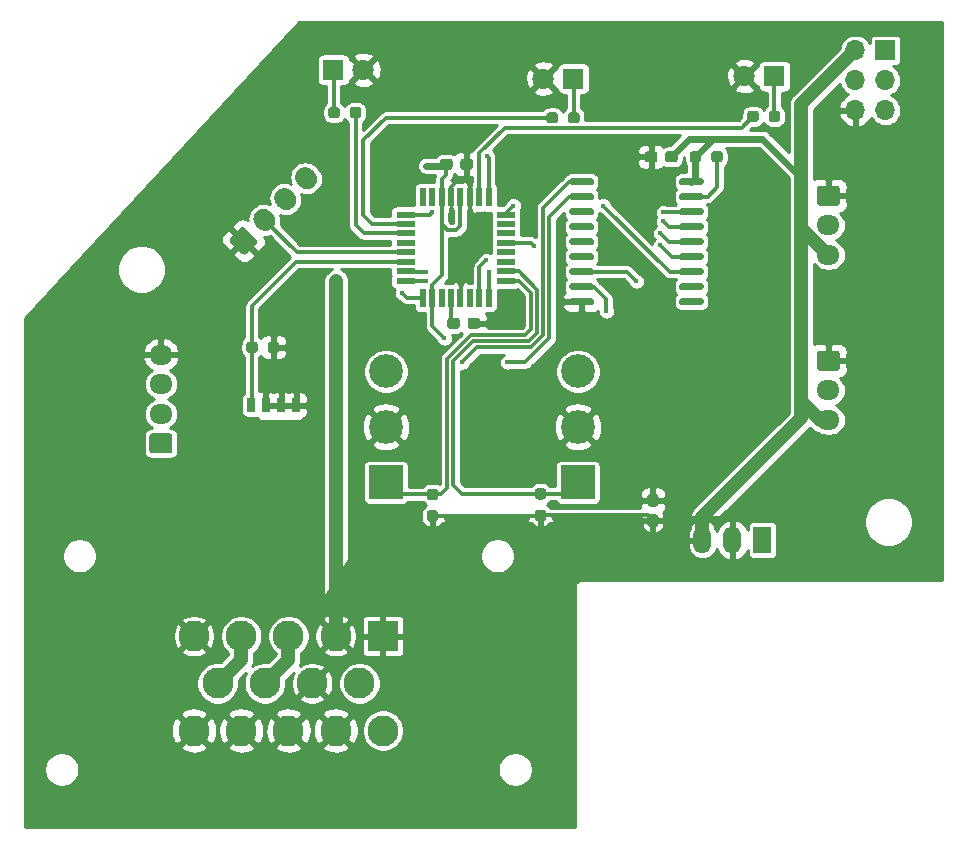
<source format=gbr>
G04 #@! TF.GenerationSoftware,KiCad,Pcbnew,5.1.7-a382d34a8~88~ubuntu18.04.1*
G04 #@! TF.CreationDate,2021-02-25T09:37:14-05:00*
G04 #@! TF.ProjectId,Dash_Right,44617368-5f52-4696-9768-742e6b696361,rev?*
G04 #@! TF.SameCoordinates,Original*
G04 #@! TF.FileFunction,Copper,L1,Top*
G04 #@! TF.FilePolarity,Positive*
%FSLAX46Y46*%
G04 Gerber Fmt 4.6, Leading zero omitted, Abs format (unit mm)*
G04 Created by KiCad (PCBNEW 5.1.7-a382d34a8~88~ubuntu18.04.1) date 2021-02-25 09:37:14*
%MOMM*%
%LPD*%
G01*
G04 APERTURE LIST*
G04 #@! TA.AperFunction,ComponentPad*
%ADD10C,2.625000*%
G04 #@! TD*
G04 #@! TA.AperFunction,ComponentPad*
%ADD11R,2.625000X2.625000*%
G04 #@! TD*
G04 #@! TA.AperFunction,ComponentPad*
%ADD12O,1.700000X1.700000*%
G04 #@! TD*
G04 #@! TA.AperFunction,ComponentPad*
%ADD13R,1.700000X1.700000*%
G04 #@! TD*
G04 #@! TA.AperFunction,ComponentPad*
%ADD14O,1.500000X2.300000*%
G04 #@! TD*
G04 #@! TA.AperFunction,ComponentPad*
%ADD15R,1.500000X2.300000*%
G04 #@! TD*
G04 #@! TA.AperFunction,SMDPad,CuDef*
%ADD16R,1.600000X0.550000*%
G04 #@! TD*
G04 #@! TA.AperFunction,SMDPad,CuDef*
%ADD17R,0.550000X1.600000*%
G04 #@! TD*
G04 #@! TA.AperFunction,ComponentPad*
%ADD18R,2.850000X2.850000*%
G04 #@! TD*
G04 #@! TA.AperFunction,ComponentPad*
%ADD19C,2.850000*%
G04 #@! TD*
G04 #@! TA.AperFunction,SMDPad,CuDef*
%ADD20C,0.100000*%
G04 #@! TD*
G04 #@! TA.AperFunction,SMDPad,CuDef*
%ADD21R,0.700000X1.150000*%
G04 #@! TD*
G04 #@! TA.AperFunction,ComponentPad*
%ADD22O,1.950000X1.700000*%
G04 #@! TD*
G04 #@! TA.AperFunction,ComponentPad*
%ADD23C,1.800000*%
G04 #@! TD*
G04 #@! TA.AperFunction,ComponentPad*
%ADD24R,1.800000X1.800000*%
G04 #@! TD*
G04 #@! TA.AperFunction,ViaPad*
%ADD25C,0.450000*%
G04 #@! TD*
G04 #@! TA.AperFunction,Conductor*
%ADD26C,0.300000*%
G04 #@! TD*
G04 #@! TA.AperFunction,Conductor*
%ADD27C,1.200000*%
G04 #@! TD*
G04 #@! TA.AperFunction,Conductor*
%ADD28C,0.600000*%
G04 #@! TD*
G04 #@! TA.AperFunction,Conductor*
%ADD29C,0.254000*%
G04 #@! TD*
G04 #@! TA.AperFunction,Conductor*
%ADD30C,0.100000*%
G04 #@! TD*
G04 APERTURE END LIST*
D10*
X143384000Y-114744000D03*
X147384000Y-114744000D03*
X151384000Y-114744000D03*
X155384000Y-114744000D03*
X159384000Y-114744000D03*
X145384000Y-110744000D03*
X149384000Y-110744000D03*
X153384000Y-110744000D03*
X157384000Y-110744000D03*
X143384000Y-106744000D03*
X147384000Y-106744000D03*
X151384000Y-106744000D03*
X155384000Y-106744000D03*
D11*
X159384000Y-106744000D03*
D12*
X199390000Y-62230000D03*
X201930000Y-62230000D03*
X199390000Y-59690000D03*
X201930000Y-59690000D03*
X199390000Y-57150000D03*
D13*
X201930000Y-57150000D03*
G04 #@! TA.AperFunction,SMDPad,CuDef*
G36*
G01*
X184473000Y-68412500D02*
X184473000Y-68112500D01*
G75*
G02*
X184623000Y-67962500I150000J0D01*
G01*
X186373000Y-67962500D01*
G75*
G02*
X186523000Y-68112500I0J-150000D01*
G01*
X186523000Y-68412500D01*
G75*
G02*
X186373000Y-68562500I-150000J0D01*
G01*
X184623000Y-68562500D01*
G75*
G02*
X184473000Y-68412500I0J150000D01*
G01*
G37*
G04 #@! TD.AperFunction*
G04 #@! TA.AperFunction,SMDPad,CuDef*
G36*
G01*
X184473000Y-69682500D02*
X184473000Y-69382500D01*
G75*
G02*
X184623000Y-69232500I150000J0D01*
G01*
X186373000Y-69232500D01*
G75*
G02*
X186523000Y-69382500I0J-150000D01*
G01*
X186523000Y-69682500D01*
G75*
G02*
X186373000Y-69832500I-150000J0D01*
G01*
X184623000Y-69832500D01*
G75*
G02*
X184473000Y-69682500I0J150000D01*
G01*
G37*
G04 #@! TD.AperFunction*
G04 #@! TA.AperFunction,SMDPad,CuDef*
G36*
G01*
X184473000Y-70952500D02*
X184473000Y-70652500D01*
G75*
G02*
X184623000Y-70502500I150000J0D01*
G01*
X186373000Y-70502500D01*
G75*
G02*
X186523000Y-70652500I0J-150000D01*
G01*
X186523000Y-70952500D01*
G75*
G02*
X186373000Y-71102500I-150000J0D01*
G01*
X184623000Y-71102500D01*
G75*
G02*
X184473000Y-70952500I0J150000D01*
G01*
G37*
G04 #@! TD.AperFunction*
G04 #@! TA.AperFunction,SMDPad,CuDef*
G36*
G01*
X184473000Y-72222500D02*
X184473000Y-71922500D01*
G75*
G02*
X184623000Y-71772500I150000J0D01*
G01*
X186373000Y-71772500D01*
G75*
G02*
X186523000Y-71922500I0J-150000D01*
G01*
X186523000Y-72222500D01*
G75*
G02*
X186373000Y-72372500I-150000J0D01*
G01*
X184623000Y-72372500D01*
G75*
G02*
X184473000Y-72222500I0J150000D01*
G01*
G37*
G04 #@! TD.AperFunction*
G04 #@! TA.AperFunction,SMDPad,CuDef*
G36*
G01*
X184473000Y-73492500D02*
X184473000Y-73192500D01*
G75*
G02*
X184623000Y-73042500I150000J0D01*
G01*
X186373000Y-73042500D01*
G75*
G02*
X186523000Y-73192500I0J-150000D01*
G01*
X186523000Y-73492500D01*
G75*
G02*
X186373000Y-73642500I-150000J0D01*
G01*
X184623000Y-73642500D01*
G75*
G02*
X184473000Y-73492500I0J150000D01*
G01*
G37*
G04 #@! TD.AperFunction*
G04 #@! TA.AperFunction,SMDPad,CuDef*
G36*
G01*
X184473000Y-74762500D02*
X184473000Y-74462500D01*
G75*
G02*
X184623000Y-74312500I150000J0D01*
G01*
X186373000Y-74312500D01*
G75*
G02*
X186523000Y-74462500I0J-150000D01*
G01*
X186523000Y-74762500D01*
G75*
G02*
X186373000Y-74912500I-150000J0D01*
G01*
X184623000Y-74912500D01*
G75*
G02*
X184473000Y-74762500I0J150000D01*
G01*
G37*
G04 #@! TD.AperFunction*
G04 #@! TA.AperFunction,SMDPad,CuDef*
G36*
G01*
X184473000Y-76032500D02*
X184473000Y-75732500D01*
G75*
G02*
X184623000Y-75582500I150000J0D01*
G01*
X186373000Y-75582500D01*
G75*
G02*
X186523000Y-75732500I0J-150000D01*
G01*
X186523000Y-76032500D01*
G75*
G02*
X186373000Y-76182500I-150000J0D01*
G01*
X184623000Y-76182500D01*
G75*
G02*
X184473000Y-76032500I0J150000D01*
G01*
G37*
G04 #@! TD.AperFunction*
G04 #@! TA.AperFunction,SMDPad,CuDef*
G36*
G01*
X184473000Y-77302500D02*
X184473000Y-77002500D01*
G75*
G02*
X184623000Y-76852500I150000J0D01*
G01*
X186373000Y-76852500D01*
G75*
G02*
X186523000Y-77002500I0J-150000D01*
G01*
X186523000Y-77302500D01*
G75*
G02*
X186373000Y-77452500I-150000J0D01*
G01*
X184623000Y-77452500D01*
G75*
G02*
X184473000Y-77302500I0J150000D01*
G01*
G37*
G04 #@! TD.AperFunction*
G04 #@! TA.AperFunction,SMDPad,CuDef*
G36*
G01*
X184473000Y-78572500D02*
X184473000Y-78272500D01*
G75*
G02*
X184623000Y-78122500I150000J0D01*
G01*
X186373000Y-78122500D01*
G75*
G02*
X186523000Y-78272500I0J-150000D01*
G01*
X186523000Y-78572500D01*
G75*
G02*
X186373000Y-78722500I-150000J0D01*
G01*
X184623000Y-78722500D01*
G75*
G02*
X184473000Y-78572500I0J150000D01*
G01*
G37*
G04 #@! TD.AperFunction*
G04 #@! TA.AperFunction,SMDPad,CuDef*
G36*
G01*
X175173000Y-78572500D02*
X175173000Y-78272500D01*
G75*
G02*
X175323000Y-78122500I150000J0D01*
G01*
X177073000Y-78122500D01*
G75*
G02*
X177223000Y-78272500I0J-150000D01*
G01*
X177223000Y-78572500D01*
G75*
G02*
X177073000Y-78722500I-150000J0D01*
G01*
X175323000Y-78722500D01*
G75*
G02*
X175173000Y-78572500I0J150000D01*
G01*
G37*
G04 #@! TD.AperFunction*
G04 #@! TA.AperFunction,SMDPad,CuDef*
G36*
G01*
X175173000Y-77302500D02*
X175173000Y-77002500D01*
G75*
G02*
X175323000Y-76852500I150000J0D01*
G01*
X177073000Y-76852500D01*
G75*
G02*
X177223000Y-77002500I0J-150000D01*
G01*
X177223000Y-77302500D01*
G75*
G02*
X177073000Y-77452500I-150000J0D01*
G01*
X175323000Y-77452500D01*
G75*
G02*
X175173000Y-77302500I0J150000D01*
G01*
G37*
G04 #@! TD.AperFunction*
G04 #@! TA.AperFunction,SMDPad,CuDef*
G36*
G01*
X175173000Y-76032500D02*
X175173000Y-75732500D01*
G75*
G02*
X175323000Y-75582500I150000J0D01*
G01*
X177073000Y-75582500D01*
G75*
G02*
X177223000Y-75732500I0J-150000D01*
G01*
X177223000Y-76032500D01*
G75*
G02*
X177073000Y-76182500I-150000J0D01*
G01*
X175323000Y-76182500D01*
G75*
G02*
X175173000Y-76032500I0J150000D01*
G01*
G37*
G04 #@! TD.AperFunction*
G04 #@! TA.AperFunction,SMDPad,CuDef*
G36*
G01*
X175173000Y-74762500D02*
X175173000Y-74462500D01*
G75*
G02*
X175323000Y-74312500I150000J0D01*
G01*
X177073000Y-74312500D01*
G75*
G02*
X177223000Y-74462500I0J-150000D01*
G01*
X177223000Y-74762500D01*
G75*
G02*
X177073000Y-74912500I-150000J0D01*
G01*
X175323000Y-74912500D01*
G75*
G02*
X175173000Y-74762500I0J150000D01*
G01*
G37*
G04 #@! TD.AperFunction*
G04 #@! TA.AperFunction,SMDPad,CuDef*
G36*
G01*
X175173000Y-73492500D02*
X175173000Y-73192500D01*
G75*
G02*
X175323000Y-73042500I150000J0D01*
G01*
X177073000Y-73042500D01*
G75*
G02*
X177223000Y-73192500I0J-150000D01*
G01*
X177223000Y-73492500D01*
G75*
G02*
X177073000Y-73642500I-150000J0D01*
G01*
X175323000Y-73642500D01*
G75*
G02*
X175173000Y-73492500I0J150000D01*
G01*
G37*
G04 #@! TD.AperFunction*
G04 #@! TA.AperFunction,SMDPad,CuDef*
G36*
G01*
X175173000Y-72222500D02*
X175173000Y-71922500D01*
G75*
G02*
X175323000Y-71772500I150000J0D01*
G01*
X177073000Y-71772500D01*
G75*
G02*
X177223000Y-71922500I0J-150000D01*
G01*
X177223000Y-72222500D01*
G75*
G02*
X177073000Y-72372500I-150000J0D01*
G01*
X175323000Y-72372500D01*
G75*
G02*
X175173000Y-72222500I0J150000D01*
G01*
G37*
G04 #@! TD.AperFunction*
G04 #@! TA.AperFunction,SMDPad,CuDef*
G36*
G01*
X175173000Y-70952500D02*
X175173000Y-70652500D01*
G75*
G02*
X175323000Y-70502500I150000J0D01*
G01*
X177073000Y-70502500D01*
G75*
G02*
X177223000Y-70652500I0J-150000D01*
G01*
X177223000Y-70952500D01*
G75*
G02*
X177073000Y-71102500I-150000J0D01*
G01*
X175323000Y-71102500D01*
G75*
G02*
X175173000Y-70952500I0J150000D01*
G01*
G37*
G04 #@! TD.AperFunction*
G04 #@! TA.AperFunction,SMDPad,CuDef*
G36*
G01*
X175173000Y-69682500D02*
X175173000Y-69382500D01*
G75*
G02*
X175323000Y-69232500I150000J0D01*
G01*
X177073000Y-69232500D01*
G75*
G02*
X177223000Y-69382500I0J-150000D01*
G01*
X177223000Y-69682500D01*
G75*
G02*
X177073000Y-69832500I-150000J0D01*
G01*
X175323000Y-69832500D01*
G75*
G02*
X175173000Y-69682500I0J150000D01*
G01*
G37*
G04 #@! TD.AperFunction*
G04 #@! TA.AperFunction,SMDPad,CuDef*
G36*
G01*
X175173000Y-68412500D02*
X175173000Y-68112500D01*
G75*
G02*
X175323000Y-67962500I150000J0D01*
G01*
X177073000Y-67962500D01*
G75*
G02*
X177223000Y-68112500I0J-150000D01*
G01*
X177223000Y-68412500D01*
G75*
G02*
X177073000Y-68562500I-150000J0D01*
G01*
X175323000Y-68562500D01*
G75*
G02*
X175173000Y-68412500I0J150000D01*
G01*
G37*
G04 #@! TD.AperFunction*
D14*
X186436000Y-98615500D03*
X188976000Y-98615500D03*
D15*
X191516000Y-98615500D03*
D16*
X169794500Y-71050500D03*
X169794500Y-71850500D03*
X169794500Y-72650500D03*
X169794500Y-73450500D03*
X169794500Y-74250500D03*
X169794500Y-75050500D03*
X169794500Y-75850500D03*
X169794500Y-76650500D03*
D17*
X168344500Y-78100500D03*
X167544500Y-78100500D03*
X166744500Y-78100500D03*
X165944500Y-78100500D03*
X165144500Y-78100500D03*
X164344500Y-78100500D03*
X163544500Y-78100500D03*
X162744500Y-78100500D03*
D16*
X161294500Y-76650500D03*
X161294500Y-75850500D03*
X161294500Y-75050500D03*
X161294500Y-74250500D03*
X161294500Y-73450500D03*
X161294500Y-72650500D03*
X161294500Y-71850500D03*
X161294500Y-71050500D03*
D17*
X162744500Y-69600500D03*
X163544500Y-69600500D03*
X164344500Y-69600500D03*
X165144500Y-69600500D03*
X165944500Y-69600500D03*
X166744500Y-69600500D03*
X167544500Y-69600500D03*
X168344500Y-69600500D03*
D18*
X159639000Y-93726000D03*
D19*
X159639000Y-89026000D03*
X159639000Y-84326000D03*
D18*
X175895000Y-93727000D03*
D19*
X175895000Y-89027000D03*
X175895000Y-84327000D03*
G04 #@! TA.AperFunction,SMDPad,CuDef*
G36*
G01*
X187178500Y-66404500D02*
X187178500Y-65929500D01*
G75*
G02*
X187416000Y-65692000I237500J0D01*
G01*
X187916000Y-65692000D01*
G75*
G02*
X188153500Y-65929500I0J-237500D01*
G01*
X188153500Y-66404500D01*
G75*
G02*
X187916000Y-66642000I-237500J0D01*
G01*
X187416000Y-66642000D01*
G75*
G02*
X187178500Y-66404500I0J237500D01*
G01*
G37*
G04 #@! TD.AperFunction*
G04 #@! TA.AperFunction,SMDPad,CuDef*
G36*
G01*
X185353500Y-66404500D02*
X185353500Y-65929500D01*
G75*
G02*
X185591000Y-65692000I237500J0D01*
G01*
X186091000Y-65692000D01*
G75*
G02*
X186328500Y-65929500I0J-237500D01*
G01*
X186328500Y-66404500D01*
G75*
G02*
X186091000Y-66642000I-237500J0D01*
G01*
X185591000Y-66642000D01*
G75*
G02*
X185353500Y-66404500I0J237500D01*
G01*
G37*
G04 #@! TD.AperFunction*
G04 #@! TA.AperFunction,SMDPad,CuDef*
G36*
G01*
X192042600Y-62975500D02*
X192042600Y-62500500D01*
G75*
G02*
X192280100Y-62263000I237500J0D01*
G01*
X192780100Y-62263000D01*
G75*
G02*
X193017600Y-62500500I0J-237500D01*
G01*
X193017600Y-62975500D01*
G75*
G02*
X192780100Y-63213000I-237500J0D01*
G01*
X192280100Y-63213000D01*
G75*
G02*
X192042600Y-62975500I0J237500D01*
G01*
G37*
G04 #@! TD.AperFunction*
G04 #@! TA.AperFunction,SMDPad,CuDef*
G36*
G01*
X190217600Y-62975500D02*
X190217600Y-62500500D01*
G75*
G02*
X190455100Y-62263000I237500J0D01*
G01*
X190955100Y-62263000D01*
G75*
G02*
X191192600Y-62500500I0J-237500D01*
G01*
X191192600Y-62975500D01*
G75*
G02*
X190955100Y-63213000I-237500J0D01*
G01*
X190455100Y-63213000D01*
G75*
G02*
X190217600Y-62975500I0J237500D01*
G01*
G37*
G04 #@! TD.AperFunction*
G04 #@! TA.AperFunction,SMDPad,CuDef*
G36*
G01*
X155721500Y-62183000D02*
X155721500Y-62658000D01*
G75*
G02*
X155484000Y-62895500I-237500J0D01*
G01*
X154984000Y-62895500D01*
G75*
G02*
X154746500Y-62658000I0J237500D01*
G01*
X154746500Y-62183000D01*
G75*
G02*
X154984000Y-61945500I237500J0D01*
G01*
X155484000Y-61945500D01*
G75*
G02*
X155721500Y-62183000I0J-237500D01*
G01*
G37*
G04 #@! TD.AperFunction*
G04 #@! TA.AperFunction,SMDPad,CuDef*
G36*
G01*
X157546500Y-62183000D02*
X157546500Y-62658000D01*
G75*
G02*
X157309000Y-62895500I-237500J0D01*
G01*
X156809000Y-62895500D01*
G75*
G02*
X156571500Y-62658000I0J237500D01*
G01*
X156571500Y-62183000D01*
G75*
G02*
X156809000Y-61945500I237500J0D01*
G01*
X157309000Y-61945500D01*
G75*
G02*
X157546500Y-62183000I0J-237500D01*
G01*
G37*
G04 #@! TD.AperFunction*
G04 #@! TA.AperFunction,SMDPad,CuDef*
G36*
G01*
X175050000Y-63102500D02*
X175050000Y-62627500D01*
G75*
G02*
X175287500Y-62390000I237500J0D01*
G01*
X175787500Y-62390000D01*
G75*
G02*
X176025000Y-62627500I0J-237500D01*
G01*
X176025000Y-63102500D01*
G75*
G02*
X175787500Y-63340000I-237500J0D01*
G01*
X175287500Y-63340000D01*
G75*
G02*
X175050000Y-63102500I0J237500D01*
G01*
G37*
G04 #@! TD.AperFunction*
G04 #@! TA.AperFunction,SMDPad,CuDef*
G36*
G01*
X173225000Y-63102500D02*
X173225000Y-62627500D01*
G75*
G02*
X173462500Y-62390000I237500J0D01*
G01*
X173962500Y-62390000D01*
G75*
G02*
X174200000Y-62627500I0J-237500D01*
G01*
X174200000Y-63102500D01*
G75*
G02*
X173962500Y-63340000I-237500J0D01*
G01*
X173462500Y-63340000D01*
G75*
G02*
X173225000Y-63102500I0J237500D01*
G01*
G37*
G04 #@! TD.AperFunction*
G04 #@! TA.AperFunction,SMDPad,CuDef*
G36*
G01*
X148776500Y-82058500D02*
X148776500Y-82533500D01*
G75*
G02*
X148539000Y-82771000I-237500J0D01*
G01*
X148039000Y-82771000D01*
G75*
G02*
X147801500Y-82533500I0J237500D01*
G01*
X147801500Y-82058500D01*
G75*
G02*
X148039000Y-81821000I237500J0D01*
G01*
X148539000Y-81821000D01*
G75*
G02*
X148776500Y-82058500I0J-237500D01*
G01*
G37*
G04 #@! TD.AperFunction*
G04 #@! TA.AperFunction,SMDPad,CuDef*
G36*
G01*
X150601500Y-82058500D02*
X150601500Y-82533500D01*
G75*
G02*
X150364000Y-82771000I-237500J0D01*
G01*
X149864000Y-82771000D01*
G75*
G02*
X149626500Y-82533500I0J237500D01*
G01*
X149626500Y-82058500D01*
G75*
G02*
X149864000Y-81821000I237500J0D01*
G01*
X150364000Y-81821000D01*
G75*
G02*
X150601500Y-82058500I0J-237500D01*
G01*
G37*
G04 #@! TD.AperFunction*
G04 #@! TA.AperFunction,SMDPad,CuDef*
G36*
G01*
X163338500Y-96079500D02*
X163813500Y-96079500D01*
G75*
G02*
X164051000Y-96317000I0J-237500D01*
G01*
X164051000Y-96817000D01*
G75*
G02*
X163813500Y-97054500I-237500J0D01*
G01*
X163338500Y-97054500D01*
G75*
G02*
X163101000Y-96817000I0J237500D01*
G01*
X163101000Y-96317000D01*
G75*
G02*
X163338500Y-96079500I237500J0D01*
G01*
G37*
G04 #@! TD.AperFunction*
G04 #@! TA.AperFunction,SMDPad,CuDef*
G36*
G01*
X163338500Y-94254500D02*
X163813500Y-94254500D01*
G75*
G02*
X164051000Y-94492000I0J-237500D01*
G01*
X164051000Y-94992000D01*
G75*
G02*
X163813500Y-95229500I-237500J0D01*
G01*
X163338500Y-95229500D01*
G75*
G02*
X163101000Y-94992000I0J237500D01*
G01*
X163101000Y-94492000D01*
G75*
G02*
X163338500Y-94254500I237500J0D01*
G01*
G37*
G04 #@! TD.AperFunction*
G04 #@! TA.AperFunction,SMDPad,CuDef*
G36*
G01*
X172482500Y-96032500D02*
X172957500Y-96032500D01*
G75*
G02*
X173195000Y-96270000I0J-237500D01*
G01*
X173195000Y-96770000D01*
G75*
G02*
X172957500Y-97007500I-237500J0D01*
G01*
X172482500Y-97007500D01*
G75*
G02*
X172245000Y-96770000I0J237500D01*
G01*
X172245000Y-96270000D01*
G75*
G02*
X172482500Y-96032500I237500J0D01*
G01*
G37*
G04 #@! TD.AperFunction*
G04 #@! TA.AperFunction,SMDPad,CuDef*
G36*
G01*
X172482500Y-94207500D02*
X172957500Y-94207500D01*
G75*
G02*
X173195000Y-94445000I0J-237500D01*
G01*
X173195000Y-94945000D01*
G75*
G02*
X172957500Y-95182500I-237500J0D01*
G01*
X172482500Y-95182500D01*
G75*
G02*
X172245000Y-94945000I0J237500D01*
G01*
X172245000Y-94445000D01*
G75*
G02*
X172482500Y-94207500I237500J0D01*
G01*
G37*
G04 #@! TD.AperFunction*
G04 #@! TA.AperFunction,SMDPad,CuDef*
D20*
G36*
X147764000Y-93453000D02*
G01*
X147764000Y-91903000D01*
X148014000Y-91903000D01*
X148014000Y-88828000D01*
X152214000Y-88828000D01*
X152214000Y-91903000D01*
X152464000Y-91903000D01*
X152464000Y-93453000D01*
X147764000Y-93453000D01*
G37*
G04 #@! TD.AperFunction*
D21*
X148204000Y-87208000D03*
X149474000Y-87208000D03*
X152024000Y-87208000D03*
X150754000Y-87208000D03*
D22*
X140589000Y-82924000D03*
X140589000Y-85424000D03*
X140589000Y-87924000D03*
G04 #@! TA.AperFunction,ComponentPad*
G36*
G01*
X141314000Y-91274000D02*
X139864000Y-91274000D01*
G75*
G02*
X139614000Y-91024000I0J250000D01*
G01*
X139614000Y-89824000D01*
G75*
G02*
X139864000Y-89574000I250000J0D01*
G01*
X141314000Y-89574000D01*
G75*
G02*
X141564000Y-89824000I0J-250000D01*
G01*
X141564000Y-91024000D01*
G75*
G02*
X141314000Y-91274000I-250000J0D01*
G01*
G37*
G04 #@! TD.AperFunction*
X197104000Y-88439000D03*
X197104000Y-85939000D03*
G04 #@! TA.AperFunction,ComponentPad*
G36*
G01*
X196379000Y-82589000D02*
X197829000Y-82589000D01*
G75*
G02*
X198079000Y-82839000I0J-250000D01*
G01*
X198079000Y-84039000D01*
G75*
G02*
X197829000Y-84289000I-250000J0D01*
G01*
X196379000Y-84289000D01*
G75*
G02*
X196129000Y-84039000I0J250000D01*
G01*
X196129000Y-82839000D01*
G75*
G02*
X196379000Y-82589000I250000J0D01*
G01*
G37*
G04 #@! TD.AperFunction*
X197104000Y-74469000D03*
X197104000Y-71969000D03*
G04 #@! TA.AperFunction,ComponentPad*
G36*
G01*
X196379000Y-68619000D02*
X197829000Y-68619000D01*
G75*
G02*
X198079000Y-68869000I0J-250000D01*
G01*
X198079000Y-70069000D01*
G75*
G02*
X197829000Y-70319000I-250000J0D01*
G01*
X196379000Y-70319000D01*
G75*
G02*
X196129000Y-70069000I0J250000D01*
G01*
X196129000Y-68869000D01*
G75*
G02*
X196379000Y-68619000I250000J0D01*
G01*
G37*
G04 #@! TD.AperFunction*
G04 #@! TA.AperFunction,ComponentPad*
G36*
G01*
X152364648Y-68665128D02*
X152187872Y-68488352D01*
G75*
G02*
X152187872Y-67286270I601041J601041D01*
G01*
X152187872Y-67286270D01*
G75*
G02*
X153389954Y-67286270I601041J-601041D01*
G01*
X153566730Y-67463046D01*
G75*
G02*
X153566730Y-68665128I-601041J-601041D01*
G01*
X153566730Y-68665128D01*
G75*
G02*
X152364648Y-68665128I-601041J601041D01*
G01*
G37*
G04 #@! TD.AperFunction*
G04 #@! TA.AperFunction,ComponentPad*
G36*
G01*
X150596881Y-70432895D02*
X150420105Y-70256119D01*
G75*
G02*
X150420105Y-69054037I601041J601041D01*
G01*
X150420105Y-69054037D01*
G75*
G02*
X151622187Y-69054037I601041J-601041D01*
G01*
X151798963Y-69230813D01*
G75*
G02*
X151798963Y-70432895I-601041J-601041D01*
G01*
X151798963Y-70432895D01*
G75*
G02*
X150596881Y-70432895I-601041J601041D01*
G01*
G37*
G04 #@! TD.AperFunction*
G04 #@! TA.AperFunction,ComponentPad*
G36*
G01*
X148829114Y-72200662D02*
X148652338Y-72023886D01*
G75*
G02*
X148652338Y-70821804I601041J601041D01*
G01*
X148652338Y-70821804D01*
G75*
G02*
X149854420Y-70821804I601041J-601041D01*
G01*
X150031196Y-70998580D01*
G75*
G02*
X150031196Y-72200662I-601041J-601041D01*
G01*
X150031196Y-72200662D01*
G75*
G02*
X148829114Y-72200662I-601041J601041D01*
G01*
G37*
G04 #@! TD.AperFunction*
G04 #@! TA.AperFunction,ComponentPad*
G36*
G01*
X147485611Y-74392693D02*
X146460307Y-73367389D01*
G75*
G02*
X146460307Y-73013835I176777J176777D01*
G01*
X147308835Y-72165307D01*
G75*
G02*
X147662389Y-72165307I176777J-176777D01*
G01*
X148687693Y-73190611D01*
G75*
G02*
X148687693Y-73544165I-176777J-176777D01*
G01*
X147839165Y-74392693D01*
G75*
G02*
X147485611Y-74392693I-176777J176777D01*
G01*
G37*
G04 #@! TD.AperFunction*
D23*
X189992000Y-59334400D03*
D24*
X192532000Y-59334400D03*
D23*
X157734000Y-58801000D03*
D24*
X155194000Y-58801000D03*
D23*
X172974000Y-59537600D03*
D24*
X175514000Y-59537600D03*
G04 #@! TA.AperFunction,SMDPad,CuDef*
G36*
G01*
X182618500Y-65929500D02*
X182618500Y-66404500D01*
G75*
G02*
X182381000Y-66642000I-237500J0D01*
G01*
X181781000Y-66642000D01*
G75*
G02*
X181543500Y-66404500I0J237500D01*
G01*
X181543500Y-65929500D01*
G75*
G02*
X181781000Y-65692000I237500J0D01*
G01*
X182381000Y-65692000D01*
G75*
G02*
X182618500Y-65929500I0J-237500D01*
G01*
G37*
G04 #@! TD.AperFunction*
G04 #@! TA.AperFunction,SMDPad,CuDef*
G36*
G01*
X184343500Y-65929500D02*
X184343500Y-66404500D01*
G75*
G02*
X184106000Y-66642000I-237500J0D01*
G01*
X183506000Y-66642000D01*
G75*
G02*
X183268500Y-66404500I0J237500D01*
G01*
X183268500Y-65929500D01*
G75*
G02*
X183506000Y-65692000I237500J0D01*
G01*
X184106000Y-65692000D01*
G75*
G02*
X184343500Y-65929500I0J-237500D01*
G01*
G37*
G04 #@! TD.AperFunction*
G04 #@! TA.AperFunction,SMDPad,CuDef*
G36*
G01*
X182482500Y-95787500D02*
X182007500Y-95787500D01*
G75*
G02*
X181770000Y-95550000I0J237500D01*
G01*
X181770000Y-94950000D01*
G75*
G02*
X182007500Y-94712500I237500J0D01*
G01*
X182482500Y-94712500D01*
G75*
G02*
X182720000Y-94950000I0J-237500D01*
G01*
X182720000Y-95550000D01*
G75*
G02*
X182482500Y-95787500I-237500J0D01*
G01*
G37*
G04 #@! TD.AperFunction*
G04 #@! TA.AperFunction,SMDPad,CuDef*
G36*
G01*
X182482500Y-97512500D02*
X182007500Y-97512500D01*
G75*
G02*
X181770000Y-97275000I0J237500D01*
G01*
X181770000Y-96675000D01*
G75*
G02*
X182007500Y-96437500I237500J0D01*
G01*
X182482500Y-96437500D01*
G75*
G02*
X182720000Y-96675000I0J-237500D01*
G01*
X182720000Y-97275000D01*
G75*
G02*
X182482500Y-97512500I-237500J0D01*
G01*
G37*
G04 #@! TD.AperFunction*
G04 #@! TA.AperFunction,SMDPad,CuDef*
G36*
G01*
X166541500Y-80501500D02*
X166541500Y-80026500D01*
G75*
G02*
X166779000Y-79789000I237500J0D01*
G01*
X167379000Y-79789000D01*
G75*
G02*
X167616500Y-80026500I0J-237500D01*
G01*
X167616500Y-80501500D01*
G75*
G02*
X167379000Y-80739000I-237500J0D01*
G01*
X166779000Y-80739000D01*
G75*
G02*
X166541500Y-80501500I0J237500D01*
G01*
G37*
G04 #@! TD.AperFunction*
G04 #@! TA.AperFunction,SMDPad,CuDef*
G36*
G01*
X164816500Y-80501500D02*
X164816500Y-80026500D01*
G75*
G02*
X165054000Y-79789000I237500J0D01*
G01*
X165654000Y-79789000D01*
G75*
G02*
X165891500Y-80026500I0J-237500D01*
G01*
X165891500Y-80501500D01*
G75*
G02*
X165654000Y-80739000I-237500J0D01*
G01*
X165054000Y-80739000D01*
G75*
G02*
X164816500Y-80501500I0J237500D01*
G01*
G37*
G04 #@! TD.AperFunction*
G04 #@! TA.AperFunction,SMDPad,CuDef*
G36*
G01*
X165933000Y-67039500D02*
X165933000Y-66564500D01*
G75*
G02*
X166170500Y-66327000I237500J0D01*
G01*
X166770500Y-66327000D01*
G75*
G02*
X167008000Y-66564500I0J-237500D01*
G01*
X167008000Y-67039500D01*
G75*
G02*
X166770500Y-67277000I-237500J0D01*
G01*
X166170500Y-67277000D01*
G75*
G02*
X165933000Y-67039500I0J237500D01*
G01*
G37*
G04 #@! TD.AperFunction*
G04 #@! TA.AperFunction,SMDPad,CuDef*
G36*
G01*
X164208000Y-67039500D02*
X164208000Y-66564500D01*
G75*
G02*
X164445500Y-66327000I237500J0D01*
G01*
X165045500Y-66327000D01*
G75*
G02*
X165283000Y-66564500I0J-237500D01*
G01*
X165283000Y-67039500D01*
G75*
G02*
X165045500Y-67277000I-237500J0D01*
G01*
X164445500Y-67277000D01*
G75*
G02*
X164208000Y-67039500I0J237500D01*
G01*
G37*
G04 #@! TD.AperFunction*
D25*
X168910000Y-80137000D03*
X169672000Y-80137000D03*
X170561000Y-80137000D03*
X165989000Y-76454000D03*
X166497000Y-75946000D03*
X167005000Y-75311000D03*
X167767000Y-64008000D03*
X167259000Y-64389000D03*
X166751000Y-64897000D03*
X179451000Y-66040000D03*
X178816000Y-66040000D03*
X178181000Y-66040000D03*
X177546000Y-66040000D03*
X163068000Y-66929000D03*
X164592000Y-81534000D03*
X155448000Y-76708000D03*
X168175850Y-66067850D03*
X168148000Y-74930000D03*
X168402000Y-75946000D03*
X172212000Y-73730200D03*
X183134000Y-71628000D03*
X163068000Y-75946000D03*
X182880000Y-73660000D03*
X161036000Y-77724000D03*
X182880000Y-72644000D03*
X163051734Y-76698015D03*
X163576000Y-70866000D03*
X183134000Y-70866000D03*
X178308000Y-79248000D03*
X180848000Y-76708000D03*
X169926000Y-83566000D03*
X166116000Y-83566000D03*
X170434000Y-70287800D03*
X178054000Y-70287800D03*
D26*
X165144500Y-68689738D02*
X165635238Y-68199000D01*
X165144500Y-69600500D02*
X165144500Y-68689738D01*
X166744500Y-68500500D02*
X166744500Y-69600500D01*
X165635238Y-68199000D02*
X166443000Y-68199000D01*
X166443000Y-68199000D02*
X166744500Y-68500500D01*
X164344500Y-69600500D02*
X164344500Y-68065500D01*
X164745500Y-67664500D02*
X164745500Y-66802000D01*
X164344500Y-68065500D02*
X164745500Y-67664500D01*
X165944500Y-69600500D02*
X165944500Y-72053500D01*
X165944500Y-72053500D02*
X165608000Y-72390000D01*
X165608000Y-72390000D02*
X164846000Y-72390000D01*
X164846000Y-72390000D02*
X164344500Y-71888500D01*
D27*
X199390000Y-57150000D02*
X194818000Y-61722000D01*
X194818000Y-72183000D02*
X197104000Y-74469000D01*
X194818000Y-72183000D02*
X194818000Y-86868000D01*
X196389000Y-88439000D02*
X197104000Y-88439000D01*
X194818000Y-86868000D02*
X196389000Y-88439000D01*
X194818000Y-86868000D02*
X194818000Y-88265000D01*
X186436000Y-96647000D02*
X186436000Y-98615500D01*
X194818000Y-88265000D02*
X186436000Y-96647000D01*
D28*
X194818000Y-68961000D02*
X194818000Y-67945000D01*
D27*
X194818000Y-68961000D02*
X194818000Y-72183000D01*
X194818000Y-61722000D02*
X194818000Y-68961000D01*
D28*
X194818000Y-67945000D02*
X191516000Y-64643000D01*
X187365000Y-64643000D02*
X185841000Y-66167000D01*
X191516000Y-64643000D02*
X187365000Y-64643000D01*
X185330000Y-64643000D02*
X183806000Y-66167000D01*
X187365000Y-64643000D02*
X185330000Y-64643000D01*
X185841000Y-67919500D02*
X185498000Y-68262500D01*
X185841000Y-66167000D02*
X185841000Y-67919500D01*
X164618500Y-66929000D02*
X164745500Y-66802000D01*
X163068000Y-66929000D02*
X164618500Y-66929000D01*
D26*
X163544500Y-78100500D02*
X163544500Y-80486500D01*
X163544500Y-80486500D02*
X164592000Y-81534000D01*
D27*
X155384000Y-106744000D02*
X155384000Y-76772000D01*
X155384000Y-76772000D02*
X155448000Y-76708000D01*
D26*
X172673000Y-96567000D02*
X172720000Y-96520000D01*
X163576000Y-96567000D02*
X172673000Y-96567000D01*
X181790000Y-96520000D02*
X182245000Y-96975000D01*
X172720000Y-96520000D02*
X181790000Y-96520000D01*
X164344500Y-71888500D02*
X164344500Y-69600500D01*
X163544500Y-77000500D02*
X163544500Y-78100500D01*
X164344500Y-71888500D02*
X164344500Y-76200500D01*
X164344500Y-76200500D02*
X163544500Y-77000500D01*
X165144500Y-80462000D02*
X165200500Y-80518000D01*
X165144500Y-78100500D02*
X165144500Y-80462000D01*
X175537500Y-59561100D02*
X175514000Y-59537600D01*
X175537500Y-62865000D02*
X175537500Y-59561100D01*
X155234000Y-58841000D02*
X155194000Y-58801000D01*
X155234000Y-62420500D02*
X155234000Y-58841000D01*
X192530100Y-59336300D02*
X192532000Y-59334400D01*
X192530100Y-62738000D02*
X192530100Y-59336300D01*
X152081034Y-74250500D02*
X149341767Y-71511233D01*
X161294500Y-74250500D02*
X152081034Y-74250500D01*
X168344500Y-69600500D02*
X168344500Y-66236500D01*
X168344500Y-66236500D02*
X168175850Y-66067850D01*
X167544500Y-78100500D02*
X167544500Y-75533500D01*
X167544500Y-75533500D02*
X168148000Y-74930000D01*
X168344500Y-78100500D02*
X168344500Y-76003500D01*
X168344500Y-76003500D02*
X168402000Y-75946000D01*
X169794500Y-73450500D02*
X171932300Y-73450500D01*
X171932300Y-73450500D02*
X172212000Y-73730200D01*
X185498000Y-72072500D02*
X183578500Y-72072500D01*
X183578500Y-72072500D02*
X183134000Y-71628000D01*
X161390000Y-75946000D02*
X161294500Y-75850500D01*
X163068000Y-75946000D02*
X161390000Y-75946000D01*
X185498000Y-74612500D02*
X183832500Y-74612500D01*
X183832500Y-74612500D02*
X182880000Y-73660000D01*
X161421500Y-78100500D02*
X162744500Y-78100500D01*
X161036000Y-77724000D02*
X161421500Y-78100500D01*
X185498000Y-73342500D02*
X183578500Y-73342500D01*
X183578500Y-73342500D02*
X182880000Y-72644000D01*
X161342015Y-76698015D02*
X161294500Y-76650500D01*
X163051734Y-76698015D02*
X161342015Y-76698015D01*
X148289000Y-87123000D02*
X148204000Y-87208000D01*
X148289000Y-84963000D02*
X148289000Y-87123000D01*
X161294500Y-75050500D02*
X152025500Y-75050500D01*
X148289000Y-78787000D02*
X148289000Y-84963000D01*
X152025500Y-75050500D02*
X148289000Y-78787000D01*
X174927000Y-94695000D02*
X175895000Y-93727000D01*
X172720000Y-94695000D02*
X174927000Y-94695000D01*
X172466000Y-77422000D02*
X172466000Y-81076354D01*
X169794500Y-75850500D02*
X170894500Y-75850500D01*
X170894500Y-75850500D02*
X172466000Y-77422000D01*
X167033472Y-81792790D02*
X165354000Y-83472262D01*
X172466000Y-81076354D02*
X171749564Y-81792790D01*
X171749564Y-81792790D02*
X167033472Y-81792790D01*
X165354000Y-83472262D02*
X165354000Y-93980000D01*
X166069000Y-94695000D02*
X172720000Y-94695000D01*
X165354000Y-93980000D02*
X166069000Y-94695000D01*
X164338000Y-94742000D02*
X163576000Y-94742000D01*
X164846000Y-94234000D02*
X164338000Y-94742000D01*
X164846000Y-83268616D02*
X164846000Y-94234000D01*
X170884500Y-76650500D02*
X171958000Y-77724000D01*
X171958000Y-77724000D02*
X171958000Y-80772000D01*
X166825035Y-81289581D02*
X164846000Y-83268616D01*
X171958000Y-80772000D02*
X171440420Y-81289580D01*
X169794500Y-76650500D02*
X170884500Y-76650500D01*
X171440420Y-81289580D02*
X166825035Y-81289581D01*
X160655000Y-94742000D02*
X159639000Y-93726000D01*
X163576000Y-94742000D02*
X160655000Y-94742000D01*
X161294500Y-71850500D02*
X158464500Y-71850500D01*
X158464500Y-71850500D02*
X157734000Y-71120000D01*
X157734000Y-71120000D02*
X157734000Y-64770000D01*
X159639000Y-62865000D02*
X173712500Y-62865000D01*
X157734000Y-64770000D02*
X159639000Y-62865000D01*
X161294500Y-72650500D02*
X157740500Y-72650500D01*
X157059000Y-71969000D02*
X157059000Y-62420500D01*
X157740500Y-72650500D02*
X157059000Y-71969000D01*
X189749890Y-63693210D02*
X169732790Y-63693210D01*
X190705100Y-62738000D02*
X189749890Y-63693210D01*
X167544500Y-65881500D02*
X167544500Y-69600500D01*
X169732790Y-63693210D02*
X167544500Y-65881500D01*
X185498000Y-69532500D02*
X186880500Y-69532500D01*
X187666000Y-68747000D02*
X187666000Y-66167000D01*
X186880500Y-69532500D02*
X187666000Y-68747000D01*
X161294500Y-71050500D02*
X163391500Y-71050500D01*
X163391500Y-71050500D02*
X163576000Y-70866000D01*
X185434500Y-70866000D02*
X185498000Y-70802500D01*
X183134000Y-70866000D02*
X185434500Y-70866000D01*
X178308000Y-78237500D02*
X178308000Y-79248000D01*
X176198000Y-77152500D02*
X177223000Y-77152500D01*
X177223000Y-77152500D02*
X178308000Y-78237500D01*
X176198000Y-75882500D02*
X180022500Y-75882500D01*
X180022500Y-75882500D02*
X180848000Y-76708000D01*
X175173000Y-69532500D02*
X173482000Y-71223500D01*
X176198000Y-69532500D02*
X175173000Y-69532500D01*
X173482000Y-71223500D02*
X173482000Y-81534000D01*
X173482000Y-81534000D02*
X171450000Y-83566000D01*
X171450000Y-83566000D02*
X169926000Y-83566000D01*
X175173000Y-68262500D02*
X172974000Y-70461500D01*
X176198000Y-68262500D02*
X175173000Y-68262500D01*
X172974000Y-70461500D02*
X172974000Y-81280000D01*
X172974000Y-81280000D02*
X171958000Y-82296000D01*
X171958000Y-82296000D02*
X170340262Y-82296000D01*
X170340262Y-82296000D02*
X167386000Y-82296000D01*
X167386000Y-82296000D02*
X166116000Y-83566000D01*
X169794500Y-71050500D02*
X169794500Y-70927300D01*
X169794500Y-70927300D02*
X170434000Y-70287800D01*
X183648700Y-75882500D02*
X185498000Y-75882500D01*
X178054000Y-70287800D02*
X183648700Y-75882500D01*
D27*
X151384000Y-108744000D02*
X149384000Y-110744000D01*
X151384000Y-106744000D02*
X151384000Y-108744000D01*
X147384000Y-108744000D02*
X145384000Y-110744000D01*
X147384000Y-106744000D02*
X147384000Y-108744000D01*
D29*
X162466000Y-96694002D02*
X162624748Y-96694002D01*
X162466000Y-96852750D01*
X162462928Y-97054500D01*
X162475188Y-97178982D01*
X162511498Y-97298680D01*
X162570463Y-97408994D01*
X162649815Y-97505685D01*
X162746506Y-97585037D01*
X162856820Y-97644002D01*
X162976518Y-97680312D01*
X163101000Y-97692572D01*
X163290250Y-97689500D01*
X163449000Y-97530750D01*
X163449000Y-96694000D01*
X163429000Y-96694000D01*
X163429000Y-96647000D01*
X163723000Y-96647000D01*
X163723000Y-96694000D01*
X163703000Y-96694000D01*
X163703000Y-97530750D01*
X163861750Y-97689500D01*
X164051000Y-97692572D01*
X164175482Y-97680312D01*
X164295180Y-97644002D01*
X164405494Y-97585037D01*
X164502185Y-97505685D01*
X164581537Y-97408994D01*
X164640502Y-97298680D01*
X164676812Y-97178982D01*
X164689072Y-97054500D01*
X164686000Y-96852750D01*
X164527252Y-96694002D01*
X164686000Y-96694002D01*
X164686000Y-96647000D01*
X171610000Y-96647000D01*
X171610000Y-96647002D01*
X171768748Y-96647002D01*
X171610000Y-96805750D01*
X171606928Y-97007500D01*
X171619188Y-97131982D01*
X171655498Y-97251680D01*
X171714463Y-97361994D01*
X171793815Y-97458685D01*
X171890506Y-97538037D01*
X172000820Y-97597002D01*
X172120518Y-97633312D01*
X172245000Y-97645572D01*
X172434250Y-97642500D01*
X172593000Y-97483750D01*
X172593000Y-96647000D01*
X172847000Y-96647000D01*
X172847000Y-97483750D01*
X173005750Y-97642500D01*
X173195000Y-97645572D01*
X173319482Y-97633312D01*
X173439180Y-97597002D01*
X173549494Y-97538037D01*
X173580611Y-97512500D01*
X181131928Y-97512500D01*
X181144188Y-97636982D01*
X181180498Y-97756680D01*
X181239463Y-97866994D01*
X181318815Y-97963685D01*
X181415506Y-98043037D01*
X181525820Y-98102002D01*
X181645518Y-98138312D01*
X181770000Y-98150572D01*
X181959250Y-98147500D01*
X182118000Y-97988750D01*
X182118000Y-97102000D01*
X182372000Y-97102000D01*
X182372000Y-97988750D01*
X182530750Y-98147500D01*
X182720000Y-98150572D01*
X182844482Y-98138312D01*
X182964180Y-98102002D01*
X182989440Y-98088500D01*
X185051000Y-98088500D01*
X185051000Y-98488500D01*
X186309000Y-98488500D01*
X186309000Y-96995844D01*
X186094815Y-96873182D01*
X186023316Y-96887327D01*
X185772132Y-96993358D01*
X185546460Y-97146355D01*
X185354972Y-97340439D01*
X185205028Y-97568151D01*
X185102389Y-97820740D01*
X185051000Y-98088500D01*
X182989440Y-98088500D01*
X183074494Y-98043037D01*
X183171185Y-97963685D01*
X183250537Y-97866994D01*
X183309502Y-97756680D01*
X183345812Y-97636982D01*
X183358072Y-97512500D01*
X183355000Y-97260750D01*
X183196250Y-97102000D01*
X182372000Y-97102000D01*
X182118000Y-97102000D01*
X181293750Y-97102000D01*
X181135000Y-97260750D01*
X181131928Y-97512500D01*
X173580611Y-97512500D01*
X173646185Y-97458685D01*
X173725537Y-97361994D01*
X173784502Y-97251680D01*
X173820812Y-97131982D01*
X173833072Y-97007500D01*
X173830000Y-96805750D01*
X173671252Y-96647002D01*
X173830000Y-96647002D01*
X173830000Y-96647000D01*
X181134484Y-96647000D01*
X181135000Y-96689250D01*
X181293750Y-96848000D01*
X182118000Y-96848000D01*
X182118000Y-96828000D01*
X182372000Y-96828000D01*
X182372000Y-96848000D01*
X183196250Y-96848000D01*
X183355000Y-96689250D01*
X183355516Y-96647000D01*
X187833000Y-96647000D01*
X187833000Y-97425062D01*
X187818843Y-97442312D01*
X187703514Y-97658078D01*
X187666972Y-97568151D01*
X187517028Y-97340439D01*
X187325540Y-97146355D01*
X187099868Y-96993358D01*
X186848684Y-96887327D01*
X186777185Y-96873182D01*
X186563000Y-96995844D01*
X186563000Y-98488500D01*
X186583000Y-98488500D01*
X186583000Y-98742500D01*
X186563000Y-98742500D01*
X186563000Y-98762500D01*
X186309000Y-98762500D01*
X186309000Y-98742500D01*
X185051000Y-98742500D01*
X185051000Y-99142500D01*
X185102389Y-99410260D01*
X185205028Y-99662849D01*
X185354972Y-99890561D01*
X185546460Y-100084645D01*
X185721035Y-100203000D01*
X170699513Y-100203000D01*
X170719000Y-100105033D01*
X170719000Y-99782967D01*
X170656168Y-99467088D01*
X170532918Y-99169537D01*
X170353987Y-98901748D01*
X170126252Y-98674013D01*
X169858463Y-98495082D01*
X169560912Y-98371832D01*
X169245033Y-98309000D01*
X168922967Y-98309000D01*
X168607088Y-98371832D01*
X168309537Y-98495082D01*
X168041748Y-98674013D01*
X167814013Y-98901748D01*
X167635082Y-99169537D01*
X167511832Y-99467088D01*
X167449000Y-99782967D01*
X167449000Y-100105033D01*
X167468487Y-100203000D01*
X161925000Y-100203000D01*
X161900224Y-100205440D01*
X161876399Y-100212667D01*
X161854443Y-100224403D01*
X161835197Y-100240197D01*
X161819403Y-100259443D01*
X161807667Y-100281399D01*
X161800440Y-100305224D01*
X161798000Y-100330000D01*
X161798000Y-109093000D01*
X158418511Y-109093000D01*
X158306487Y-109018148D01*
X157952065Y-108871341D01*
X157575812Y-108796500D01*
X157192188Y-108796500D01*
X156815935Y-108871341D01*
X156461513Y-109018148D01*
X156349489Y-109093000D01*
X155575000Y-109093000D01*
X155550224Y-109095440D01*
X155526399Y-109102667D01*
X155504443Y-109114403D01*
X155485197Y-109130197D01*
X155469403Y-109149443D01*
X155457667Y-109171399D01*
X155450440Y-109195224D01*
X155448000Y-109220000D01*
X155448000Y-110494373D01*
X155436500Y-110552188D01*
X155436500Y-110935812D01*
X155448000Y-110993627D01*
X155448000Y-112268000D01*
X154487838Y-112268000D01*
X154562523Y-112102128D01*
X153384000Y-110923605D01*
X152205477Y-112102128D01*
X152280162Y-112268000D01*
X151257000Y-112268000D01*
X151257000Y-111310351D01*
X151331500Y-110935812D01*
X151331500Y-110552188D01*
X151329985Y-110544569D01*
X151454929Y-110419625D01*
X151427721Y-110794236D01*
X151475111Y-111174921D01*
X151595858Y-111539048D01*
X151729504Y-111789081D01*
X152025872Y-111922523D01*
X153204395Y-110744000D01*
X153563605Y-110744000D01*
X154742128Y-111922523D01*
X155038496Y-111789081D01*
X155210590Y-111446224D01*
X155312490Y-111076380D01*
X155340279Y-110693764D01*
X155292889Y-110313079D01*
X155172142Y-109948952D01*
X155038496Y-109698919D01*
X154742128Y-109565477D01*
X153563605Y-110744000D01*
X153204395Y-110744000D01*
X153190253Y-110729858D01*
X153369858Y-110550253D01*
X153384000Y-110564395D01*
X154562523Y-109385872D01*
X154429081Y-109089504D01*
X154086224Y-108917410D01*
X153716380Y-108815510D01*
X153333764Y-108787721D01*
X152953079Y-108835111D01*
X152604621Y-108950662D01*
X152619000Y-108804665D01*
X152624975Y-108744001D01*
X152619000Y-108683336D01*
X152619000Y-108379968D01*
X153035760Y-108102128D01*
X154205477Y-108102128D01*
X154338919Y-108398496D01*
X154681776Y-108570590D01*
X155051620Y-108672490D01*
X155434236Y-108700279D01*
X155814921Y-108652889D01*
X156179048Y-108532142D01*
X156429081Y-108398496D01*
X156562523Y-108102128D01*
X156516895Y-108056500D01*
X157433428Y-108056500D01*
X157445688Y-108180982D01*
X157481998Y-108300680D01*
X157540963Y-108410994D01*
X157620315Y-108507685D01*
X157717006Y-108587037D01*
X157827320Y-108646002D01*
X157947018Y-108682312D01*
X158071500Y-108694572D01*
X159098250Y-108691500D01*
X159257000Y-108532750D01*
X159257000Y-106871000D01*
X159511000Y-106871000D01*
X159511000Y-108532750D01*
X159669750Y-108691500D01*
X160696500Y-108694572D01*
X160820982Y-108682312D01*
X160940680Y-108646002D01*
X161050994Y-108587037D01*
X161147685Y-108507685D01*
X161227037Y-108410994D01*
X161286002Y-108300680D01*
X161322312Y-108180982D01*
X161334572Y-108056500D01*
X161331500Y-107029750D01*
X161172750Y-106871000D01*
X159511000Y-106871000D01*
X159257000Y-106871000D01*
X157595250Y-106871000D01*
X157436500Y-107029750D01*
X157433428Y-108056500D01*
X156516895Y-108056500D01*
X155384000Y-106923605D01*
X154205477Y-108102128D01*
X153035760Y-108102128D01*
X153105447Y-108055670D01*
X153124709Y-108039896D01*
X153140523Y-108020668D01*
X153152282Y-107998724D01*
X153159534Y-107974907D01*
X153162000Y-107950000D01*
X153162000Y-107540591D01*
X153256659Y-107312065D01*
X153331500Y-106935812D01*
X153331500Y-106794236D01*
X153427721Y-106794236D01*
X153475111Y-107174921D01*
X153595858Y-107539048D01*
X153729504Y-107789081D01*
X154025872Y-107922523D01*
X155204395Y-106744000D01*
X155563605Y-106744000D01*
X156742128Y-107922523D01*
X157038496Y-107789081D01*
X157210590Y-107446224D01*
X157312490Y-107076380D01*
X157340279Y-106693764D01*
X157292889Y-106313079D01*
X157172142Y-105948952D01*
X157038496Y-105698919D01*
X156742128Y-105565477D01*
X155563605Y-106744000D01*
X155204395Y-106744000D01*
X154025872Y-105565477D01*
X153729504Y-105698919D01*
X153557410Y-106041776D01*
X153455510Y-106411620D01*
X153427721Y-106794236D01*
X153331500Y-106794236D01*
X153331500Y-106552188D01*
X153256659Y-106175935D01*
X153162000Y-105947409D01*
X153162000Y-105447300D01*
X153201489Y-105385872D01*
X154205477Y-105385872D01*
X155384000Y-106564395D01*
X156516895Y-105431500D01*
X157433428Y-105431500D01*
X157436500Y-106458250D01*
X157595250Y-106617000D01*
X159257000Y-106617000D01*
X159257000Y-104955250D01*
X159511000Y-104955250D01*
X159511000Y-106617000D01*
X161172750Y-106617000D01*
X161331500Y-106458250D01*
X161334572Y-105431500D01*
X161322312Y-105307018D01*
X161286002Y-105187320D01*
X161227037Y-105077006D01*
X161147685Y-104980315D01*
X161050994Y-104900963D01*
X160940680Y-104841998D01*
X160820982Y-104805688D01*
X160696500Y-104793428D01*
X159669750Y-104796500D01*
X159511000Y-104955250D01*
X159257000Y-104955250D01*
X159098250Y-104796500D01*
X158071500Y-104793428D01*
X157947018Y-104805688D01*
X157827320Y-104841998D01*
X157717006Y-104900963D01*
X157620315Y-104980315D01*
X157540963Y-105077006D01*
X157481998Y-105187320D01*
X157445688Y-105307018D01*
X157433428Y-105431500D01*
X156516895Y-105431500D01*
X156562523Y-105385872D01*
X156429081Y-105089504D01*
X156086224Y-104917410D01*
X155716380Y-104815510D01*
X155333764Y-104787721D01*
X154953079Y-104835111D01*
X154588952Y-104955858D01*
X154338919Y-105089504D01*
X154205477Y-105385872D01*
X153201489Y-105385872D01*
X158819336Y-96647000D01*
X162466000Y-96647000D01*
X162466000Y-96694002D01*
G04 #@! TA.AperFunction,Conductor*
D30*
G36*
X162466000Y-96694002D02*
G01*
X162624748Y-96694002D01*
X162466000Y-96852750D01*
X162462928Y-97054500D01*
X162475188Y-97178982D01*
X162511498Y-97298680D01*
X162570463Y-97408994D01*
X162649815Y-97505685D01*
X162746506Y-97585037D01*
X162856820Y-97644002D01*
X162976518Y-97680312D01*
X163101000Y-97692572D01*
X163290250Y-97689500D01*
X163449000Y-97530750D01*
X163449000Y-96694000D01*
X163429000Y-96694000D01*
X163429000Y-96647000D01*
X163723000Y-96647000D01*
X163723000Y-96694000D01*
X163703000Y-96694000D01*
X163703000Y-97530750D01*
X163861750Y-97689500D01*
X164051000Y-97692572D01*
X164175482Y-97680312D01*
X164295180Y-97644002D01*
X164405494Y-97585037D01*
X164502185Y-97505685D01*
X164581537Y-97408994D01*
X164640502Y-97298680D01*
X164676812Y-97178982D01*
X164689072Y-97054500D01*
X164686000Y-96852750D01*
X164527252Y-96694002D01*
X164686000Y-96694002D01*
X164686000Y-96647000D01*
X171610000Y-96647000D01*
X171610000Y-96647002D01*
X171768748Y-96647002D01*
X171610000Y-96805750D01*
X171606928Y-97007500D01*
X171619188Y-97131982D01*
X171655498Y-97251680D01*
X171714463Y-97361994D01*
X171793815Y-97458685D01*
X171890506Y-97538037D01*
X172000820Y-97597002D01*
X172120518Y-97633312D01*
X172245000Y-97645572D01*
X172434250Y-97642500D01*
X172593000Y-97483750D01*
X172593000Y-96647000D01*
X172847000Y-96647000D01*
X172847000Y-97483750D01*
X173005750Y-97642500D01*
X173195000Y-97645572D01*
X173319482Y-97633312D01*
X173439180Y-97597002D01*
X173549494Y-97538037D01*
X173580611Y-97512500D01*
X181131928Y-97512500D01*
X181144188Y-97636982D01*
X181180498Y-97756680D01*
X181239463Y-97866994D01*
X181318815Y-97963685D01*
X181415506Y-98043037D01*
X181525820Y-98102002D01*
X181645518Y-98138312D01*
X181770000Y-98150572D01*
X181959250Y-98147500D01*
X182118000Y-97988750D01*
X182118000Y-97102000D01*
X182372000Y-97102000D01*
X182372000Y-97988750D01*
X182530750Y-98147500D01*
X182720000Y-98150572D01*
X182844482Y-98138312D01*
X182964180Y-98102002D01*
X182989440Y-98088500D01*
X185051000Y-98088500D01*
X185051000Y-98488500D01*
X186309000Y-98488500D01*
X186309000Y-96995844D01*
X186094815Y-96873182D01*
X186023316Y-96887327D01*
X185772132Y-96993358D01*
X185546460Y-97146355D01*
X185354972Y-97340439D01*
X185205028Y-97568151D01*
X185102389Y-97820740D01*
X185051000Y-98088500D01*
X182989440Y-98088500D01*
X183074494Y-98043037D01*
X183171185Y-97963685D01*
X183250537Y-97866994D01*
X183309502Y-97756680D01*
X183345812Y-97636982D01*
X183358072Y-97512500D01*
X183355000Y-97260750D01*
X183196250Y-97102000D01*
X182372000Y-97102000D01*
X182118000Y-97102000D01*
X181293750Y-97102000D01*
X181135000Y-97260750D01*
X181131928Y-97512500D01*
X173580611Y-97512500D01*
X173646185Y-97458685D01*
X173725537Y-97361994D01*
X173784502Y-97251680D01*
X173820812Y-97131982D01*
X173833072Y-97007500D01*
X173830000Y-96805750D01*
X173671252Y-96647002D01*
X173830000Y-96647002D01*
X173830000Y-96647000D01*
X181134484Y-96647000D01*
X181135000Y-96689250D01*
X181293750Y-96848000D01*
X182118000Y-96848000D01*
X182118000Y-96828000D01*
X182372000Y-96828000D01*
X182372000Y-96848000D01*
X183196250Y-96848000D01*
X183355000Y-96689250D01*
X183355516Y-96647000D01*
X187833000Y-96647000D01*
X187833000Y-97425062D01*
X187818843Y-97442312D01*
X187703514Y-97658078D01*
X187666972Y-97568151D01*
X187517028Y-97340439D01*
X187325540Y-97146355D01*
X187099868Y-96993358D01*
X186848684Y-96887327D01*
X186777185Y-96873182D01*
X186563000Y-96995844D01*
X186563000Y-98488500D01*
X186583000Y-98488500D01*
X186583000Y-98742500D01*
X186563000Y-98742500D01*
X186563000Y-98762500D01*
X186309000Y-98762500D01*
X186309000Y-98742500D01*
X185051000Y-98742500D01*
X185051000Y-99142500D01*
X185102389Y-99410260D01*
X185205028Y-99662849D01*
X185354972Y-99890561D01*
X185546460Y-100084645D01*
X185721035Y-100203000D01*
X170699513Y-100203000D01*
X170719000Y-100105033D01*
X170719000Y-99782967D01*
X170656168Y-99467088D01*
X170532918Y-99169537D01*
X170353987Y-98901748D01*
X170126252Y-98674013D01*
X169858463Y-98495082D01*
X169560912Y-98371832D01*
X169245033Y-98309000D01*
X168922967Y-98309000D01*
X168607088Y-98371832D01*
X168309537Y-98495082D01*
X168041748Y-98674013D01*
X167814013Y-98901748D01*
X167635082Y-99169537D01*
X167511832Y-99467088D01*
X167449000Y-99782967D01*
X167449000Y-100105033D01*
X167468487Y-100203000D01*
X161925000Y-100203000D01*
X161900224Y-100205440D01*
X161876399Y-100212667D01*
X161854443Y-100224403D01*
X161835197Y-100240197D01*
X161819403Y-100259443D01*
X161807667Y-100281399D01*
X161800440Y-100305224D01*
X161798000Y-100330000D01*
X161798000Y-109093000D01*
X158418511Y-109093000D01*
X158306487Y-109018148D01*
X157952065Y-108871341D01*
X157575812Y-108796500D01*
X157192188Y-108796500D01*
X156815935Y-108871341D01*
X156461513Y-109018148D01*
X156349489Y-109093000D01*
X155575000Y-109093000D01*
X155550224Y-109095440D01*
X155526399Y-109102667D01*
X155504443Y-109114403D01*
X155485197Y-109130197D01*
X155469403Y-109149443D01*
X155457667Y-109171399D01*
X155450440Y-109195224D01*
X155448000Y-109220000D01*
X155448000Y-110494373D01*
X155436500Y-110552188D01*
X155436500Y-110935812D01*
X155448000Y-110993627D01*
X155448000Y-112268000D01*
X154487838Y-112268000D01*
X154562523Y-112102128D01*
X153384000Y-110923605D01*
X152205477Y-112102128D01*
X152280162Y-112268000D01*
X151257000Y-112268000D01*
X151257000Y-111310351D01*
X151331500Y-110935812D01*
X151331500Y-110552188D01*
X151329985Y-110544569D01*
X151454929Y-110419625D01*
X151427721Y-110794236D01*
X151475111Y-111174921D01*
X151595858Y-111539048D01*
X151729504Y-111789081D01*
X152025872Y-111922523D01*
X153204395Y-110744000D01*
X153563605Y-110744000D01*
X154742128Y-111922523D01*
X155038496Y-111789081D01*
X155210590Y-111446224D01*
X155312490Y-111076380D01*
X155340279Y-110693764D01*
X155292889Y-110313079D01*
X155172142Y-109948952D01*
X155038496Y-109698919D01*
X154742128Y-109565477D01*
X153563605Y-110744000D01*
X153204395Y-110744000D01*
X153190253Y-110729858D01*
X153369858Y-110550253D01*
X153384000Y-110564395D01*
X154562523Y-109385872D01*
X154429081Y-109089504D01*
X154086224Y-108917410D01*
X153716380Y-108815510D01*
X153333764Y-108787721D01*
X152953079Y-108835111D01*
X152604621Y-108950662D01*
X152619000Y-108804665D01*
X152624975Y-108744001D01*
X152619000Y-108683336D01*
X152619000Y-108379968D01*
X153035760Y-108102128D01*
X154205477Y-108102128D01*
X154338919Y-108398496D01*
X154681776Y-108570590D01*
X155051620Y-108672490D01*
X155434236Y-108700279D01*
X155814921Y-108652889D01*
X156179048Y-108532142D01*
X156429081Y-108398496D01*
X156562523Y-108102128D01*
X156516895Y-108056500D01*
X157433428Y-108056500D01*
X157445688Y-108180982D01*
X157481998Y-108300680D01*
X157540963Y-108410994D01*
X157620315Y-108507685D01*
X157717006Y-108587037D01*
X157827320Y-108646002D01*
X157947018Y-108682312D01*
X158071500Y-108694572D01*
X159098250Y-108691500D01*
X159257000Y-108532750D01*
X159257000Y-106871000D01*
X159511000Y-106871000D01*
X159511000Y-108532750D01*
X159669750Y-108691500D01*
X160696500Y-108694572D01*
X160820982Y-108682312D01*
X160940680Y-108646002D01*
X161050994Y-108587037D01*
X161147685Y-108507685D01*
X161227037Y-108410994D01*
X161286002Y-108300680D01*
X161322312Y-108180982D01*
X161334572Y-108056500D01*
X161331500Y-107029750D01*
X161172750Y-106871000D01*
X159511000Y-106871000D01*
X159257000Y-106871000D01*
X157595250Y-106871000D01*
X157436500Y-107029750D01*
X157433428Y-108056500D01*
X156516895Y-108056500D01*
X155384000Y-106923605D01*
X154205477Y-108102128D01*
X153035760Y-108102128D01*
X153105447Y-108055670D01*
X153124709Y-108039896D01*
X153140523Y-108020668D01*
X153152282Y-107998724D01*
X153159534Y-107974907D01*
X153162000Y-107950000D01*
X153162000Y-107540591D01*
X153256659Y-107312065D01*
X153331500Y-106935812D01*
X153331500Y-106794236D01*
X153427721Y-106794236D01*
X153475111Y-107174921D01*
X153595858Y-107539048D01*
X153729504Y-107789081D01*
X154025872Y-107922523D01*
X155204395Y-106744000D01*
X155563605Y-106744000D01*
X156742128Y-107922523D01*
X157038496Y-107789081D01*
X157210590Y-107446224D01*
X157312490Y-107076380D01*
X157340279Y-106693764D01*
X157292889Y-106313079D01*
X157172142Y-105948952D01*
X157038496Y-105698919D01*
X156742128Y-105565477D01*
X155563605Y-106744000D01*
X155204395Y-106744000D01*
X154025872Y-105565477D01*
X153729504Y-105698919D01*
X153557410Y-106041776D01*
X153455510Y-106411620D01*
X153427721Y-106794236D01*
X153331500Y-106794236D01*
X153331500Y-106552188D01*
X153256659Y-106175935D01*
X153162000Y-105947409D01*
X153162000Y-105447300D01*
X153201489Y-105385872D01*
X154205477Y-105385872D01*
X155384000Y-106564395D01*
X156516895Y-105431500D01*
X157433428Y-105431500D01*
X157436500Y-106458250D01*
X157595250Y-106617000D01*
X159257000Y-106617000D01*
X159257000Y-104955250D01*
X159511000Y-104955250D01*
X159511000Y-106617000D01*
X161172750Y-106617000D01*
X161331500Y-106458250D01*
X161334572Y-105431500D01*
X161322312Y-105307018D01*
X161286002Y-105187320D01*
X161227037Y-105077006D01*
X161147685Y-104980315D01*
X161050994Y-104900963D01*
X160940680Y-104841998D01*
X160820982Y-104805688D01*
X160696500Y-104793428D01*
X159669750Y-104796500D01*
X159511000Y-104955250D01*
X159257000Y-104955250D01*
X159098250Y-104796500D01*
X158071500Y-104793428D01*
X157947018Y-104805688D01*
X157827320Y-104841998D01*
X157717006Y-104900963D01*
X157620315Y-104980315D01*
X157540963Y-105077006D01*
X157481998Y-105187320D01*
X157445688Y-105307018D01*
X157433428Y-105431500D01*
X156516895Y-105431500D01*
X156562523Y-105385872D01*
X156429081Y-105089504D01*
X156086224Y-104917410D01*
X155716380Y-104815510D01*
X155333764Y-104787721D01*
X154953079Y-104835111D01*
X154588952Y-104955858D01*
X154338919Y-105089504D01*
X154205477Y-105385872D01*
X153201489Y-105385872D01*
X158819336Y-96647000D01*
X162466000Y-96647000D01*
X162466000Y-96694002D01*
G37*
G04 #@! TD.AperFunction*
D29*
X153797000Y-94949649D02*
X145698856Y-104566195D01*
X145684763Y-104586718D01*
X145674945Y-104609597D01*
X145669779Y-104633952D01*
X145669000Y-104648000D01*
X145669000Y-105805272D01*
X145658148Y-105821513D01*
X145511341Y-106175935D01*
X145436500Y-106552188D01*
X145436500Y-106935812D01*
X145511341Y-107312065D01*
X145658148Y-107666487D01*
X145669000Y-107682728D01*
X145669000Y-108585000D01*
X144019648Y-108585000D01*
X144179048Y-108532142D01*
X144429081Y-108398496D01*
X144562523Y-108102128D01*
X143384000Y-106923605D01*
X142205477Y-108102128D01*
X142338919Y-108398496D01*
X142681776Y-108570590D01*
X142734077Y-108585000D01*
X141351000Y-108585000D01*
X141351000Y-106794236D01*
X141427721Y-106794236D01*
X141475111Y-107174921D01*
X141595858Y-107539048D01*
X141729504Y-107789081D01*
X142025872Y-107922523D01*
X143204395Y-106744000D01*
X143563605Y-106744000D01*
X144742128Y-107922523D01*
X145038496Y-107789081D01*
X145210590Y-107446224D01*
X145312490Y-107076380D01*
X145340279Y-106693764D01*
X145292889Y-106313079D01*
X145172142Y-105948952D01*
X145038496Y-105698919D01*
X144742128Y-105565477D01*
X143563605Y-106744000D01*
X143204395Y-106744000D01*
X142025872Y-105565477D01*
X141729504Y-105698919D01*
X141557410Y-106041776D01*
X141455510Y-106411620D01*
X141427721Y-106794236D01*
X141351000Y-106794236D01*
X141351000Y-105385872D01*
X142205477Y-105385872D01*
X143384000Y-106564395D01*
X144562523Y-105385872D01*
X144429081Y-105089504D01*
X144086224Y-104917410D01*
X143716380Y-104815510D01*
X143333764Y-104787721D01*
X142953079Y-104835111D01*
X142588952Y-104955858D01*
X142338919Y-105089504D01*
X142205477Y-105385872D01*
X141351000Y-105385872D01*
X141351000Y-103666584D01*
X146413466Y-95060392D01*
X146423924Y-95037799D01*
X146429775Y-95013599D01*
X146431000Y-94996000D01*
X146431000Y-88519000D01*
X153797000Y-88519000D01*
X153797000Y-94949649D01*
G04 #@! TA.AperFunction,Conductor*
D30*
G36*
X153797000Y-94949649D02*
G01*
X145698856Y-104566195D01*
X145684763Y-104586718D01*
X145674945Y-104609597D01*
X145669779Y-104633952D01*
X145669000Y-104648000D01*
X145669000Y-105805272D01*
X145658148Y-105821513D01*
X145511341Y-106175935D01*
X145436500Y-106552188D01*
X145436500Y-106935812D01*
X145511341Y-107312065D01*
X145658148Y-107666487D01*
X145669000Y-107682728D01*
X145669000Y-108585000D01*
X144019648Y-108585000D01*
X144179048Y-108532142D01*
X144429081Y-108398496D01*
X144562523Y-108102128D01*
X143384000Y-106923605D01*
X142205477Y-108102128D01*
X142338919Y-108398496D01*
X142681776Y-108570590D01*
X142734077Y-108585000D01*
X141351000Y-108585000D01*
X141351000Y-106794236D01*
X141427721Y-106794236D01*
X141475111Y-107174921D01*
X141595858Y-107539048D01*
X141729504Y-107789081D01*
X142025872Y-107922523D01*
X143204395Y-106744000D01*
X143563605Y-106744000D01*
X144742128Y-107922523D01*
X145038496Y-107789081D01*
X145210590Y-107446224D01*
X145312490Y-107076380D01*
X145340279Y-106693764D01*
X145292889Y-106313079D01*
X145172142Y-105948952D01*
X145038496Y-105698919D01*
X144742128Y-105565477D01*
X143563605Y-106744000D01*
X143204395Y-106744000D01*
X142025872Y-105565477D01*
X141729504Y-105698919D01*
X141557410Y-106041776D01*
X141455510Y-106411620D01*
X141427721Y-106794236D01*
X141351000Y-106794236D01*
X141351000Y-105385872D01*
X142205477Y-105385872D01*
X143384000Y-106564395D01*
X144562523Y-105385872D01*
X144429081Y-105089504D01*
X144086224Y-104917410D01*
X143716380Y-104815510D01*
X143333764Y-104787721D01*
X142953079Y-104835111D01*
X142588952Y-104955858D01*
X142338919Y-105089504D01*
X142205477Y-105385872D01*
X141351000Y-105385872D01*
X141351000Y-103666584D01*
X146413466Y-95060392D01*
X146423924Y-95037799D01*
X146429775Y-95013599D01*
X146431000Y-94996000D01*
X146431000Y-88519000D01*
X153797000Y-88519000D01*
X153797000Y-94949649D01*
G37*
G04 #@! TD.AperFunction*
D29*
X206752001Y-101977000D02*
X176174148Y-101977000D01*
X176149000Y-101974523D01*
X176123852Y-101977000D01*
X176048631Y-101984409D01*
X175952118Y-102013685D01*
X175863172Y-102061228D01*
X175785210Y-102125210D01*
X175721228Y-102203172D01*
X175673685Y-102292118D01*
X175644409Y-102388631D01*
X175634523Y-102489000D01*
X175637000Y-102514148D01*
X175637001Y-122932000D01*
X129036000Y-122932000D01*
X129036000Y-117897543D01*
X130697000Y-117897543D01*
X130697000Y-118190457D01*
X130754145Y-118477742D01*
X130866238Y-118748359D01*
X131028972Y-118991907D01*
X131236093Y-119199028D01*
X131479641Y-119361762D01*
X131750258Y-119473855D01*
X132037543Y-119531000D01*
X132330457Y-119531000D01*
X132617742Y-119473855D01*
X132888359Y-119361762D01*
X133131907Y-119199028D01*
X133339028Y-118991907D01*
X133501762Y-118748359D01*
X133613855Y-118477742D01*
X133671000Y-118190457D01*
X133671000Y-117897543D01*
X169097000Y-117897543D01*
X169097000Y-118190457D01*
X169154145Y-118477742D01*
X169266238Y-118748359D01*
X169428972Y-118991907D01*
X169636093Y-119199028D01*
X169879641Y-119361762D01*
X170150258Y-119473855D01*
X170437543Y-119531000D01*
X170730457Y-119531000D01*
X171017742Y-119473855D01*
X171288359Y-119361762D01*
X171531907Y-119199028D01*
X171739028Y-118991907D01*
X171901762Y-118748359D01*
X172013855Y-118477742D01*
X172071000Y-118190457D01*
X172071000Y-117897543D01*
X172013855Y-117610258D01*
X171901762Y-117339641D01*
X171739028Y-117096093D01*
X171531907Y-116888972D01*
X171288359Y-116726238D01*
X171017742Y-116614145D01*
X170730457Y-116557000D01*
X170437543Y-116557000D01*
X170150258Y-116614145D01*
X169879641Y-116726238D01*
X169636093Y-116888972D01*
X169428972Y-117096093D01*
X169266238Y-117339641D01*
X169154145Y-117610258D01*
X169097000Y-117897543D01*
X133671000Y-117897543D01*
X133613855Y-117610258D01*
X133501762Y-117339641D01*
X133339028Y-117096093D01*
X133131907Y-116888972D01*
X132888359Y-116726238D01*
X132617742Y-116614145D01*
X132330457Y-116557000D01*
X132037543Y-116557000D01*
X131750258Y-116614145D01*
X131479641Y-116726238D01*
X131236093Y-116888972D01*
X131028972Y-117096093D01*
X130866238Y-117339641D01*
X130754145Y-117610258D01*
X130697000Y-117897543D01*
X129036000Y-117897543D01*
X129036000Y-116102128D01*
X142205477Y-116102128D01*
X142338919Y-116398496D01*
X142681776Y-116570590D01*
X143051620Y-116672490D01*
X143434236Y-116700279D01*
X143814921Y-116652889D01*
X144179048Y-116532142D01*
X144429081Y-116398496D01*
X144562523Y-116102128D01*
X146205477Y-116102128D01*
X146338919Y-116398496D01*
X146681776Y-116570590D01*
X147051620Y-116672490D01*
X147434236Y-116700279D01*
X147814921Y-116652889D01*
X148179048Y-116532142D01*
X148429081Y-116398496D01*
X148562523Y-116102128D01*
X150205477Y-116102128D01*
X150338919Y-116398496D01*
X150681776Y-116570590D01*
X151051620Y-116672490D01*
X151434236Y-116700279D01*
X151814921Y-116652889D01*
X152179048Y-116532142D01*
X152429081Y-116398496D01*
X152562523Y-116102128D01*
X154205477Y-116102128D01*
X154338919Y-116398496D01*
X154681776Y-116570590D01*
X155051620Y-116672490D01*
X155434236Y-116700279D01*
X155814921Y-116652889D01*
X156179048Y-116532142D01*
X156429081Y-116398496D01*
X156562523Y-116102128D01*
X155384000Y-114923605D01*
X154205477Y-116102128D01*
X152562523Y-116102128D01*
X151384000Y-114923605D01*
X150205477Y-116102128D01*
X148562523Y-116102128D01*
X147384000Y-114923605D01*
X146205477Y-116102128D01*
X144562523Y-116102128D01*
X143384000Y-114923605D01*
X142205477Y-116102128D01*
X129036000Y-116102128D01*
X129036000Y-114794236D01*
X141427721Y-114794236D01*
X141475111Y-115174921D01*
X141595858Y-115539048D01*
X141729504Y-115789081D01*
X142025872Y-115922523D01*
X143204395Y-114744000D01*
X143563605Y-114744000D01*
X144742128Y-115922523D01*
X145038496Y-115789081D01*
X145210590Y-115446224D01*
X145312490Y-115076380D01*
X145332981Y-114794236D01*
X145427721Y-114794236D01*
X145475111Y-115174921D01*
X145595858Y-115539048D01*
X145729504Y-115789081D01*
X146025872Y-115922523D01*
X147204395Y-114744000D01*
X147563605Y-114744000D01*
X148742128Y-115922523D01*
X149038496Y-115789081D01*
X149210590Y-115446224D01*
X149312490Y-115076380D01*
X149332981Y-114794236D01*
X149427721Y-114794236D01*
X149475111Y-115174921D01*
X149595858Y-115539048D01*
X149729504Y-115789081D01*
X150025872Y-115922523D01*
X151204395Y-114744000D01*
X151563605Y-114744000D01*
X152742128Y-115922523D01*
X153038496Y-115789081D01*
X153210590Y-115446224D01*
X153312490Y-115076380D01*
X153332981Y-114794236D01*
X153427721Y-114794236D01*
X153475111Y-115174921D01*
X153595858Y-115539048D01*
X153729504Y-115789081D01*
X154025872Y-115922523D01*
X155204395Y-114744000D01*
X155563605Y-114744000D01*
X156742128Y-115922523D01*
X157038496Y-115789081D01*
X157210590Y-115446224D01*
X157312490Y-115076380D01*
X157340279Y-114693764D01*
X157324470Y-114566765D01*
X157584500Y-114566765D01*
X157584500Y-114921235D01*
X157653654Y-115268895D01*
X157789304Y-115596383D01*
X157986237Y-115891114D01*
X158236886Y-116141763D01*
X158531617Y-116338696D01*
X158859105Y-116474346D01*
X159206765Y-116543500D01*
X159561235Y-116543500D01*
X159908895Y-116474346D01*
X160236383Y-116338696D01*
X160531114Y-116141763D01*
X160781763Y-115891114D01*
X160978696Y-115596383D01*
X161114346Y-115268895D01*
X161183500Y-114921235D01*
X161183500Y-114566765D01*
X161114346Y-114219105D01*
X160978696Y-113891617D01*
X160781763Y-113596886D01*
X160531114Y-113346237D01*
X160236383Y-113149304D01*
X159908895Y-113013654D01*
X159561235Y-112944500D01*
X159206765Y-112944500D01*
X158859105Y-113013654D01*
X158531617Y-113149304D01*
X158236886Y-113346237D01*
X157986237Y-113596886D01*
X157789304Y-113891617D01*
X157653654Y-114219105D01*
X157584500Y-114566765D01*
X157324470Y-114566765D01*
X157292889Y-114313079D01*
X157172142Y-113948952D01*
X157038496Y-113698919D01*
X156742128Y-113565477D01*
X155563605Y-114744000D01*
X155204395Y-114744000D01*
X154025872Y-113565477D01*
X153729504Y-113698919D01*
X153557410Y-114041776D01*
X153455510Y-114411620D01*
X153427721Y-114794236D01*
X153332981Y-114794236D01*
X153340279Y-114693764D01*
X153292889Y-114313079D01*
X153172142Y-113948952D01*
X153038496Y-113698919D01*
X152742128Y-113565477D01*
X151563605Y-114744000D01*
X151204395Y-114744000D01*
X150025872Y-113565477D01*
X149729504Y-113698919D01*
X149557410Y-114041776D01*
X149455510Y-114411620D01*
X149427721Y-114794236D01*
X149332981Y-114794236D01*
X149340279Y-114693764D01*
X149292889Y-114313079D01*
X149172142Y-113948952D01*
X149038496Y-113698919D01*
X148742128Y-113565477D01*
X147563605Y-114744000D01*
X147204395Y-114744000D01*
X146025872Y-113565477D01*
X145729504Y-113698919D01*
X145557410Y-114041776D01*
X145455510Y-114411620D01*
X145427721Y-114794236D01*
X145332981Y-114794236D01*
X145340279Y-114693764D01*
X145292889Y-114313079D01*
X145172142Y-113948952D01*
X145038496Y-113698919D01*
X144742128Y-113565477D01*
X143563605Y-114744000D01*
X143204395Y-114744000D01*
X142025872Y-113565477D01*
X141729504Y-113698919D01*
X141557410Y-114041776D01*
X141455510Y-114411620D01*
X141427721Y-114794236D01*
X129036000Y-114794236D01*
X129036000Y-113385872D01*
X142205477Y-113385872D01*
X143384000Y-114564395D01*
X144562523Y-113385872D01*
X146205477Y-113385872D01*
X147384000Y-114564395D01*
X148562523Y-113385872D01*
X150205477Y-113385872D01*
X151384000Y-114564395D01*
X152562523Y-113385872D01*
X154205477Y-113385872D01*
X155384000Y-114564395D01*
X156562523Y-113385872D01*
X156429081Y-113089504D01*
X156086224Y-112917410D01*
X155716380Y-112815510D01*
X155333764Y-112787721D01*
X154953079Y-112835111D01*
X154588952Y-112955858D01*
X154338919Y-113089504D01*
X154205477Y-113385872D01*
X152562523Y-113385872D01*
X152429081Y-113089504D01*
X152086224Y-112917410D01*
X151716380Y-112815510D01*
X151333764Y-112787721D01*
X150953079Y-112835111D01*
X150588952Y-112955858D01*
X150338919Y-113089504D01*
X150205477Y-113385872D01*
X148562523Y-113385872D01*
X148429081Y-113089504D01*
X148086224Y-112917410D01*
X147716380Y-112815510D01*
X147333764Y-112787721D01*
X146953079Y-112835111D01*
X146588952Y-112955858D01*
X146338919Y-113089504D01*
X146205477Y-113385872D01*
X144562523Y-113385872D01*
X144429081Y-113089504D01*
X144086224Y-112917410D01*
X143716380Y-112815510D01*
X143333764Y-112787721D01*
X142953079Y-112835111D01*
X142588952Y-112955858D01*
X142338919Y-113089504D01*
X142205477Y-113385872D01*
X129036000Y-113385872D01*
X129036000Y-110566765D01*
X143584500Y-110566765D01*
X143584500Y-110921235D01*
X143653654Y-111268895D01*
X143789304Y-111596383D01*
X143986237Y-111891114D01*
X144236886Y-112141763D01*
X144531617Y-112338696D01*
X144859105Y-112474346D01*
X145206765Y-112543500D01*
X145561235Y-112543500D01*
X145908895Y-112474346D01*
X146236383Y-112338696D01*
X146531114Y-112141763D01*
X146781763Y-111891114D01*
X146978696Y-111596383D01*
X147114346Y-111268895D01*
X147183500Y-110921235D01*
X147183500Y-110566765D01*
X147169395Y-110495855D01*
X147820861Y-109844389D01*
X147789304Y-109891617D01*
X147653654Y-110219105D01*
X147584500Y-110566765D01*
X147584500Y-110921235D01*
X147653654Y-111268895D01*
X147789304Y-111596383D01*
X147986237Y-111891114D01*
X148236886Y-112141763D01*
X148531617Y-112338696D01*
X148859105Y-112474346D01*
X149206765Y-112543500D01*
X149561235Y-112543500D01*
X149908895Y-112474346D01*
X150236383Y-112338696D01*
X150531114Y-112141763D01*
X150781763Y-111891114D01*
X150978696Y-111596383D01*
X151114346Y-111268895D01*
X151183500Y-110921235D01*
X151183500Y-110566765D01*
X151169395Y-110495855D01*
X151820861Y-109844389D01*
X151789304Y-109891617D01*
X151653654Y-110219105D01*
X151584500Y-110566765D01*
X151584500Y-110921235D01*
X151653654Y-111268895D01*
X151789304Y-111596383D01*
X151986237Y-111891114D01*
X152236886Y-112141763D01*
X152531617Y-112338696D01*
X152859105Y-112474346D01*
X153206765Y-112543500D01*
X153561235Y-112543500D01*
X153908895Y-112474346D01*
X154236383Y-112338696D01*
X154531114Y-112141763D01*
X154781763Y-111891114D01*
X154978696Y-111596383D01*
X155114346Y-111268895D01*
X155183500Y-110921235D01*
X155183500Y-110566765D01*
X155584500Y-110566765D01*
X155584500Y-110921235D01*
X155653654Y-111268895D01*
X155789304Y-111596383D01*
X155986237Y-111891114D01*
X156236886Y-112141763D01*
X156531617Y-112338696D01*
X156859105Y-112474346D01*
X157206765Y-112543500D01*
X157561235Y-112543500D01*
X157908895Y-112474346D01*
X158236383Y-112338696D01*
X158531114Y-112141763D01*
X158781763Y-111891114D01*
X158978696Y-111596383D01*
X159114346Y-111268895D01*
X159183500Y-110921235D01*
X159183500Y-110566765D01*
X159114346Y-110219105D01*
X158978696Y-109891617D01*
X158781763Y-109596886D01*
X158531114Y-109346237D01*
X158236383Y-109149304D01*
X157908895Y-109013654D01*
X157561235Y-108944500D01*
X157206765Y-108944500D01*
X156859105Y-109013654D01*
X156531617Y-109149304D01*
X156236886Y-109346237D01*
X155986237Y-109596886D01*
X155789304Y-109891617D01*
X155653654Y-110219105D01*
X155584500Y-110566765D01*
X155183500Y-110566765D01*
X155114346Y-110219105D01*
X154978696Y-109891617D01*
X154781763Y-109596886D01*
X154531114Y-109346237D01*
X154236383Y-109149304D01*
X153908895Y-109013654D01*
X153561235Y-108944500D01*
X153206765Y-108944500D01*
X152859105Y-109013654D01*
X152531617Y-109149304D01*
X152326716Y-109286214D01*
X152393115Y-109161990D01*
X152393116Y-109161989D01*
X152455272Y-108957089D01*
X152471000Y-108797397D01*
X152471000Y-108797395D01*
X152476259Y-108744001D01*
X152471000Y-108690607D01*
X152471000Y-108181930D01*
X152531114Y-108141763D01*
X152781763Y-107891114D01*
X152978696Y-107596383D01*
X153114346Y-107268895D01*
X153183500Y-106921235D01*
X153183500Y-106566765D01*
X153114346Y-106219105D01*
X152978696Y-105891617D01*
X152781763Y-105596886D01*
X152531114Y-105346237D01*
X152236383Y-105149304D01*
X151908895Y-105013654D01*
X151561235Y-104944500D01*
X151206765Y-104944500D01*
X150859105Y-105013654D01*
X150531617Y-105149304D01*
X150236886Y-105346237D01*
X149986237Y-105596886D01*
X149789304Y-105891617D01*
X149653654Y-106219105D01*
X149584500Y-106566765D01*
X149584500Y-106921235D01*
X149653654Y-107268895D01*
X149789304Y-107596383D01*
X149986237Y-107891114D01*
X150236886Y-108141763D01*
X150297001Y-108181930D01*
X150297001Y-108293749D01*
X149632145Y-108958605D01*
X149561235Y-108944500D01*
X149206765Y-108944500D01*
X148859105Y-109013654D01*
X148531617Y-109149304D01*
X148326716Y-109286214D01*
X148393115Y-109161990D01*
X148393116Y-109161989D01*
X148455272Y-108957089D01*
X148471000Y-108797397D01*
X148471000Y-108797395D01*
X148476259Y-108744001D01*
X148471000Y-108690607D01*
X148471000Y-108181930D01*
X148531114Y-108141763D01*
X148781763Y-107891114D01*
X148978696Y-107596383D01*
X149114346Y-107268895D01*
X149183500Y-106921235D01*
X149183500Y-106566765D01*
X149114346Y-106219105D01*
X148978696Y-105891617D01*
X148781763Y-105596886D01*
X148531114Y-105346237D01*
X148236383Y-105149304D01*
X147908895Y-105013654D01*
X147561235Y-104944500D01*
X147206765Y-104944500D01*
X146859105Y-105013654D01*
X146531617Y-105149304D01*
X146236886Y-105346237D01*
X145986237Y-105596886D01*
X145789304Y-105891617D01*
X145653654Y-106219105D01*
X145584500Y-106566765D01*
X145584500Y-106921235D01*
X145653654Y-107268895D01*
X145789304Y-107596383D01*
X145986237Y-107891114D01*
X146236886Y-108141763D01*
X146297001Y-108181930D01*
X146297001Y-108293749D01*
X145632145Y-108958605D01*
X145561235Y-108944500D01*
X145206765Y-108944500D01*
X144859105Y-109013654D01*
X144531617Y-109149304D01*
X144236886Y-109346237D01*
X143986237Y-109596886D01*
X143789304Y-109891617D01*
X143653654Y-110219105D01*
X143584500Y-110566765D01*
X129036000Y-110566765D01*
X129036000Y-106566765D01*
X141584500Y-106566765D01*
X141584500Y-106921235D01*
X141653654Y-107268895D01*
X141789304Y-107596383D01*
X141986237Y-107891114D01*
X142236886Y-108141763D01*
X142531617Y-108338696D01*
X142859105Y-108474346D01*
X143206765Y-108543500D01*
X143561235Y-108543500D01*
X143908895Y-108474346D01*
X144236383Y-108338696D01*
X144531114Y-108141763D01*
X144781763Y-107891114D01*
X144978696Y-107596383D01*
X145114346Y-107268895D01*
X145183500Y-106921235D01*
X145183500Y-106566765D01*
X145114346Y-106219105D01*
X144978696Y-105891617D01*
X144781763Y-105596886D01*
X144531114Y-105346237D01*
X144236383Y-105149304D01*
X143908895Y-105013654D01*
X143561235Y-104944500D01*
X143206765Y-104944500D01*
X142859105Y-105013654D01*
X142531617Y-105149304D01*
X142236886Y-105346237D01*
X141986237Y-105596886D01*
X141789304Y-105891617D01*
X141653654Y-106219105D01*
X141584500Y-106566765D01*
X129036000Y-106566765D01*
X129036000Y-99797543D01*
X132197000Y-99797543D01*
X132197000Y-100090457D01*
X132254145Y-100377742D01*
X132366238Y-100648359D01*
X132528972Y-100891907D01*
X132736093Y-101099028D01*
X132979641Y-101261762D01*
X133250258Y-101373855D01*
X133537543Y-101431000D01*
X133830457Y-101431000D01*
X134117742Y-101373855D01*
X134388359Y-101261762D01*
X134631907Y-101099028D01*
X134839028Y-100891907D01*
X135001762Y-100648359D01*
X135113855Y-100377742D01*
X135171000Y-100090457D01*
X135171000Y-99797543D01*
X135113855Y-99510258D01*
X135001762Y-99239641D01*
X134839028Y-98996093D01*
X134631907Y-98788972D01*
X134388359Y-98626238D01*
X134117742Y-98514145D01*
X133830457Y-98457000D01*
X133537543Y-98457000D01*
X133250258Y-98514145D01*
X132979641Y-98626238D01*
X132736093Y-98788972D01*
X132528972Y-98996093D01*
X132366238Y-99239641D01*
X132254145Y-99510258D01*
X132197000Y-99797543D01*
X129036000Y-99797543D01*
X129036000Y-83280890D01*
X139022524Y-83280890D01*
X139114648Y-83543858D01*
X139261504Y-83795193D01*
X139454571Y-84013049D01*
X139686430Y-84189053D01*
X139818194Y-84253182D01*
X139717609Y-84306946D01*
X139514024Y-84474024D01*
X139346946Y-84677609D01*
X139222796Y-84909877D01*
X139146345Y-85161902D01*
X139120531Y-85424000D01*
X139146345Y-85686098D01*
X139222796Y-85938123D01*
X139346946Y-86170391D01*
X139514024Y-86373976D01*
X139717609Y-86541054D01*
X139949877Y-86665204D01*
X139978874Y-86674000D01*
X139949877Y-86682796D01*
X139717609Y-86806946D01*
X139514024Y-86974024D01*
X139346946Y-87177609D01*
X139222796Y-87409877D01*
X139146345Y-87661902D01*
X139120531Y-87924000D01*
X139146345Y-88186098D01*
X139222796Y-88438123D01*
X139346946Y-88670391D01*
X139514024Y-88873976D01*
X139717609Y-89041054D01*
X139809249Y-89090037D01*
X139719759Y-89098851D01*
X139581061Y-89140924D01*
X139453236Y-89209248D01*
X139341196Y-89301196D01*
X139249248Y-89413236D01*
X139180924Y-89541061D01*
X139138851Y-89679759D01*
X139124644Y-89824000D01*
X139124644Y-91024000D01*
X139138851Y-91168241D01*
X139180924Y-91306939D01*
X139249248Y-91434764D01*
X139341196Y-91546804D01*
X139453236Y-91638752D01*
X139581061Y-91707076D01*
X139719759Y-91749149D01*
X139864000Y-91763356D01*
X141314000Y-91763356D01*
X141458241Y-91749149D01*
X141596939Y-91707076D01*
X141724764Y-91638752D01*
X141836804Y-91546804D01*
X141928752Y-91434764D01*
X141997076Y-91306939D01*
X142039149Y-91168241D01*
X142053356Y-91024000D01*
X142053356Y-89824000D01*
X142039149Y-89679759D01*
X141997076Y-89541061D01*
X141928752Y-89413236D01*
X141836804Y-89301196D01*
X141724764Y-89209248D01*
X141596939Y-89140924D01*
X141458241Y-89098851D01*
X141368751Y-89090037D01*
X141460391Y-89041054D01*
X141663976Y-88873976D01*
X141831054Y-88670391D01*
X141955204Y-88438123D01*
X142031655Y-88186098D01*
X142057469Y-87924000D01*
X142031655Y-87661902D01*
X141955204Y-87409877D01*
X141831054Y-87177609D01*
X141663976Y-86974024D01*
X141460391Y-86806946D01*
X141228123Y-86682796D01*
X141199126Y-86674000D01*
X141228123Y-86665204D01*
X141460391Y-86541054D01*
X141663976Y-86373976D01*
X141831054Y-86170391D01*
X141955204Y-85938123D01*
X142031655Y-85686098D01*
X142057469Y-85424000D01*
X142031655Y-85161902D01*
X141955204Y-84909877D01*
X141831054Y-84677609D01*
X141663976Y-84474024D01*
X141460391Y-84306946D01*
X141359806Y-84253182D01*
X141491570Y-84189053D01*
X141723429Y-84013049D01*
X141916496Y-83795193D01*
X142063352Y-83543858D01*
X142155476Y-83280890D01*
X142034155Y-83051000D01*
X140716000Y-83051000D01*
X140716000Y-83071000D01*
X140462000Y-83071000D01*
X140462000Y-83051000D01*
X139143845Y-83051000D01*
X139022524Y-83280890D01*
X129036000Y-83280890D01*
X129036000Y-82567110D01*
X139022524Y-82567110D01*
X139143845Y-82797000D01*
X140462000Y-82797000D01*
X140462000Y-81597835D01*
X140716000Y-81597835D01*
X140716000Y-82797000D01*
X142034155Y-82797000D01*
X142155476Y-82567110D01*
X142063352Y-82304142D01*
X141916496Y-82052807D01*
X141723429Y-81834951D01*
X141491570Y-81658947D01*
X141229830Y-81531558D01*
X140948267Y-81457680D01*
X140716000Y-81597835D01*
X140462000Y-81597835D01*
X140229733Y-81457680D01*
X139948170Y-81531558D01*
X139686430Y-81658947D01*
X139454571Y-81834951D01*
X139261504Y-82052807D01*
X139114648Y-82304142D01*
X139022524Y-82567110D01*
X129036000Y-82567110D01*
X129036000Y-79829489D01*
X133053313Y-75486448D01*
X136851000Y-75486448D01*
X136851000Y-75897552D01*
X136931202Y-76300755D01*
X137088525Y-76680565D01*
X137316921Y-77022385D01*
X137607615Y-77313079D01*
X137949435Y-77541475D01*
X138329245Y-77698798D01*
X138732448Y-77779000D01*
X139143552Y-77779000D01*
X139546755Y-77698798D01*
X139926565Y-77541475D01*
X140268385Y-77313079D01*
X140559079Y-77022385D01*
X140787475Y-76680565D01*
X140944798Y-76300755D01*
X141025000Y-75897552D01*
X141025000Y-75486448D01*
X140944798Y-75083245D01*
X140787475Y-74703435D01*
X140559079Y-74361615D01*
X140504067Y-74306603D01*
X146726002Y-74306603D01*
X146726002Y-74531109D01*
X147211203Y-75020655D01*
X147307895Y-75100008D01*
X147418209Y-75158972D01*
X147537907Y-75195281D01*
X147662388Y-75207542D01*
X147786870Y-75195281D01*
X147906568Y-75158972D01*
X148016882Y-75100008D01*
X148113573Y-75020655D01*
X148510386Y-74619498D01*
X148510386Y-74394991D01*
X147574000Y-73458605D01*
X146726002Y-74306603D01*
X140504067Y-74306603D01*
X140268385Y-74070921D01*
X139926565Y-73842525D01*
X139546755Y-73685202D01*
X139143552Y-73605000D01*
X138732448Y-73605000D01*
X138329245Y-73685202D01*
X137949435Y-73842525D01*
X137607615Y-74070921D01*
X137316921Y-74361615D01*
X137088525Y-74703435D01*
X136931202Y-75083245D01*
X136851000Y-75486448D01*
X133053313Y-75486448D01*
X135176961Y-73190612D01*
X145645458Y-73190612D01*
X145657719Y-73315093D01*
X145694028Y-73434791D01*
X145752992Y-73545105D01*
X145832345Y-73641797D01*
X146321891Y-74126998D01*
X146546397Y-74126998D01*
X147394395Y-73279000D01*
X146458009Y-72342614D01*
X146233502Y-72342614D01*
X145832345Y-72739427D01*
X145752992Y-72836118D01*
X145694028Y-72946432D01*
X145657719Y-73066130D01*
X145645458Y-73190612D01*
X135176961Y-73190612D01*
X136335162Y-71938502D01*
X146637614Y-71938502D01*
X146637614Y-72163009D01*
X147574000Y-73099395D01*
X147588143Y-73085253D01*
X147767748Y-73264858D01*
X147753605Y-73279000D01*
X148689991Y-74215386D01*
X148914498Y-74215386D01*
X149315655Y-73818573D01*
X149395008Y-73721882D01*
X149453972Y-73611568D01*
X149490281Y-73491870D01*
X149502542Y-73367388D01*
X149490281Y-73242907D01*
X149453972Y-73123209D01*
X149395008Y-73012895D01*
X149329591Y-72933185D01*
X149430154Y-72943089D01*
X149692253Y-72917275D01*
X149810949Y-72881269D01*
X151552413Y-74622733D01*
X147860704Y-78314443D01*
X147836394Y-78334394D01*
X147756791Y-78431390D01*
X147697641Y-78542052D01*
X147661217Y-78662127D01*
X147652000Y-78755709D01*
X147652000Y-78755716D01*
X147648919Y-78787000D01*
X147652000Y-78818284D01*
X147652000Y-81445150D01*
X147635180Y-81454141D01*
X147525035Y-81544535D01*
X147434641Y-81654680D01*
X147367473Y-81780344D01*
X147326110Y-81916697D01*
X147312144Y-82058500D01*
X147312144Y-82533500D01*
X147326110Y-82675303D01*
X147367473Y-82811656D01*
X147434641Y-82937320D01*
X147525035Y-83047465D01*
X147635180Y-83137859D01*
X147652001Y-83146850D01*
X147652001Y-84931699D01*
X147652000Y-84931709D01*
X147652001Y-86188768D01*
X147582128Y-86226115D01*
X147507973Y-86286973D01*
X147447115Y-86361128D01*
X147401894Y-86445732D01*
X147374047Y-86537531D01*
X147364644Y-86633000D01*
X147364644Y-87783000D01*
X147374047Y-87878469D01*
X147401894Y-87970268D01*
X147447115Y-88054872D01*
X147507973Y-88129027D01*
X147582128Y-88189885D01*
X147666732Y-88235106D01*
X147758531Y-88262953D01*
X147854000Y-88272356D01*
X148554000Y-88272356D01*
X148649469Y-88262953D01*
X148692108Y-88250018D01*
X148769506Y-88313537D01*
X148816477Y-88338644D01*
X148014000Y-88338644D01*
X147918531Y-88348047D01*
X147826732Y-88375894D01*
X147742128Y-88421115D01*
X147667973Y-88481973D01*
X147607115Y-88556128D01*
X147561894Y-88640732D01*
X147534047Y-88732531D01*
X147524644Y-88828000D01*
X147524644Y-91478735D01*
X147492128Y-91496115D01*
X147417973Y-91556973D01*
X147357115Y-91631128D01*
X147311894Y-91715732D01*
X147284047Y-91807531D01*
X147274644Y-91903000D01*
X147274644Y-93453000D01*
X147284047Y-93548469D01*
X147311894Y-93640268D01*
X147357115Y-93724872D01*
X147417973Y-93799027D01*
X147492128Y-93859885D01*
X147576732Y-93905106D01*
X147668531Y-93932953D01*
X147764000Y-93942356D01*
X152464000Y-93942356D01*
X152559469Y-93932953D01*
X152651268Y-93905106D01*
X152735872Y-93859885D01*
X152810027Y-93799027D01*
X152870885Y-93724872D01*
X152916106Y-93640268D01*
X152943953Y-93548469D01*
X152953356Y-93453000D01*
X152953356Y-91903000D01*
X152943953Y-91807531D01*
X152916106Y-91715732D01*
X152870885Y-91631128D01*
X152810027Y-91556973D01*
X152735872Y-91496115D01*
X152703356Y-91478735D01*
X152703356Y-88828000D01*
X152693953Y-88732531D01*
X152666106Y-88640732D01*
X152620885Y-88556128D01*
X152560027Y-88481973D01*
X152485872Y-88421115D01*
X152468398Y-88411775D01*
X152498482Y-88408812D01*
X152618180Y-88372502D01*
X152728494Y-88313537D01*
X152825185Y-88234185D01*
X152904537Y-88137494D01*
X152963502Y-88027180D01*
X152999812Y-87907482D01*
X153012072Y-87783000D01*
X153009000Y-87493750D01*
X152850250Y-87335000D01*
X152151000Y-87335000D01*
X152151000Y-87355000D01*
X151897000Y-87355000D01*
X151897000Y-87335000D01*
X150881000Y-87335000D01*
X150881000Y-87355000D01*
X150627000Y-87355000D01*
X150627000Y-87335000D01*
X149601000Y-87335000D01*
X149601000Y-87355000D01*
X149347000Y-87355000D01*
X149347000Y-87335000D01*
X149327000Y-87335000D01*
X149327000Y-87081000D01*
X149347000Y-87081000D01*
X149347000Y-86156750D01*
X149601000Y-86156750D01*
X149601000Y-87081000D01*
X150627000Y-87081000D01*
X150627000Y-86156750D01*
X150881000Y-86156750D01*
X150881000Y-87081000D01*
X151897000Y-87081000D01*
X151897000Y-86156750D01*
X152151000Y-86156750D01*
X152151000Y-87081000D01*
X152850250Y-87081000D01*
X153009000Y-86922250D01*
X153012072Y-86633000D01*
X152999812Y-86508518D01*
X152963502Y-86388820D01*
X152904537Y-86278506D01*
X152825185Y-86181815D01*
X152728494Y-86102463D01*
X152618180Y-86043498D01*
X152498482Y-86007188D01*
X152374000Y-85994928D01*
X152309750Y-85998000D01*
X152151000Y-86156750D01*
X151897000Y-86156750D01*
X151738250Y-85998000D01*
X151674000Y-85994928D01*
X151549518Y-86007188D01*
X151429820Y-86043498D01*
X151389000Y-86065317D01*
X151348180Y-86043498D01*
X151228482Y-86007188D01*
X151104000Y-85994928D01*
X151039750Y-85998000D01*
X150881000Y-86156750D01*
X150627000Y-86156750D01*
X150468250Y-85998000D01*
X150404000Y-85994928D01*
X150279518Y-86007188D01*
X150159820Y-86043498D01*
X150114000Y-86067990D01*
X150068180Y-86043498D01*
X149948482Y-86007188D01*
X149824000Y-85994928D01*
X149759750Y-85998000D01*
X149601000Y-86156750D01*
X149347000Y-86156750D01*
X149188250Y-85998000D01*
X149124000Y-85994928D01*
X148999518Y-86007188D01*
X148926000Y-86029489D01*
X148926000Y-83146849D01*
X148942820Y-83137859D01*
X149052965Y-83047465D01*
X149053746Y-83046513D01*
X149095963Y-83125494D01*
X149175315Y-83222185D01*
X149272006Y-83301537D01*
X149382320Y-83360502D01*
X149502018Y-83396812D01*
X149626500Y-83409072D01*
X149828250Y-83406000D01*
X149987000Y-83247250D01*
X149987000Y-82423000D01*
X150241000Y-82423000D01*
X150241000Y-83247250D01*
X150399750Y-83406000D01*
X150601500Y-83409072D01*
X150725982Y-83396812D01*
X150845680Y-83360502D01*
X150955994Y-83301537D01*
X151052685Y-83222185D01*
X151132037Y-83125494D01*
X151191002Y-83015180D01*
X151227312Y-82895482D01*
X151239572Y-82771000D01*
X151236500Y-82581750D01*
X151077750Y-82423000D01*
X150241000Y-82423000D01*
X149987000Y-82423000D01*
X149967000Y-82423000D01*
X149967000Y-82169000D01*
X149987000Y-82169000D01*
X149987000Y-81344750D01*
X150241000Y-81344750D01*
X150241000Y-82169000D01*
X151077750Y-82169000D01*
X151236500Y-82010250D01*
X151239572Y-81821000D01*
X151227312Y-81696518D01*
X151191002Y-81576820D01*
X151132037Y-81466506D01*
X151052685Y-81369815D01*
X150955994Y-81290463D01*
X150845680Y-81231498D01*
X150725982Y-81195188D01*
X150601500Y-81182928D01*
X150399750Y-81186000D01*
X150241000Y-81344750D01*
X149987000Y-81344750D01*
X149828250Y-81186000D01*
X149626500Y-81182928D01*
X149502018Y-81195188D01*
X149382320Y-81231498D01*
X149272006Y-81290463D01*
X149175315Y-81369815D01*
X149095963Y-81466506D01*
X149053746Y-81545487D01*
X149052965Y-81544535D01*
X148942820Y-81454141D01*
X148926000Y-81445151D01*
X148926000Y-79050853D01*
X152289354Y-75687500D01*
X155067542Y-75687500D01*
X155030011Y-75698885D01*
X154841174Y-75799820D01*
X154717133Y-75901618D01*
X154653135Y-75965616D01*
X154611657Y-75999656D01*
X154577618Y-76041133D01*
X154475820Y-76165173D01*
X154375752Y-76352389D01*
X154374885Y-76354011D01*
X154312729Y-76558911D01*
X154311327Y-76573142D01*
X154291741Y-76772000D01*
X154297001Y-76825404D01*
X154297000Y-105306070D01*
X154236886Y-105346237D01*
X153986237Y-105596886D01*
X153789304Y-105891617D01*
X153653654Y-106219105D01*
X153584500Y-106566765D01*
X153584500Y-106921235D01*
X153653654Y-107268895D01*
X153789304Y-107596383D01*
X153986237Y-107891114D01*
X154236886Y-108141763D01*
X154531617Y-108338696D01*
X154859105Y-108474346D01*
X155206765Y-108543500D01*
X155561235Y-108543500D01*
X155908895Y-108474346D01*
X156236383Y-108338696D01*
X156531114Y-108141763D01*
X156781763Y-107891114D01*
X156978696Y-107596383D01*
X157114346Y-107268895D01*
X157183500Y-106921235D01*
X157183500Y-106566765D01*
X157114346Y-106219105D01*
X156978696Y-105891617D01*
X156781763Y-105596886D01*
X156616377Y-105431500D01*
X157582144Y-105431500D01*
X157582144Y-108056500D01*
X157591547Y-108151969D01*
X157619394Y-108243768D01*
X157664615Y-108328372D01*
X157725473Y-108402527D01*
X157799628Y-108463385D01*
X157884232Y-108508606D01*
X157976031Y-108536453D01*
X158071500Y-108545856D01*
X160696500Y-108545856D01*
X160791969Y-108536453D01*
X160883768Y-108508606D01*
X160968372Y-108463385D01*
X161042527Y-108402527D01*
X161103385Y-108328372D01*
X161148606Y-108243768D01*
X161176453Y-108151969D01*
X161185856Y-108056500D01*
X161185856Y-105431500D01*
X161176453Y-105336031D01*
X161148606Y-105244232D01*
X161103385Y-105159628D01*
X161042527Y-105085473D01*
X160968372Y-105024615D01*
X160883768Y-104979394D01*
X160791969Y-104951547D01*
X160696500Y-104942144D01*
X158071500Y-104942144D01*
X157976031Y-104951547D01*
X157884232Y-104979394D01*
X157799628Y-105024615D01*
X157725473Y-105085473D01*
X157664615Y-105159628D01*
X157619394Y-105244232D01*
X157591547Y-105336031D01*
X157582144Y-105431500D01*
X156616377Y-105431500D01*
X156531114Y-105346237D01*
X156471000Y-105306070D01*
X156471000Y-99797543D01*
X167597000Y-99797543D01*
X167597000Y-100090457D01*
X167654145Y-100377742D01*
X167766238Y-100648359D01*
X167928972Y-100891907D01*
X168136093Y-101099028D01*
X168379641Y-101261762D01*
X168650258Y-101373855D01*
X168937543Y-101431000D01*
X169230457Y-101431000D01*
X169517742Y-101373855D01*
X169788359Y-101261762D01*
X170031907Y-101099028D01*
X170239028Y-100891907D01*
X170401762Y-100648359D01*
X170513855Y-100377742D01*
X170571000Y-100090457D01*
X170571000Y-99797543D01*
X170513855Y-99510258D01*
X170401762Y-99239641D01*
X170239028Y-98996093D01*
X170031907Y-98788972D01*
X169788359Y-98626238D01*
X169517742Y-98514145D01*
X169230457Y-98457000D01*
X168937543Y-98457000D01*
X168650258Y-98514145D01*
X168379641Y-98626238D01*
X168136093Y-98788972D01*
X167928972Y-98996093D01*
X167766238Y-99239641D01*
X167654145Y-99510258D01*
X167597000Y-99797543D01*
X156471000Y-99797543D01*
X156471000Y-90464250D01*
X158380355Y-90464250D01*
X158527342Y-90772132D01*
X158889356Y-90955455D01*
X159280178Y-91064629D01*
X159684789Y-91095460D01*
X160087641Y-91046763D01*
X160473252Y-90920408D01*
X160750658Y-90772132D01*
X160897645Y-90464250D01*
X159639000Y-89205605D01*
X158380355Y-90464250D01*
X156471000Y-90464250D01*
X156471000Y-89071789D01*
X157569540Y-89071789D01*
X157618237Y-89474641D01*
X157744592Y-89860252D01*
X157892868Y-90137658D01*
X158200750Y-90284645D01*
X159459395Y-89026000D01*
X159818605Y-89026000D01*
X161077250Y-90284645D01*
X161385132Y-90137658D01*
X161568455Y-89775644D01*
X161677629Y-89384822D01*
X161708460Y-88980211D01*
X161659763Y-88577359D01*
X161533408Y-88191748D01*
X161385132Y-87914342D01*
X161077250Y-87767355D01*
X159818605Y-89026000D01*
X159459395Y-89026000D01*
X158200750Y-87767355D01*
X157892868Y-87914342D01*
X157709545Y-88276356D01*
X157600371Y-88667178D01*
X157569540Y-89071789D01*
X156471000Y-89071789D01*
X156471000Y-87587750D01*
X158380355Y-87587750D01*
X159639000Y-88846395D01*
X160897645Y-87587750D01*
X160750658Y-87279868D01*
X160388644Y-87096545D01*
X159997822Y-86987371D01*
X159593211Y-86956540D01*
X159190359Y-87005237D01*
X158804748Y-87131592D01*
X158527342Y-87279868D01*
X158380355Y-87587750D01*
X156471000Y-87587750D01*
X156471000Y-84137684D01*
X157727000Y-84137684D01*
X157727000Y-84514316D01*
X157800477Y-84883710D01*
X157944608Y-85231671D01*
X158153853Y-85544829D01*
X158420171Y-85811147D01*
X158733329Y-86020392D01*
X159081290Y-86164523D01*
X159450684Y-86238000D01*
X159827316Y-86238000D01*
X160196710Y-86164523D01*
X160544671Y-86020392D01*
X160857829Y-85811147D01*
X161124147Y-85544829D01*
X161333392Y-85231671D01*
X161477523Y-84883710D01*
X161551000Y-84514316D01*
X161551000Y-84137684D01*
X161477523Y-83768290D01*
X161333392Y-83420329D01*
X161124147Y-83107171D01*
X160857829Y-82840853D01*
X160544671Y-82631608D01*
X160196710Y-82487477D01*
X159827316Y-82414000D01*
X159450684Y-82414000D01*
X159081290Y-82487477D01*
X158733329Y-82631608D01*
X158420171Y-82840853D01*
X158153853Y-83107171D01*
X157944608Y-83420329D01*
X157800477Y-83768290D01*
X157727000Y-84137684D01*
X156471000Y-84137684D01*
X156471000Y-77080216D01*
X156519271Y-76921088D01*
X156540259Y-76708000D01*
X156519271Y-76494912D01*
X156457115Y-76290010D01*
X156356180Y-76101173D01*
X156220343Y-75935657D01*
X156054827Y-75799820D01*
X155865990Y-75698885D01*
X155828458Y-75687500D01*
X160005144Y-75687500D01*
X160005144Y-76125500D01*
X160014547Y-76220969D01*
X160023505Y-76250500D01*
X160014547Y-76280031D01*
X160005144Y-76375500D01*
X160005144Y-76925500D01*
X160014547Y-77020969D01*
X160042394Y-77112768D01*
X160087615Y-77197372D01*
X160148473Y-77271527D01*
X160222628Y-77332385D01*
X160307232Y-77377606D01*
X160397479Y-77404982D01*
X160351362Y-77516317D01*
X160324000Y-77653874D01*
X160324000Y-77794126D01*
X160351362Y-77931683D01*
X160405034Y-78061258D01*
X160482954Y-78177874D01*
X160582126Y-78277046D01*
X160698742Y-78354966D01*
X160823112Y-78406482D01*
X160951338Y-78531714D01*
X160968894Y-78553106D01*
X160996116Y-78575447D01*
X160998811Y-78578079D01*
X161020280Y-78595278D01*
X161065889Y-78632709D01*
X161069239Y-78634499D01*
X161072199Y-78636871D01*
X161124500Y-78664037D01*
X161176551Y-78691859D01*
X161180186Y-78692962D01*
X161183552Y-78694710D01*
X161240164Y-78711156D01*
X161296626Y-78728283D01*
X161300404Y-78728655D01*
X161304049Y-78729714D01*
X161362755Y-78734796D01*
X161390208Y-78737500D01*
X161393989Y-78737500D01*
X161429059Y-78740536D01*
X161456555Y-78737500D01*
X161980144Y-78737500D01*
X161980144Y-78900500D01*
X161989547Y-78995969D01*
X162017394Y-79087768D01*
X162062615Y-79172372D01*
X162123473Y-79246527D01*
X162197628Y-79307385D01*
X162282232Y-79352606D01*
X162374031Y-79380453D01*
X162469500Y-79389856D01*
X162907501Y-79389856D01*
X162907501Y-80455206D01*
X162904419Y-80486500D01*
X162916717Y-80611373D01*
X162953141Y-80731448D01*
X162974817Y-80772000D01*
X163012292Y-80842111D01*
X163091895Y-80939106D01*
X163116199Y-80959052D01*
X163913396Y-81756251D01*
X163961034Y-81871258D01*
X164038954Y-81987874D01*
X164138126Y-82087046D01*
X164254742Y-82164966D01*
X164384317Y-82218638D01*
X164521874Y-82246000D01*
X164662126Y-82246000D01*
X164799683Y-82218638D01*
X164929258Y-82164966D01*
X165045874Y-82087046D01*
X165145046Y-81987874D01*
X165222966Y-81871258D01*
X165276638Y-81741683D01*
X165304000Y-81604126D01*
X165304000Y-81463874D01*
X165276638Y-81326317D01*
X165236061Y-81228356D01*
X165654000Y-81228356D01*
X165795803Y-81214390D01*
X165932156Y-81173027D01*
X166032304Y-81119498D01*
X166060233Y-81153529D01*
X164417704Y-82796059D01*
X164393394Y-82816010D01*
X164313791Y-82913006D01*
X164254641Y-83023668D01*
X164218217Y-83143743D01*
X164209000Y-83237325D01*
X164209000Y-83237332D01*
X164205919Y-83268616D01*
X164209000Y-83299900D01*
X164209001Y-93883194D01*
X164091656Y-93820473D01*
X163955303Y-93779110D01*
X163813500Y-93765144D01*
X163338500Y-93765144D01*
X163196697Y-93779110D01*
X163060344Y-93820473D01*
X162934680Y-93887641D01*
X162824535Y-93978035D01*
X162734141Y-94088180D01*
X162725151Y-94105000D01*
X161553356Y-94105000D01*
X161553356Y-92301000D01*
X161543953Y-92205531D01*
X161516106Y-92113732D01*
X161470885Y-92029128D01*
X161410027Y-91954973D01*
X161335872Y-91894115D01*
X161251268Y-91848894D01*
X161159469Y-91821047D01*
X161064000Y-91811644D01*
X158214000Y-91811644D01*
X158118531Y-91821047D01*
X158026732Y-91848894D01*
X157942128Y-91894115D01*
X157867973Y-91954973D01*
X157807115Y-92029128D01*
X157761894Y-92113732D01*
X157734047Y-92205531D01*
X157724644Y-92301000D01*
X157724644Y-95151000D01*
X157734047Y-95246469D01*
X157761894Y-95338268D01*
X157807115Y-95422872D01*
X157867973Y-95497027D01*
X157942128Y-95557885D01*
X158026732Y-95603106D01*
X158118531Y-95630953D01*
X158214000Y-95640356D01*
X161064000Y-95640356D01*
X161159469Y-95630953D01*
X161251268Y-95603106D01*
X161335872Y-95557885D01*
X161410027Y-95497027D01*
X161470885Y-95422872D01*
X161494335Y-95379000D01*
X162725151Y-95379000D01*
X162734141Y-95395820D01*
X162824535Y-95505965D01*
X162934680Y-95596359D01*
X163043455Y-95654500D01*
X162934680Y-95712641D01*
X162824535Y-95803035D01*
X162734141Y-95913180D01*
X162666973Y-96038844D01*
X162625610Y-96175197D01*
X162611644Y-96317000D01*
X162611644Y-96817000D01*
X162625610Y-96958803D01*
X162666973Y-97095156D01*
X162734141Y-97220820D01*
X162824535Y-97330965D01*
X162934680Y-97421359D01*
X163060344Y-97488527D01*
X163196697Y-97529890D01*
X163338500Y-97543856D01*
X163813500Y-97543856D01*
X163955303Y-97529890D01*
X164091656Y-97488527D01*
X164217320Y-97421359D01*
X164327465Y-97330965D01*
X164417859Y-97220820D01*
X164426849Y-97204000D01*
X171902909Y-97204000D01*
X171968535Y-97283965D01*
X172078680Y-97374359D01*
X172204344Y-97441527D01*
X172340697Y-97482890D01*
X172482500Y-97496856D01*
X172957500Y-97496856D01*
X173099303Y-97482890D01*
X173235656Y-97441527D01*
X173361320Y-97374359D01*
X173471465Y-97283965D01*
X173561859Y-97173820D01*
X173570849Y-97157000D01*
X181280644Y-97157000D01*
X181280644Y-97275000D01*
X181294610Y-97416803D01*
X181335973Y-97553156D01*
X181403141Y-97678820D01*
X181493535Y-97788965D01*
X181603680Y-97879359D01*
X181729344Y-97946527D01*
X181865697Y-97987890D01*
X182007500Y-98001856D01*
X182482500Y-98001856D01*
X182624303Y-97987890D01*
X182760656Y-97946527D01*
X182886320Y-97879359D01*
X182996465Y-97788965D01*
X183086859Y-97678820D01*
X183154027Y-97553156D01*
X183195390Y-97416803D01*
X183209356Y-97275000D01*
X183209356Y-96675000D01*
X183195390Y-96533197D01*
X183154027Y-96396844D01*
X183100498Y-96296696D01*
X183171185Y-96238685D01*
X183250537Y-96141994D01*
X183309502Y-96031680D01*
X183345812Y-95911982D01*
X183358072Y-95787500D01*
X183355000Y-95535750D01*
X183196250Y-95377000D01*
X182372000Y-95377000D01*
X182372000Y-95397000D01*
X182118000Y-95397000D01*
X182118000Y-95377000D01*
X181293750Y-95377000D01*
X181135000Y-95535750D01*
X181131928Y-95787500D01*
X181141334Y-95883000D01*
X173570849Y-95883000D01*
X173561859Y-95866180D01*
X173471465Y-95756035D01*
X173361320Y-95665641D01*
X173252545Y-95607500D01*
X173361320Y-95549359D01*
X173471465Y-95458965D01*
X173561859Y-95348820D01*
X173570849Y-95332000D01*
X174015689Y-95332000D01*
X174017894Y-95339268D01*
X174063115Y-95423872D01*
X174123973Y-95498027D01*
X174198128Y-95558885D01*
X174282732Y-95604106D01*
X174374531Y-95631953D01*
X174470000Y-95641356D01*
X177320000Y-95641356D01*
X177415469Y-95631953D01*
X177507268Y-95604106D01*
X177591872Y-95558885D01*
X177666027Y-95498027D01*
X177726885Y-95423872D01*
X177772106Y-95339268D01*
X177799953Y-95247469D01*
X177809356Y-95152000D01*
X177809356Y-94712500D01*
X181131928Y-94712500D01*
X181135000Y-94964250D01*
X181293750Y-95123000D01*
X182118000Y-95123000D01*
X182118000Y-94236250D01*
X182372000Y-94236250D01*
X182372000Y-95123000D01*
X183196250Y-95123000D01*
X183355000Y-94964250D01*
X183358072Y-94712500D01*
X183345812Y-94588018D01*
X183309502Y-94468320D01*
X183250537Y-94358006D01*
X183171185Y-94261315D01*
X183074494Y-94181963D01*
X182964180Y-94122998D01*
X182844482Y-94086688D01*
X182720000Y-94074428D01*
X182530750Y-94077500D01*
X182372000Y-94236250D01*
X182118000Y-94236250D01*
X181959250Y-94077500D01*
X181770000Y-94074428D01*
X181645518Y-94086688D01*
X181525820Y-94122998D01*
X181415506Y-94181963D01*
X181318815Y-94261315D01*
X181239463Y-94358006D01*
X181180498Y-94468320D01*
X181144188Y-94588018D01*
X181131928Y-94712500D01*
X177809356Y-94712500D01*
X177809356Y-92302000D01*
X177799953Y-92206531D01*
X177772106Y-92114732D01*
X177726885Y-92030128D01*
X177666027Y-91955973D01*
X177591872Y-91895115D01*
X177507268Y-91849894D01*
X177415469Y-91822047D01*
X177320000Y-91812644D01*
X174470000Y-91812644D01*
X174374531Y-91822047D01*
X174282732Y-91849894D01*
X174198128Y-91895115D01*
X174123973Y-91955973D01*
X174063115Y-92030128D01*
X174017894Y-92114732D01*
X173990047Y-92206531D01*
X173980644Y-92302000D01*
X173980644Y-94058000D01*
X173570849Y-94058000D01*
X173561859Y-94041180D01*
X173471465Y-93931035D01*
X173361320Y-93840641D01*
X173235656Y-93773473D01*
X173099303Y-93732110D01*
X172957500Y-93718144D01*
X172482500Y-93718144D01*
X172340697Y-93732110D01*
X172204344Y-93773473D01*
X172078680Y-93840641D01*
X171968535Y-93931035D01*
X171878141Y-94041180D01*
X171869151Y-94058000D01*
X166332854Y-94058000D01*
X165991000Y-93716146D01*
X165991000Y-90465250D01*
X174636355Y-90465250D01*
X174783342Y-90773132D01*
X175145356Y-90956455D01*
X175536178Y-91065629D01*
X175940789Y-91096460D01*
X176343641Y-91047763D01*
X176729252Y-90921408D01*
X177006658Y-90773132D01*
X177153645Y-90465250D01*
X175895000Y-89206605D01*
X174636355Y-90465250D01*
X165991000Y-90465250D01*
X165991000Y-89072789D01*
X173825540Y-89072789D01*
X173874237Y-89475641D01*
X174000592Y-89861252D01*
X174148868Y-90138658D01*
X174456750Y-90285645D01*
X175715395Y-89027000D01*
X176074605Y-89027000D01*
X177333250Y-90285645D01*
X177641132Y-90138658D01*
X177824455Y-89776644D01*
X177933629Y-89385822D01*
X177964460Y-88981211D01*
X177915763Y-88578359D01*
X177789408Y-88192748D01*
X177641132Y-87915342D01*
X177333250Y-87768355D01*
X176074605Y-89027000D01*
X175715395Y-89027000D01*
X174456750Y-87768355D01*
X174148868Y-87915342D01*
X173965545Y-88277356D01*
X173856371Y-88668178D01*
X173825540Y-89072789D01*
X165991000Y-89072789D01*
X165991000Y-87588750D01*
X174636355Y-87588750D01*
X175895000Y-88847395D01*
X177153645Y-87588750D01*
X177006658Y-87280868D01*
X176644644Y-87097545D01*
X176253822Y-86988371D01*
X175849211Y-86957540D01*
X175446359Y-87006237D01*
X175060748Y-87132592D01*
X174783342Y-87280868D01*
X174636355Y-87588750D01*
X165991000Y-87588750D01*
X165991000Y-84267085D01*
X166045874Y-84278000D01*
X166186126Y-84278000D01*
X166323683Y-84250638D01*
X166453258Y-84196966D01*
X166569874Y-84119046D01*
X166669046Y-84019874D01*
X166746966Y-83903258D01*
X166794605Y-83788248D01*
X167649854Y-82933000D01*
X169593652Y-82933000D01*
X169588742Y-82935034D01*
X169472126Y-83012954D01*
X169372954Y-83112126D01*
X169295034Y-83228742D01*
X169241362Y-83358317D01*
X169214000Y-83495874D01*
X169214000Y-83636126D01*
X169241362Y-83773683D01*
X169295034Y-83903258D01*
X169372954Y-84019874D01*
X169472126Y-84119046D01*
X169588742Y-84196966D01*
X169718317Y-84250638D01*
X169855874Y-84278000D01*
X169996126Y-84278000D01*
X170133683Y-84250638D01*
X170248691Y-84203000D01*
X171418716Y-84203000D01*
X171450000Y-84206081D01*
X171481284Y-84203000D01*
X171481292Y-84203000D01*
X171574874Y-84193783D01*
X171694949Y-84157359D01*
X171729887Y-84138684D01*
X173983000Y-84138684D01*
X173983000Y-84515316D01*
X174056477Y-84884710D01*
X174200608Y-85232671D01*
X174409853Y-85545829D01*
X174676171Y-85812147D01*
X174989329Y-86021392D01*
X175337290Y-86165523D01*
X175706684Y-86239000D01*
X176083316Y-86239000D01*
X176452710Y-86165523D01*
X176800671Y-86021392D01*
X177113829Y-85812147D01*
X177380147Y-85545829D01*
X177589392Y-85232671D01*
X177733523Y-84884710D01*
X177807000Y-84515316D01*
X177807000Y-84138684D01*
X177733523Y-83769290D01*
X177589392Y-83421329D01*
X177380147Y-83108171D01*
X177113829Y-82841853D01*
X176800671Y-82632608D01*
X176452710Y-82488477D01*
X176083316Y-82415000D01*
X175706684Y-82415000D01*
X175337290Y-82488477D01*
X174989329Y-82632608D01*
X174676171Y-82841853D01*
X174409853Y-83108171D01*
X174200608Y-83421329D01*
X174056477Y-83769290D01*
X173983000Y-84138684D01*
X171729887Y-84138684D01*
X171805611Y-84098209D01*
X171902606Y-84018606D01*
X171922557Y-83994296D01*
X173910301Y-82006553D01*
X173934606Y-81986606D01*
X174014209Y-81889611D01*
X174073359Y-81778949D01*
X174109783Y-81658874D01*
X174119000Y-81565292D01*
X174119000Y-81565285D01*
X174122081Y-81534000D01*
X174119000Y-81502716D01*
X174119000Y-78722500D01*
X174534928Y-78722500D01*
X174547188Y-78846982D01*
X174583498Y-78966680D01*
X174642463Y-79076994D01*
X174721815Y-79173685D01*
X174818506Y-79253037D01*
X174928820Y-79312002D01*
X175048518Y-79348312D01*
X175173000Y-79360572D01*
X175912250Y-79357500D01*
X176071000Y-79198750D01*
X176071000Y-78549500D01*
X174696750Y-78549500D01*
X174538000Y-78708250D01*
X174534928Y-78722500D01*
X174119000Y-78722500D01*
X174119000Y-71487353D01*
X174683644Y-70922709D01*
X174683644Y-70952500D01*
X174695929Y-71077232D01*
X174732312Y-71197171D01*
X174791395Y-71307707D01*
X174870907Y-71404593D01*
X174911004Y-71437500D01*
X174870907Y-71470407D01*
X174791395Y-71567293D01*
X174732312Y-71677829D01*
X174695929Y-71797768D01*
X174683644Y-71922500D01*
X174683644Y-72222500D01*
X174695929Y-72347232D01*
X174732312Y-72467171D01*
X174791395Y-72577707D01*
X174870907Y-72674593D01*
X174911004Y-72707500D01*
X174870907Y-72740407D01*
X174791395Y-72837293D01*
X174732312Y-72947829D01*
X174695929Y-73067768D01*
X174683644Y-73192500D01*
X174683644Y-73492500D01*
X174695929Y-73617232D01*
X174732312Y-73737171D01*
X174791395Y-73847707D01*
X174870907Y-73944593D01*
X174911004Y-73977500D01*
X174870907Y-74010407D01*
X174791395Y-74107293D01*
X174732312Y-74217829D01*
X174695929Y-74337768D01*
X174683644Y-74462500D01*
X174683644Y-74762500D01*
X174695929Y-74887232D01*
X174732312Y-75007171D01*
X174791395Y-75117707D01*
X174870907Y-75214593D01*
X174911004Y-75247500D01*
X174870907Y-75280407D01*
X174791395Y-75377293D01*
X174732312Y-75487829D01*
X174695929Y-75607768D01*
X174683644Y-75732500D01*
X174683644Y-76032500D01*
X174695929Y-76157232D01*
X174732312Y-76277171D01*
X174791395Y-76387707D01*
X174870907Y-76484593D01*
X174911004Y-76517500D01*
X174870907Y-76550407D01*
X174791395Y-76647293D01*
X174732312Y-76757829D01*
X174695929Y-76877768D01*
X174683644Y-77002500D01*
X174683644Y-77302500D01*
X174695929Y-77427232D01*
X174732312Y-77547171D01*
X174775235Y-77627474D01*
X174721815Y-77671315D01*
X174642463Y-77768006D01*
X174583498Y-77878320D01*
X174547188Y-77998018D01*
X174534928Y-78122500D01*
X174538000Y-78136750D01*
X174696750Y-78295500D01*
X176071000Y-78295500D01*
X176071000Y-78275500D01*
X176325000Y-78275500D01*
X176325000Y-78295500D01*
X176345000Y-78295500D01*
X176345000Y-78549500D01*
X176325000Y-78549500D01*
X176325000Y-79198750D01*
X176483750Y-79357500D01*
X177223000Y-79360572D01*
X177347482Y-79348312D01*
X177467180Y-79312002D01*
X177577494Y-79253037D01*
X177596000Y-79237850D01*
X177596000Y-79318126D01*
X177623362Y-79455683D01*
X177677034Y-79585258D01*
X177754954Y-79701874D01*
X177854126Y-79801046D01*
X177970742Y-79878966D01*
X178100317Y-79932638D01*
X178237874Y-79960000D01*
X178378126Y-79960000D01*
X178515683Y-79932638D01*
X178645258Y-79878966D01*
X178761874Y-79801046D01*
X178861046Y-79701874D01*
X178938966Y-79585258D01*
X178992638Y-79455683D01*
X179020000Y-79318126D01*
X179020000Y-79177874D01*
X178992638Y-79040317D01*
X178945000Y-78925309D01*
X178945000Y-78268784D01*
X178948081Y-78237500D01*
X178945000Y-78206215D01*
X178945000Y-78206208D01*
X178935783Y-78112626D01*
X178899359Y-77992551D01*
X178840209Y-77881889D01*
X178819191Y-77856279D01*
X178780554Y-77809199D01*
X178780548Y-77809193D01*
X178760606Y-77784894D01*
X178736308Y-77764953D01*
X177695557Y-76724204D01*
X177675606Y-76699894D01*
X177590355Y-76629929D01*
X177525093Y-76550407D01*
X177487433Y-76519500D01*
X179758647Y-76519500D01*
X180169396Y-76930249D01*
X180217034Y-77045258D01*
X180294954Y-77161874D01*
X180394126Y-77261046D01*
X180510742Y-77338966D01*
X180640317Y-77392638D01*
X180777874Y-77420000D01*
X180918126Y-77420000D01*
X181055683Y-77392638D01*
X181185258Y-77338966D01*
X181301874Y-77261046D01*
X181401046Y-77161874D01*
X181478966Y-77045258D01*
X181532638Y-76915683D01*
X181560000Y-76778126D01*
X181560000Y-76637874D01*
X181532638Y-76500317D01*
X181478966Y-76370742D01*
X181401046Y-76254126D01*
X181301874Y-76154954D01*
X181185258Y-76077034D01*
X181070249Y-76029396D01*
X180495057Y-75454204D01*
X180475106Y-75429894D01*
X180378111Y-75350291D01*
X180267449Y-75291141D01*
X180147374Y-75254717D01*
X180053792Y-75245500D01*
X180053784Y-75245500D01*
X180022500Y-75242419D01*
X179991216Y-75245500D01*
X177487433Y-75245500D01*
X177525093Y-75214593D01*
X177604605Y-75117707D01*
X177663688Y-75007171D01*
X177700071Y-74887232D01*
X177712356Y-74762500D01*
X177712356Y-74462500D01*
X177700071Y-74337768D01*
X177663688Y-74217829D01*
X177604605Y-74107293D01*
X177525093Y-74010407D01*
X177484996Y-73977500D01*
X177525093Y-73944593D01*
X177604605Y-73847707D01*
X177663688Y-73737171D01*
X177700071Y-73617232D01*
X177712356Y-73492500D01*
X177712356Y-73192500D01*
X177700071Y-73067768D01*
X177663688Y-72947829D01*
X177604605Y-72837293D01*
X177525093Y-72740407D01*
X177484996Y-72707500D01*
X177525093Y-72674593D01*
X177604605Y-72577707D01*
X177663688Y-72467171D01*
X177700071Y-72347232D01*
X177712356Y-72222500D01*
X177712356Y-71922500D01*
X177700071Y-71797768D01*
X177663688Y-71677829D01*
X177604605Y-71567293D01*
X177525093Y-71470407D01*
X177484996Y-71437500D01*
X177525093Y-71404593D01*
X177604605Y-71307707D01*
X177663688Y-71197171D01*
X177700071Y-71077232D01*
X177712356Y-70952500D01*
X177712356Y-70915835D01*
X177716742Y-70918766D01*
X177831752Y-70966405D01*
X183176146Y-76310800D01*
X183196094Y-76335106D01*
X183220399Y-76355053D01*
X183220400Y-76355054D01*
X183260187Y-76387707D01*
X183293089Y-76414709D01*
X183403751Y-76473859D01*
X183523826Y-76510283D01*
X183617408Y-76519500D01*
X183617415Y-76519500D01*
X183648700Y-76522581D01*
X183679984Y-76519500D01*
X184208567Y-76519500D01*
X184170907Y-76550407D01*
X184091395Y-76647293D01*
X184032312Y-76757829D01*
X183995929Y-76877768D01*
X183983644Y-77002500D01*
X183983644Y-77302500D01*
X183995929Y-77427232D01*
X184032312Y-77547171D01*
X184091395Y-77657707D01*
X184170907Y-77754593D01*
X184211004Y-77787500D01*
X184170907Y-77820407D01*
X184091395Y-77917293D01*
X184032312Y-78027829D01*
X183995929Y-78147768D01*
X183983644Y-78272500D01*
X183983644Y-78572500D01*
X183995929Y-78697232D01*
X184032312Y-78817171D01*
X184091395Y-78927707D01*
X184170907Y-79024593D01*
X184267793Y-79104105D01*
X184378329Y-79163188D01*
X184498268Y-79199571D01*
X184623000Y-79211856D01*
X186373000Y-79211856D01*
X186497732Y-79199571D01*
X186617671Y-79163188D01*
X186728207Y-79104105D01*
X186825093Y-79024593D01*
X186904605Y-78927707D01*
X186963688Y-78817171D01*
X187000071Y-78697232D01*
X187012356Y-78572500D01*
X187012356Y-78272500D01*
X187000071Y-78147768D01*
X186963688Y-78027829D01*
X186904605Y-77917293D01*
X186825093Y-77820407D01*
X186784996Y-77787500D01*
X186825093Y-77754593D01*
X186904605Y-77657707D01*
X186963688Y-77547171D01*
X187000071Y-77427232D01*
X187012356Y-77302500D01*
X187012356Y-77002500D01*
X187000071Y-76877768D01*
X186963688Y-76757829D01*
X186904605Y-76647293D01*
X186825093Y-76550407D01*
X186784996Y-76517500D01*
X186825093Y-76484593D01*
X186904605Y-76387707D01*
X186963688Y-76277171D01*
X187000071Y-76157232D01*
X187012356Y-76032500D01*
X187012356Y-75732500D01*
X187000071Y-75607768D01*
X186963688Y-75487829D01*
X186904605Y-75377293D01*
X186825093Y-75280407D01*
X186784996Y-75247500D01*
X186825093Y-75214593D01*
X186904605Y-75117707D01*
X186963688Y-75007171D01*
X187000071Y-74887232D01*
X187012356Y-74762500D01*
X187012356Y-74462500D01*
X187000071Y-74337768D01*
X186963688Y-74217829D01*
X186904605Y-74107293D01*
X186825093Y-74010407D01*
X186784996Y-73977500D01*
X186825093Y-73944593D01*
X186904605Y-73847707D01*
X186963688Y-73737171D01*
X187000071Y-73617232D01*
X187012356Y-73492500D01*
X187012356Y-73192500D01*
X187000071Y-73067768D01*
X186963688Y-72947829D01*
X186904605Y-72837293D01*
X186825093Y-72740407D01*
X186784996Y-72707500D01*
X186825093Y-72674593D01*
X186904605Y-72577707D01*
X186963688Y-72467171D01*
X187000071Y-72347232D01*
X187012356Y-72222500D01*
X187012356Y-71922500D01*
X187000071Y-71797768D01*
X186963688Y-71677829D01*
X186904605Y-71567293D01*
X186825093Y-71470407D01*
X186784996Y-71437500D01*
X186825093Y-71404593D01*
X186904605Y-71307707D01*
X186963688Y-71197171D01*
X187000071Y-71077232D01*
X187012356Y-70952500D01*
X187012356Y-70652500D01*
X187000071Y-70527768D01*
X186963688Y-70407829D01*
X186904605Y-70297293D01*
X186825093Y-70200407D01*
X186787433Y-70169500D01*
X186849216Y-70169500D01*
X186880500Y-70172581D01*
X186911784Y-70169500D01*
X186911792Y-70169500D01*
X187005374Y-70160283D01*
X187125449Y-70123859D01*
X187236111Y-70064709D01*
X187333106Y-69985106D01*
X187353057Y-69960796D01*
X188094302Y-69219552D01*
X188118606Y-69199606D01*
X188198209Y-69102611D01*
X188257359Y-68991949D01*
X188293783Y-68871874D01*
X188303000Y-68778292D01*
X188303000Y-68778285D01*
X188306081Y-68747000D01*
X188303000Y-68715716D01*
X188303000Y-67017849D01*
X188319820Y-67008859D01*
X188429965Y-66918465D01*
X188520359Y-66808320D01*
X188587527Y-66682656D01*
X188628890Y-66546303D01*
X188642856Y-66404500D01*
X188642856Y-65929500D01*
X188628890Y-65787697D01*
X188587527Y-65651344D01*
X188520359Y-65525680D01*
X188441836Y-65430000D01*
X191190015Y-65430000D01*
X193731001Y-67970987D01*
X193731001Y-68907594D01*
X193731000Y-68907604D01*
X193731001Y-72129596D01*
X193725741Y-72183000D01*
X193731000Y-72236394D01*
X193731001Y-86814596D01*
X193725741Y-86868000D01*
X193731000Y-86921394D01*
X193731000Y-87814750D01*
X185705140Y-95840611D01*
X185663656Y-95874656D01*
X185527820Y-96040173D01*
X185426884Y-96229012D01*
X185364728Y-96433912D01*
X185349000Y-96593603D01*
X185343741Y-96647000D01*
X185349000Y-96700394D01*
X185349000Y-97625019D01*
X185287632Y-97739830D01*
X185216899Y-97973006D01*
X185199000Y-98154734D01*
X185199000Y-99076265D01*
X185216899Y-99257993D01*
X185287632Y-99491169D01*
X185402496Y-99706064D01*
X185557077Y-99894423D01*
X185745435Y-100049004D01*
X185960330Y-100163868D01*
X186193506Y-100234601D01*
X186436000Y-100258485D01*
X186678493Y-100234601D01*
X186911669Y-100163868D01*
X187126564Y-100049004D01*
X187314923Y-99894423D01*
X187469504Y-99706065D01*
X187584368Y-99491170D01*
X187629416Y-99342666D01*
X187642389Y-99410260D01*
X187745028Y-99662849D01*
X187894972Y-99890561D01*
X188086460Y-100084645D01*
X188312132Y-100237642D01*
X188563316Y-100343673D01*
X188634815Y-100357818D01*
X188849000Y-100235156D01*
X188849000Y-98742500D01*
X188829000Y-98742500D01*
X188829000Y-98488500D01*
X188849000Y-98488500D01*
X188849000Y-96995844D01*
X189103000Y-96995844D01*
X189103000Y-98488500D01*
X189123000Y-98488500D01*
X189123000Y-98742500D01*
X189103000Y-98742500D01*
X189103000Y-100235156D01*
X189317185Y-100357818D01*
X189388684Y-100343673D01*
X189639868Y-100237642D01*
X189865540Y-100084645D01*
X190057028Y-99890561D01*
X190206972Y-99662849D01*
X190276644Y-99491390D01*
X190276644Y-99765500D01*
X190286047Y-99860969D01*
X190313894Y-99952768D01*
X190359115Y-100037372D01*
X190419973Y-100111527D01*
X190494128Y-100172385D01*
X190578732Y-100217606D01*
X190670531Y-100245453D01*
X190766000Y-100254856D01*
X192266000Y-100254856D01*
X192361469Y-100245453D01*
X192453268Y-100217606D01*
X192537872Y-100172385D01*
X192612027Y-100111527D01*
X192672885Y-100037372D01*
X192718106Y-99952768D01*
X192745953Y-99860969D01*
X192755356Y-99765500D01*
X192755356Y-97465500D01*
X192745953Y-97370031D01*
X192718106Y-97278232D01*
X192672885Y-97193628D01*
X192612027Y-97119473D01*
X192537872Y-97058615D01*
X192453268Y-97013394D01*
X192361469Y-96985547D01*
X192266000Y-96976144D01*
X190766000Y-96976144D01*
X190670531Y-96985547D01*
X190578732Y-97013394D01*
X190494128Y-97058615D01*
X190419973Y-97119473D01*
X190359115Y-97193628D01*
X190313894Y-97278232D01*
X190286047Y-97370031D01*
X190276644Y-97465500D01*
X190276644Y-97739610D01*
X190206972Y-97568151D01*
X190057028Y-97340439D01*
X189865540Y-97146355D01*
X189639868Y-96993358D01*
X189388684Y-96887327D01*
X189381714Y-96885948D01*
X200097000Y-96885948D01*
X200097000Y-97297052D01*
X200177202Y-97700255D01*
X200334525Y-98080065D01*
X200562921Y-98421885D01*
X200853615Y-98712579D01*
X201195435Y-98940975D01*
X201575245Y-99098298D01*
X201978448Y-99178500D01*
X202389552Y-99178500D01*
X202792755Y-99098298D01*
X203172565Y-98940975D01*
X203514385Y-98712579D01*
X203805079Y-98421885D01*
X204033475Y-98080065D01*
X204190798Y-97700255D01*
X204271000Y-97297052D01*
X204271000Y-96885948D01*
X204190798Y-96482745D01*
X204033475Y-96102935D01*
X203805079Y-95761115D01*
X203514385Y-95470421D01*
X203172565Y-95242025D01*
X202792755Y-95084702D01*
X202389552Y-95004500D01*
X201978448Y-95004500D01*
X201575245Y-95084702D01*
X201195435Y-95242025D01*
X200853615Y-95470421D01*
X200562921Y-95761115D01*
X200334525Y-96102935D01*
X200177202Y-96482745D01*
X200097000Y-96885948D01*
X189381714Y-96885948D01*
X189317185Y-96873182D01*
X189103000Y-96995844D01*
X188849000Y-96995844D01*
X188634815Y-96873182D01*
X188563316Y-96887327D01*
X188312132Y-96993358D01*
X188086460Y-97146355D01*
X187894972Y-97340439D01*
X187745028Y-97568151D01*
X187642389Y-97820740D01*
X187629416Y-97888335D01*
X187584368Y-97739830D01*
X187523000Y-97625019D01*
X187523000Y-97097249D01*
X195516500Y-89103750D01*
X195582616Y-89169866D01*
X195616656Y-89211344D01*
X195782173Y-89347180D01*
X195971011Y-89448116D01*
X196175911Y-89510272D01*
X196176948Y-89510374D01*
X196232609Y-89556054D01*
X196464877Y-89680204D01*
X196716902Y-89756655D01*
X196913318Y-89776000D01*
X197294682Y-89776000D01*
X197491098Y-89756655D01*
X197743123Y-89680204D01*
X197975391Y-89556054D01*
X198178976Y-89388976D01*
X198346054Y-89185391D01*
X198470204Y-88953123D01*
X198546655Y-88701098D01*
X198572469Y-88439000D01*
X198546655Y-88176902D01*
X198470204Y-87924877D01*
X198346054Y-87692609D01*
X198178976Y-87489024D01*
X197975391Y-87321946D01*
X197743123Y-87197796D01*
X197714126Y-87189000D01*
X197743123Y-87180204D01*
X197975391Y-87056054D01*
X198178976Y-86888976D01*
X198346054Y-86685391D01*
X198470204Y-86453123D01*
X198546655Y-86201098D01*
X198572469Y-85939000D01*
X198546655Y-85676902D01*
X198470204Y-85424877D01*
X198346054Y-85192609D01*
X198178976Y-84989024D01*
X198100864Y-84924919D01*
X198203482Y-84914812D01*
X198323180Y-84878502D01*
X198433494Y-84819537D01*
X198530185Y-84740185D01*
X198609537Y-84643494D01*
X198668502Y-84533180D01*
X198704812Y-84413482D01*
X198717072Y-84289000D01*
X198714000Y-83724750D01*
X198555250Y-83566000D01*
X197231000Y-83566000D01*
X197231000Y-83586000D01*
X196977000Y-83586000D01*
X196977000Y-83566000D01*
X196957000Y-83566000D01*
X196957000Y-83312000D01*
X196977000Y-83312000D01*
X196977000Y-82112750D01*
X197231000Y-82112750D01*
X197231000Y-83312000D01*
X198555250Y-83312000D01*
X198714000Y-83153250D01*
X198717072Y-82589000D01*
X198704812Y-82464518D01*
X198668502Y-82344820D01*
X198609537Y-82234506D01*
X198530185Y-82137815D01*
X198433494Y-82058463D01*
X198323180Y-81999498D01*
X198203482Y-81963188D01*
X198079000Y-81950928D01*
X197389750Y-81954000D01*
X197231000Y-82112750D01*
X196977000Y-82112750D01*
X196818250Y-81954000D01*
X196129000Y-81950928D01*
X196004518Y-81963188D01*
X195905000Y-81993376D01*
X195905000Y-75267852D01*
X196029024Y-75418976D01*
X196232609Y-75586054D01*
X196464877Y-75710204D01*
X196716902Y-75786655D01*
X196913318Y-75806000D01*
X197294682Y-75806000D01*
X197491098Y-75786655D01*
X197743123Y-75710204D01*
X197975391Y-75586054D01*
X198178976Y-75418976D01*
X198346054Y-75215391D01*
X198470204Y-74983123D01*
X198546655Y-74731098D01*
X198572469Y-74469000D01*
X198546655Y-74206902D01*
X198470204Y-73954877D01*
X198346054Y-73722609D01*
X198178976Y-73519024D01*
X197975391Y-73351946D01*
X197743123Y-73227796D01*
X197714126Y-73219000D01*
X197743123Y-73210204D01*
X197975391Y-73086054D01*
X198178976Y-72918976D01*
X198346054Y-72715391D01*
X198470204Y-72483123D01*
X198546655Y-72231098D01*
X198572469Y-71969000D01*
X198546655Y-71706902D01*
X198470204Y-71454877D01*
X198346054Y-71222609D01*
X198178976Y-71019024D01*
X198100864Y-70954919D01*
X198203482Y-70944812D01*
X198323180Y-70908502D01*
X198433494Y-70849537D01*
X198530185Y-70770185D01*
X198609537Y-70673494D01*
X198668502Y-70563180D01*
X198704812Y-70443482D01*
X198717072Y-70319000D01*
X198714000Y-69754750D01*
X198555250Y-69596000D01*
X197231000Y-69596000D01*
X197231000Y-69616000D01*
X196977000Y-69616000D01*
X196977000Y-69596000D01*
X196957000Y-69596000D01*
X196957000Y-69342000D01*
X196977000Y-69342000D01*
X196977000Y-68142750D01*
X197231000Y-68142750D01*
X197231000Y-69342000D01*
X198555250Y-69342000D01*
X198714000Y-69183250D01*
X198717072Y-68619000D01*
X198704812Y-68494518D01*
X198668502Y-68374820D01*
X198609537Y-68264506D01*
X198530185Y-68167815D01*
X198433494Y-68088463D01*
X198323180Y-68029498D01*
X198203482Y-67993188D01*
X198079000Y-67980928D01*
X197389750Y-67984000D01*
X197231000Y-68142750D01*
X196977000Y-68142750D01*
X196818250Y-67984000D01*
X196129000Y-67980928D01*
X196004518Y-67993188D01*
X195905000Y-68023376D01*
X195905000Y-62586890D01*
X197948524Y-62586890D01*
X197993175Y-62734099D01*
X198118359Y-62996920D01*
X198292412Y-63230269D01*
X198508645Y-63425178D01*
X198758748Y-63574157D01*
X199033109Y-63671481D01*
X199263000Y-63550814D01*
X199263000Y-62357000D01*
X198069845Y-62357000D01*
X197948524Y-62586890D01*
X195905000Y-62586890D01*
X195905000Y-62172249D01*
X198086608Y-59990642D01*
X198104380Y-60079988D01*
X198205166Y-60323307D01*
X198351484Y-60542288D01*
X198537712Y-60728516D01*
X198756693Y-60874834D01*
X198771958Y-60881157D01*
X198758748Y-60885843D01*
X198508645Y-61034822D01*
X198292412Y-61229731D01*
X198118359Y-61463080D01*
X197993175Y-61725901D01*
X197948524Y-61873110D01*
X198069845Y-62103000D01*
X199263000Y-62103000D01*
X199263000Y-62083000D01*
X199517000Y-62083000D01*
X199517000Y-62103000D01*
X199537000Y-62103000D01*
X199537000Y-62357000D01*
X199517000Y-62357000D01*
X199517000Y-63550814D01*
X199746891Y-63671481D01*
X200021252Y-63574157D01*
X200271355Y-63425178D01*
X200487588Y-63230269D01*
X200661641Y-62996920D01*
X200735917Y-62840979D01*
X200745166Y-62863307D01*
X200891484Y-63082288D01*
X201077712Y-63268516D01*
X201296693Y-63414834D01*
X201540012Y-63515620D01*
X201798317Y-63567000D01*
X202061683Y-63567000D01*
X202319988Y-63515620D01*
X202563307Y-63414834D01*
X202782288Y-63268516D01*
X202968516Y-63082288D01*
X203114834Y-62863307D01*
X203215620Y-62619988D01*
X203267000Y-62361683D01*
X203267000Y-62098317D01*
X203215620Y-61840012D01*
X203114834Y-61596693D01*
X202968516Y-61377712D01*
X202782288Y-61191484D01*
X202563307Y-61045166D01*
X202357698Y-60960000D01*
X202563307Y-60874834D01*
X202782288Y-60728516D01*
X202968516Y-60542288D01*
X203114834Y-60323307D01*
X203215620Y-60079988D01*
X203267000Y-59821683D01*
X203267000Y-59558317D01*
X203215620Y-59300012D01*
X203114834Y-59056693D01*
X202968516Y-58837712D01*
X202782288Y-58651484D01*
X202563307Y-58505166D01*
X202525138Y-58489356D01*
X202780000Y-58489356D01*
X202875469Y-58479953D01*
X202967268Y-58452106D01*
X203051872Y-58406885D01*
X203126027Y-58346027D01*
X203186885Y-58271872D01*
X203232106Y-58187268D01*
X203259953Y-58095469D01*
X203269356Y-58000000D01*
X203269356Y-56300000D01*
X203259953Y-56204531D01*
X203232106Y-56112732D01*
X203186885Y-56028128D01*
X203126027Y-55953973D01*
X203051872Y-55893115D01*
X202967268Y-55847894D01*
X202875469Y-55820047D01*
X202780000Y-55810644D01*
X201080000Y-55810644D01*
X200984531Y-55820047D01*
X200892732Y-55847894D01*
X200808128Y-55893115D01*
X200733973Y-55953973D01*
X200673115Y-56028128D01*
X200627894Y-56112732D01*
X200600047Y-56204531D01*
X200590644Y-56300000D01*
X200590644Y-56554862D01*
X200574834Y-56516693D01*
X200428516Y-56297712D01*
X200242288Y-56111484D01*
X200023307Y-55965166D01*
X199779988Y-55864380D01*
X199521683Y-55813000D01*
X199258317Y-55813000D01*
X199000012Y-55864380D01*
X198756693Y-55965166D01*
X198537712Y-56111484D01*
X198351484Y-56297712D01*
X198205166Y-56516693D01*
X198104380Y-56760012D01*
X198070025Y-56932725D01*
X194087140Y-60915611D01*
X194045656Y-60949656D01*
X193909820Y-61115173D01*
X193808884Y-61304012D01*
X193746728Y-61508912D01*
X193731000Y-61668603D01*
X193725741Y-61722000D01*
X193731000Y-61775394D01*
X193731001Y-65745015D01*
X192099830Y-64113845D01*
X192075185Y-64083815D01*
X191955349Y-63985468D01*
X191818629Y-63912390D01*
X191670279Y-63867388D01*
X191554654Y-63856000D01*
X191554651Y-63856000D01*
X191516000Y-63852193D01*
X191477349Y-63856000D01*
X190487953Y-63856000D01*
X190641597Y-63702356D01*
X190955100Y-63702356D01*
X191096903Y-63688390D01*
X191233256Y-63647027D01*
X191358920Y-63579859D01*
X191469065Y-63489465D01*
X191559459Y-63379320D01*
X191617600Y-63270545D01*
X191675741Y-63379320D01*
X191766135Y-63489465D01*
X191876280Y-63579859D01*
X192001944Y-63647027D01*
X192138297Y-63688390D01*
X192280100Y-63702356D01*
X192780100Y-63702356D01*
X192921903Y-63688390D01*
X193058256Y-63647027D01*
X193183920Y-63579859D01*
X193294065Y-63489465D01*
X193384459Y-63379320D01*
X193451627Y-63253656D01*
X193492990Y-63117303D01*
X193506956Y-62975500D01*
X193506956Y-62500500D01*
X193492990Y-62358697D01*
X193451627Y-62222344D01*
X193384459Y-62096680D01*
X193294065Y-61986535D01*
X193183920Y-61896141D01*
X193167100Y-61887151D01*
X193167100Y-60723756D01*
X193432000Y-60723756D01*
X193527469Y-60714353D01*
X193619268Y-60686506D01*
X193703872Y-60641285D01*
X193778027Y-60580427D01*
X193838885Y-60506272D01*
X193884106Y-60421668D01*
X193911953Y-60329869D01*
X193921356Y-60234400D01*
X193921356Y-58434400D01*
X193911953Y-58338931D01*
X193884106Y-58247132D01*
X193838885Y-58162528D01*
X193778027Y-58088373D01*
X193703872Y-58027515D01*
X193619268Y-57982294D01*
X193527469Y-57954447D01*
X193432000Y-57945044D01*
X191632000Y-57945044D01*
X191536531Y-57954447D01*
X191444732Y-57982294D01*
X191360128Y-58027515D01*
X191285973Y-58088373D01*
X191225115Y-58162528D01*
X191179894Y-58247132D01*
X191152047Y-58338931D01*
X191142644Y-58434400D01*
X191142644Y-58478424D01*
X191056080Y-58449925D01*
X190171605Y-59334400D01*
X191056080Y-60218875D01*
X191142644Y-60190376D01*
X191142644Y-60234400D01*
X191152047Y-60329869D01*
X191179894Y-60421668D01*
X191225115Y-60506272D01*
X191285973Y-60580427D01*
X191360128Y-60641285D01*
X191444732Y-60686506D01*
X191536531Y-60714353D01*
X191632000Y-60723756D01*
X191893101Y-60723756D01*
X191893100Y-61887150D01*
X191876280Y-61896141D01*
X191766135Y-61986535D01*
X191675741Y-62096680D01*
X191617600Y-62205455D01*
X191559459Y-62096680D01*
X191469065Y-61986535D01*
X191358920Y-61896141D01*
X191233256Y-61828973D01*
X191096903Y-61787610D01*
X190955100Y-61773644D01*
X190455100Y-61773644D01*
X190313297Y-61787610D01*
X190176944Y-61828973D01*
X190051280Y-61896141D01*
X189941135Y-61986535D01*
X189850741Y-62096680D01*
X189783573Y-62222344D01*
X189742210Y-62358697D01*
X189728244Y-62500500D01*
X189728244Y-62814003D01*
X189486037Y-63056210D01*
X176514356Y-63056210D01*
X176514356Y-62627500D01*
X176500390Y-62485697D01*
X176459027Y-62349344D01*
X176391859Y-62223680D01*
X176301465Y-62113535D01*
X176191320Y-62023141D01*
X176174500Y-62014151D01*
X176174500Y-60926956D01*
X176414000Y-60926956D01*
X176509469Y-60917553D01*
X176601268Y-60889706D01*
X176685872Y-60844485D01*
X176760027Y-60783627D01*
X176820885Y-60709472D01*
X176866106Y-60624868D01*
X176893953Y-60533069D01*
X176903356Y-60437600D01*
X176903356Y-60398480D01*
X189107525Y-60398480D01*
X189191208Y-60652661D01*
X189463775Y-60783558D01*
X189756642Y-60858765D01*
X190058553Y-60875391D01*
X190357907Y-60832797D01*
X190643199Y-60732622D01*
X190792792Y-60652661D01*
X190876475Y-60398480D01*
X189992000Y-59514005D01*
X189107525Y-60398480D01*
X176903356Y-60398480D01*
X176903356Y-59400953D01*
X188451009Y-59400953D01*
X188493603Y-59700307D01*
X188593778Y-59985599D01*
X188673739Y-60135192D01*
X188927920Y-60218875D01*
X189812395Y-59334400D01*
X188927920Y-58449925D01*
X188673739Y-58533608D01*
X188542842Y-58806175D01*
X188467635Y-59099042D01*
X188451009Y-59400953D01*
X176903356Y-59400953D01*
X176903356Y-58637600D01*
X176893953Y-58542131D01*
X176866106Y-58450332D01*
X176820885Y-58365728D01*
X176760027Y-58291573D01*
X176734131Y-58270320D01*
X189107525Y-58270320D01*
X189992000Y-59154795D01*
X190876475Y-58270320D01*
X190792792Y-58016139D01*
X190520225Y-57885242D01*
X190227358Y-57810035D01*
X189925447Y-57793409D01*
X189626093Y-57836003D01*
X189340801Y-57936178D01*
X189191208Y-58016139D01*
X189107525Y-58270320D01*
X176734131Y-58270320D01*
X176685872Y-58230715D01*
X176601268Y-58185494D01*
X176509469Y-58157647D01*
X176414000Y-58148244D01*
X174614000Y-58148244D01*
X174518531Y-58157647D01*
X174426732Y-58185494D01*
X174342128Y-58230715D01*
X174267973Y-58291573D01*
X174207115Y-58365728D01*
X174161894Y-58450332D01*
X174134047Y-58542131D01*
X174124644Y-58637600D01*
X174124644Y-58681624D01*
X174038080Y-58653125D01*
X173153605Y-59537600D01*
X174038080Y-60422075D01*
X174124644Y-60393576D01*
X174124644Y-60437600D01*
X174134047Y-60533069D01*
X174161894Y-60624868D01*
X174207115Y-60709472D01*
X174267973Y-60783627D01*
X174342128Y-60844485D01*
X174426732Y-60889706D01*
X174518531Y-60917553D01*
X174614000Y-60926956D01*
X174900501Y-60926956D01*
X174900500Y-62014150D01*
X174883680Y-62023141D01*
X174773535Y-62113535D01*
X174683141Y-62223680D01*
X174625000Y-62332455D01*
X174566859Y-62223680D01*
X174476465Y-62113535D01*
X174366320Y-62023141D01*
X174240656Y-61955973D01*
X174104303Y-61914610D01*
X173962500Y-61900644D01*
X173462500Y-61900644D01*
X173320697Y-61914610D01*
X173184344Y-61955973D01*
X173058680Y-62023141D01*
X172948535Y-62113535D01*
X172858141Y-62223680D01*
X172855832Y-62228000D01*
X159670284Y-62228000D01*
X159639000Y-62224919D01*
X159607715Y-62228000D01*
X159607708Y-62228000D01*
X159514126Y-62237217D01*
X159394051Y-62273641D01*
X159283389Y-62332791D01*
X159186394Y-62412394D01*
X159166447Y-62436699D01*
X157696000Y-63907147D01*
X157696000Y-63271349D01*
X157712820Y-63262359D01*
X157822965Y-63171965D01*
X157913359Y-63061820D01*
X157980527Y-62936156D01*
X158021890Y-62799803D01*
X158035856Y-62658000D01*
X158035856Y-62183000D01*
X158021890Y-62041197D01*
X157980527Y-61904844D01*
X157913359Y-61779180D01*
X157822965Y-61669035D01*
X157712820Y-61578641D01*
X157587156Y-61511473D01*
X157450803Y-61470110D01*
X157309000Y-61456144D01*
X156809000Y-61456144D01*
X156667197Y-61470110D01*
X156530844Y-61511473D01*
X156405180Y-61578641D01*
X156295035Y-61669035D01*
X156204641Y-61779180D01*
X156146500Y-61887955D01*
X156088359Y-61779180D01*
X155997965Y-61669035D01*
X155887820Y-61578641D01*
X155871000Y-61569651D01*
X155871000Y-60601680D01*
X172089525Y-60601680D01*
X172173208Y-60855861D01*
X172445775Y-60986758D01*
X172738642Y-61061965D01*
X173040553Y-61078591D01*
X173339907Y-61035997D01*
X173625199Y-60935822D01*
X173774792Y-60855861D01*
X173858475Y-60601680D01*
X172974000Y-59717205D01*
X172089525Y-60601680D01*
X155871000Y-60601680D01*
X155871000Y-60190356D01*
X156094000Y-60190356D01*
X156189469Y-60180953D01*
X156281268Y-60153106D01*
X156365872Y-60107885D01*
X156440027Y-60047027D01*
X156500885Y-59972872D01*
X156546106Y-59888268D01*
X156553140Y-59865080D01*
X156849525Y-59865080D01*
X156933208Y-60119261D01*
X157205775Y-60250158D01*
X157498642Y-60325365D01*
X157800553Y-60341991D01*
X158099907Y-60299397D01*
X158385199Y-60199222D01*
X158534792Y-60119261D01*
X158618475Y-59865080D01*
X157734000Y-58980605D01*
X156849525Y-59865080D01*
X156553140Y-59865080D01*
X156573953Y-59796469D01*
X156583356Y-59701000D01*
X156583356Y-59656976D01*
X156669920Y-59685475D01*
X157554395Y-58801000D01*
X157913605Y-58801000D01*
X158798080Y-59685475D01*
X159045089Y-59604153D01*
X171433009Y-59604153D01*
X171475603Y-59903507D01*
X171575778Y-60188799D01*
X171655739Y-60338392D01*
X171909920Y-60422075D01*
X172794395Y-59537600D01*
X171909920Y-58653125D01*
X171655739Y-58736808D01*
X171524842Y-59009375D01*
X171449635Y-59302242D01*
X171433009Y-59604153D01*
X159045089Y-59604153D01*
X159052261Y-59601792D01*
X159183158Y-59329225D01*
X159258365Y-59036358D01*
X159274991Y-58734447D01*
X159237865Y-58473520D01*
X172089525Y-58473520D01*
X172974000Y-59357995D01*
X173858475Y-58473520D01*
X173774792Y-58219339D01*
X173502225Y-58088442D01*
X173209358Y-58013235D01*
X172907447Y-57996609D01*
X172608093Y-58039203D01*
X172322801Y-58139378D01*
X172173208Y-58219339D01*
X172089525Y-58473520D01*
X159237865Y-58473520D01*
X159232397Y-58435093D01*
X159132222Y-58149801D01*
X159052261Y-58000208D01*
X158798080Y-57916525D01*
X157913605Y-58801000D01*
X157554395Y-58801000D01*
X156669920Y-57916525D01*
X156583356Y-57945024D01*
X156583356Y-57901000D01*
X156573953Y-57805531D01*
X156553141Y-57736920D01*
X156849525Y-57736920D01*
X157734000Y-58621395D01*
X158618475Y-57736920D01*
X158534792Y-57482739D01*
X158262225Y-57351842D01*
X157969358Y-57276635D01*
X157667447Y-57260009D01*
X157368093Y-57302603D01*
X157082801Y-57402778D01*
X156933208Y-57482739D01*
X156849525Y-57736920D01*
X156553141Y-57736920D01*
X156546106Y-57713732D01*
X156500885Y-57629128D01*
X156440027Y-57554973D01*
X156365872Y-57494115D01*
X156281268Y-57448894D01*
X156189469Y-57421047D01*
X156094000Y-57411644D01*
X154294000Y-57411644D01*
X154198531Y-57421047D01*
X154106732Y-57448894D01*
X154022128Y-57494115D01*
X153947973Y-57554973D01*
X153887115Y-57629128D01*
X153841894Y-57713732D01*
X153814047Y-57805531D01*
X153804644Y-57901000D01*
X153804644Y-59701000D01*
X153814047Y-59796469D01*
X153841894Y-59888268D01*
X153887115Y-59972872D01*
X153947973Y-60047027D01*
X154022128Y-60107885D01*
X154106732Y-60153106D01*
X154198531Y-60180953D01*
X154294000Y-60190356D01*
X154597001Y-60190356D01*
X154597000Y-61569651D01*
X154580180Y-61578641D01*
X154470035Y-61669035D01*
X154379641Y-61779180D01*
X154312473Y-61904844D01*
X154271110Y-62041197D01*
X154257144Y-62183000D01*
X154257144Y-62658000D01*
X154271110Y-62799803D01*
X154312473Y-62936156D01*
X154379641Y-63061820D01*
X154470035Y-63171965D01*
X154580180Y-63262359D01*
X154705844Y-63329527D01*
X154842197Y-63370890D01*
X154984000Y-63384856D01*
X155484000Y-63384856D01*
X155625803Y-63370890D01*
X155762156Y-63329527D01*
X155887820Y-63262359D01*
X155997965Y-63171965D01*
X156088359Y-63061820D01*
X156146500Y-62953045D01*
X156204641Y-63061820D01*
X156295035Y-63171965D01*
X156405180Y-63262359D01*
X156422001Y-63271350D01*
X156422000Y-71937716D01*
X156418919Y-71969000D01*
X156422000Y-72000284D01*
X156422000Y-72000291D01*
X156431217Y-72093873D01*
X156467641Y-72213948D01*
X156526791Y-72324610D01*
X156606394Y-72421606D01*
X156630704Y-72441557D01*
X157267947Y-73078801D01*
X157287894Y-73103106D01*
X157312199Y-73123053D01*
X157312200Y-73123054D01*
X157323101Y-73132000D01*
X157384889Y-73182709D01*
X157495551Y-73241859D01*
X157615626Y-73278283D01*
X157709208Y-73287500D01*
X157709215Y-73287500D01*
X157740500Y-73290581D01*
X157771784Y-73287500D01*
X160005144Y-73287500D01*
X160005144Y-73613500D01*
X152344888Y-73613500D01*
X150711803Y-71980415D01*
X150747809Y-71861719D01*
X150773623Y-71599620D01*
X150747809Y-71337523D01*
X150671358Y-71085498D01*
X150657072Y-71058771D01*
X150683799Y-71073057D01*
X150935824Y-71149508D01*
X151197921Y-71175322D01*
X151460020Y-71149508D01*
X151712045Y-71073057D01*
X151944313Y-70948908D01*
X152147898Y-70781830D01*
X152314976Y-70578245D01*
X152439125Y-70345977D01*
X152515576Y-70093952D01*
X152541390Y-69831853D01*
X152515576Y-69569756D01*
X152439125Y-69317731D01*
X152424839Y-69291004D01*
X152451566Y-69305290D01*
X152703591Y-69381741D01*
X152965688Y-69407555D01*
X153227787Y-69381741D01*
X153479812Y-69305290D01*
X153712080Y-69181141D01*
X153915665Y-69014063D01*
X154082743Y-68810478D01*
X154206892Y-68578210D01*
X154283343Y-68326185D01*
X154309157Y-68064086D01*
X154283343Y-67801989D01*
X154206892Y-67549964D01*
X154082743Y-67317696D01*
X153957534Y-67165130D01*
X153687870Y-66895466D01*
X153535304Y-66770257D01*
X153303036Y-66646108D01*
X153051011Y-66569657D01*
X152788913Y-66543843D01*
X152526815Y-66569657D01*
X152274790Y-66646108D01*
X152042522Y-66770257D01*
X151838937Y-66937335D01*
X151671859Y-67140920D01*
X151547710Y-67373188D01*
X151471259Y-67625213D01*
X151445445Y-67887311D01*
X151471259Y-68149409D01*
X151547710Y-68401434D01*
X151561996Y-68428161D01*
X151535269Y-68413875D01*
X151283244Y-68337424D01*
X151021146Y-68311610D01*
X150759048Y-68337424D01*
X150507023Y-68413875D01*
X150274755Y-68538024D01*
X150071170Y-68705102D01*
X149904092Y-68908687D01*
X149779943Y-69140955D01*
X149703492Y-69392980D01*
X149677678Y-69655078D01*
X149703492Y-69917176D01*
X149779943Y-70169201D01*
X149794229Y-70195928D01*
X149767502Y-70181642D01*
X149515477Y-70105191D01*
X149253379Y-70079377D01*
X148991281Y-70105191D01*
X148739256Y-70181642D01*
X148506988Y-70305791D01*
X148303403Y-70472869D01*
X148136325Y-70676454D01*
X148012176Y-70908722D01*
X147935725Y-71160747D01*
X147909911Y-71422845D01*
X147919816Y-71523409D01*
X147840105Y-71457992D01*
X147729791Y-71399028D01*
X147610093Y-71362719D01*
X147485612Y-71350458D01*
X147361130Y-71362719D01*
X147241432Y-71399028D01*
X147131118Y-71457992D01*
X147034427Y-71537345D01*
X146637614Y-71938502D01*
X136335162Y-71938502D01*
X152242853Y-54741000D01*
X206752000Y-54741000D01*
X206752001Y-101977000D01*
G04 #@! TA.AperFunction,Conductor*
D30*
G36*
X206752001Y-101977000D02*
G01*
X176174148Y-101977000D01*
X176149000Y-101974523D01*
X176123852Y-101977000D01*
X176048631Y-101984409D01*
X175952118Y-102013685D01*
X175863172Y-102061228D01*
X175785210Y-102125210D01*
X175721228Y-102203172D01*
X175673685Y-102292118D01*
X175644409Y-102388631D01*
X175634523Y-102489000D01*
X175637000Y-102514148D01*
X175637001Y-122932000D01*
X129036000Y-122932000D01*
X129036000Y-117897543D01*
X130697000Y-117897543D01*
X130697000Y-118190457D01*
X130754145Y-118477742D01*
X130866238Y-118748359D01*
X131028972Y-118991907D01*
X131236093Y-119199028D01*
X131479641Y-119361762D01*
X131750258Y-119473855D01*
X132037543Y-119531000D01*
X132330457Y-119531000D01*
X132617742Y-119473855D01*
X132888359Y-119361762D01*
X133131907Y-119199028D01*
X133339028Y-118991907D01*
X133501762Y-118748359D01*
X133613855Y-118477742D01*
X133671000Y-118190457D01*
X133671000Y-117897543D01*
X169097000Y-117897543D01*
X169097000Y-118190457D01*
X169154145Y-118477742D01*
X169266238Y-118748359D01*
X169428972Y-118991907D01*
X169636093Y-119199028D01*
X169879641Y-119361762D01*
X170150258Y-119473855D01*
X170437543Y-119531000D01*
X170730457Y-119531000D01*
X171017742Y-119473855D01*
X171288359Y-119361762D01*
X171531907Y-119199028D01*
X171739028Y-118991907D01*
X171901762Y-118748359D01*
X172013855Y-118477742D01*
X172071000Y-118190457D01*
X172071000Y-117897543D01*
X172013855Y-117610258D01*
X171901762Y-117339641D01*
X171739028Y-117096093D01*
X171531907Y-116888972D01*
X171288359Y-116726238D01*
X171017742Y-116614145D01*
X170730457Y-116557000D01*
X170437543Y-116557000D01*
X170150258Y-116614145D01*
X169879641Y-116726238D01*
X169636093Y-116888972D01*
X169428972Y-117096093D01*
X169266238Y-117339641D01*
X169154145Y-117610258D01*
X169097000Y-117897543D01*
X133671000Y-117897543D01*
X133613855Y-117610258D01*
X133501762Y-117339641D01*
X133339028Y-117096093D01*
X133131907Y-116888972D01*
X132888359Y-116726238D01*
X132617742Y-116614145D01*
X132330457Y-116557000D01*
X132037543Y-116557000D01*
X131750258Y-116614145D01*
X131479641Y-116726238D01*
X131236093Y-116888972D01*
X131028972Y-117096093D01*
X130866238Y-117339641D01*
X130754145Y-117610258D01*
X130697000Y-117897543D01*
X129036000Y-117897543D01*
X129036000Y-116102128D01*
X142205477Y-116102128D01*
X142338919Y-116398496D01*
X142681776Y-116570590D01*
X143051620Y-116672490D01*
X143434236Y-116700279D01*
X143814921Y-116652889D01*
X144179048Y-116532142D01*
X144429081Y-116398496D01*
X144562523Y-116102128D01*
X146205477Y-116102128D01*
X146338919Y-116398496D01*
X146681776Y-116570590D01*
X147051620Y-116672490D01*
X147434236Y-116700279D01*
X147814921Y-116652889D01*
X148179048Y-116532142D01*
X148429081Y-116398496D01*
X148562523Y-116102128D01*
X150205477Y-116102128D01*
X150338919Y-116398496D01*
X150681776Y-116570590D01*
X151051620Y-116672490D01*
X151434236Y-116700279D01*
X151814921Y-116652889D01*
X152179048Y-116532142D01*
X152429081Y-116398496D01*
X152562523Y-116102128D01*
X154205477Y-116102128D01*
X154338919Y-116398496D01*
X154681776Y-116570590D01*
X155051620Y-116672490D01*
X155434236Y-116700279D01*
X155814921Y-116652889D01*
X156179048Y-116532142D01*
X156429081Y-116398496D01*
X156562523Y-116102128D01*
X155384000Y-114923605D01*
X154205477Y-116102128D01*
X152562523Y-116102128D01*
X151384000Y-114923605D01*
X150205477Y-116102128D01*
X148562523Y-116102128D01*
X147384000Y-114923605D01*
X146205477Y-116102128D01*
X144562523Y-116102128D01*
X143384000Y-114923605D01*
X142205477Y-116102128D01*
X129036000Y-116102128D01*
X129036000Y-114794236D01*
X141427721Y-114794236D01*
X141475111Y-115174921D01*
X141595858Y-115539048D01*
X141729504Y-115789081D01*
X142025872Y-115922523D01*
X143204395Y-114744000D01*
X143563605Y-114744000D01*
X144742128Y-115922523D01*
X145038496Y-115789081D01*
X145210590Y-115446224D01*
X145312490Y-115076380D01*
X145332981Y-114794236D01*
X145427721Y-114794236D01*
X145475111Y-115174921D01*
X145595858Y-115539048D01*
X145729504Y-115789081D01*
X146025872Y-115922523D01*
X147204395Y-114744000D01*
X147563605Y-114744000D01*
X148742128Y-115922523D01*
X149038496Y-115789081D01*
X149210590Y-115446224D01*
X149312490Y-115076380D01*
X149332981Y-114794236D01*
X149427721Y-114794236D01*
X149475111Y-115174921D01*
X149595858Y-115539048D01*
X149729504Y-115789081D01*
X150025872Y-115922523D01*
X151204395Y-114744000D01*
X151563605Y-114744000D01*
X152742128Y-115922523D01*
X153038496Y-115789081D01*
X153210590Y-115446224D01*
X153312490Y-115076380D01*
X153332981Y-114794236D01*
X153427721Y-114794236D01*
X153475111Y-115174921D01*
X153595858Y-115539048D01*
X153729504Y-115789081D01*
X154025872Y-115922523D01*
X155204395Y-114744000D01*
X155563605Y-114744000D01*
X156742128Y-115922523D01*
X157038496Y-115789081D01*
X157210590Y-115446224D01*
X157312490Y-115076380D01*
X157340279Y-114693764D01*
X157324470Y-114566765D01*
X157584500Y-114566765D01*
X157584500Y-114921235D01*
X157653654Y-115268895D01*
X157789304Y-115596383D01*
X157986237Y-115891114D01*
X158236886Y-116141763D01*
X158531617Y-116338696D01*
X158859105Y-116474346D01*
X159206765Y-116543500D01*
X159561235Y-116543500D01*
X159908895Y-116474346D01*
X160236383Y-116338696D01*
X160531114Y-116141763D01*
X160781763Y-115891114D01*
X160978696Y-115596383D01*
X161114346Y-115268895D01*
X161183500Y-114921235D01*
X161183500Y-114566765D01*
X161114346Y-114219105D01*
X160978696Y-113891617D01*
X160781763Y-113596886D01*
X160531114Y-113346237D01*
X160236383Y-113149304D01*
X159908895Y-113013654D01*
X159561235Y-112944500D01*
X159206765Y-112944500D01*
X158859105Y-113013654D01*
X158531617Y-113149304D01*
X158236886Y-113346237D01*
X157986237Y-113596886D01*
X157789304Y-113891617D01*
X157653654Y-114219105D01*
X157584500Y-114566765D01*
X157324470Y-114566765D01*
X157292889Y-114313079D01*
X157172142Y-113948952D01*
X157038496Y-113698919D01*
X156742128Y-113565477D01*
X155563605Y-114744000D01*
X155204395Y-114744000D01*
X154025872Y-113565477D01*
X153729504Y-113698919D01*
X153557410Y-114041776D01*
X153455510Y-114411620D01*
X153427721Y-114794236D01*
X153332981Y-114794236D01*
X153340279Y-114693764D01*
X153292889Y-114313079D01*
X153172142Y-113948952D01*
X153038496Y-113698919D01*
X152742128Y-113565477D01*
X151563605Y-114744000D01*
X151204395Y-114744000D01*
X150025872Y-113565477D01*
X149729504Y-113698919D01*
X149557410Y-114041776D01*
X149455510Y-114411620D01*
X149427721Y-114794236D01*
X149332981Y-114794236D01*
X149340279Y-114693764D01*
X149292889Y-114313079D01*
X149172142Y-113948952D01*
X149038496Y-113698919D01*
X148742128Y-113565477D01*
X147563605Y-114744000D01*
X147204395Y-114744000D01*
X146025872Y-113565477D01*
X145729504Y-113698919D01*
X145557410Y-114041776D01*
X145455510Y-114411620D01*
X145427721Y-114794236D01*
X145332981Y-114794236D01*
X145340279Y-114693764D01*
X145292889Y-114313079D01*
X145172142Y-113948952D01*
X145038496Y-113698919D01*
X144742128Y-113565477D01*
X143563605Y-114744000D01*
X143204395Y-114744000D01*
X142025872Y-113565477D01*
X141729504Y-113698919D01*
X141557410Y-114041776D01*
X141455510Y-114411620D01*
X141427721Y-114794236D01*
X129036000Y-114794236D01*
X129036000Y-113385872D01*
X142205477Y-113385872D01*
X143384000Y-114564395D01*
X144562523Y-113385872D01*
X146205477Y-113385872D01*
X147384000Y-114564395D01*
X148562523Y-113385872D01*
X150205477Y-113385872D01*
X151384000Y-114564395D01*
X152562523Y-113385872D01*
X154205477Y-113385872D01*
X155384000Y-114564395D01*
X156562523Y-113385872D01*
X156429081Y-113089504D01*
X156086224Y-112917410D01*
X155716380Y-112815510D01*
X155333764Y-112787721D01*
X154953079Y-112835111D01*
X154588952Y-112955858D01*
X154338919Y-113089504D01*
X154205477Y-113385872D01*
X152562523Y-113385872D01*
X152429081Y-113089504D01*
X152086224Y-112917410D01*
X151716380Y-112815510D01*
X151333764Y-112787721D01*
X150953079Y-112835111D01*
X150588952Y-112955858D01*
X150338919Y-113089504D01*
X150205477Y-113385872D01*
X148562523Y-113385872D01*
X148429081Y-113089504D01*
X148086224Y-112917410D01*
X147716380Y-112815510D01*
X147333764Y-112787721D01*
X146953079Y-112835111D01*
X146588952Y-112955858D01*
X146338919Y-113089504D01*
X146205477Y-113385872D01*
X144562523Y-113385872D01*
X144429081Y-113089504D01*
X144086224Y-112917410D01*
X143716380Y-112815510D01*
X143333764Y-112787721D01*
X142953079Y-112835111D01*
X142588952Y-112955858D01*
X142338919Y-113089504D01*
X142205477Y-113385872D01*
X129036000Y-113385872D01*
X129036000Y-110566765D01*
X143584500Y-110566765D01*
X143584500Y-110921235D01*
X143653654Y-111268895D01*
X143789304Y-111596383D01*
X143986237Y-111891114D01*
X144236886Y-112141763D01*
X144531617Y-112338696D01*
X144859105Y-112474346D01*
X145206765Y-112543500D01*
X145561235Y-112543500D01*
X145908895Y-112474346D01*
X146236383Y-112338696D01*
X146531114Y-112141763D01*
X146781763Y-111891114D01*
X146978696Y-111596383D01*
X147114346Y-111268895D01*
X147183500Y-110921235D01*
X147183500Y-110566765D01*
X147169395Y-110495855D01*
X147820861Y-109844389D01*
X147789304Y-109891617D01*
X147653654Y-110219105D01*
X147584500Y-110566765D01*
X147584500Y-110921235D01*
X147653654Y-111268895D01*
X147789304Y-111596383D01*
X147986237Y-111891114D01*
X148236886Y-112141763D01*
X148531617Y-112338696D01*
X148859105Y-112474346D01*
X149206765Y-112543500D01*
X149561235Y-112543500D01*
X149908895Y-112474346D01*
X150236383Y-112338696D01*
X150531114Y-112141763D01*
X150781763Y-111891114D01*
X150978696Y-111596383D01*
X151114346Y-111268895D01*
X151183500Y-110921235D01*
X151183500Y-110566765D01*
X151169395Y-110495855D01*
X151820861Y-109844389D01*
X151789304Y-109891617D01*
X151653654Y-110219105D01*
X151584500Y-110566765D01*
X151584500Y-110921235D01*
X151653654Y-111268895D01*
X151789304Y-111596383D01*
X151986237Y-111891114D01*
X152236886Y-112141763D01*
X152531617Y-112338696D01*
X152859105Y-112474346D01*
X153206765Y-112543500D01*
X153561235Y-112543500D01*
X153908895Y-112474346D01*
X154236383Y-112338696D01*
X154531114Y-112141763D01*
X154781763Y-111891114D01*
X154978696Y-111596383D01*
X155114346Y-111268895D01*
X155183500Y-110921235D01*
X155183500Y-110566765D01*
X155584500Y-110566765D01*
X155584500Y-110921235D01*
X155653654Y-111268895D01*
X155789304Y-111596383D01*
X155986237Y-111891114D01*
X156236886Y-112141763D01*
X156531617Y-112338696D01*
X156859105Y-112474346D01*
X157206765Y-112543500D01*
X157561235Y-112543500D01*
X157908895Y-112474346D01*
X158236383Y-112338696D01*
X158531114Y-112141763D01*
X158781763Y-111891114D01*
X158978696Y-111596383D01*
X159114346Y-111268895D01*
X159183500Y-110921235D01*
X159183500Y-110566765D01*
X159114346Y-110219105D01*
X158978696Y-109891617D01*
X158781763Y-109596886D01*
X158531114Y-109346237D01*
X158236383Y-109149304D01*
X157908895Y-109013654D01*
X157561235Y-108944500D01*
X157206765Y-108944500D01*
X156859105Y-109013654D01*
X156531617Y-109149304D01*
X156236886Y-109346237D01*
X155986237Y-109596886D01*
X155789304Y-109891617D01*
X155653654Y-110219105D01*
X155584500Y-110566765D01*
X155183500Y-110566765D01*
X155114346Y-110219105D01*
X154978696Y-109891617D01*
X154781763Y-109596886D01*
X154531114Y-109346237D01*
X154236383Y-109149304D01*
X153908895Y-109013654D01*
X153561235Y-108944500D01*
X153206765Y-108944500D01*
X152859105Y-109013654D01*
X152531617Y-109149304D01*
X152326716Y-109286214D01*
X152393115Y-109161990D01*
X152393116Y-109161989D01*
X152455272Y-108957089D01*
X152471000Y-108797397D01*
X152471000Y-108797395D01*
X152476259Y-108744001D01*
X152471000Y-108690607D01*
X152471000Y-108181930D01*
X152531114Y-108141763D01*
X152781763Y-107891114D01*
X152978696Y-107596383D01*
X153114346Y-107268895D01*
X153183500Y-106921235D01*
X153183500Y-106566765D01*
X153114346Y-106219105D01*
X152978696Y-105891617D01*
X152781763Y-105596886D01*
X152531114Y-105346237D01*
X152236383Y-105149304D01*
X151908895Y-105013654D01*
X151561235Y-104944500D01*
X151206765Y-104944500D01*
X150859105Y-105013654D01*
X150531617Y-105149304D01*
X150236886Y-105346237D01*
X149986237Y-105596886D01*
X149789304Y-105891617D01*
X149653654Y-106219105D01*
X149584500Y-106566765D01*
X149584500Y-106921235D01*
X149653654Y-107268895D01*
X149789304Y-107596383D01*
X149986237Y-107891114D01*
X150236886Y-108141763D01*
X150297001Y-108181930D01*
X150297001Y-108293749D01*
X149632145Y-108958605D01*
X149561235Y-108944500D01*
X149206765Y-108944500D01*
X148859105Y-109013654D01*
X148531617Y-109149304D01*
X148326716Y-109286214D01*
X148393115Y-109161990D01*
X148393116Y-109161989D01*
X148455272Y-108957089D01*
X148471000Y-108797397D01*
X148471000Y-108797395D01*
X148476259Y-108744001D01*
X148471000Y-108690607D01*
X148471000Y-108181930D01*
X148531114Y-108141763D01*
X148781763Y-107891114D01*
X148978696Y-107596383D01*
X149114346Y-107268895D01*
X149183500Y-106921235D01*
X149183500Y-106566765D01*
X149114346Y-106219105D01*
X148978696Y-105891617D01*
X148781763Y-105596886D01*
X148531114Y-105346237D01*
X148236383Y-105149304D01*
X147908895Y-105013654D01*
X147561235Y-104944500D01*
X147206765Y-104944500D01*
X146859105Y-105013654D01*
X146531617Y-105149304D01*
X146236886Y-105346237D01*
X145986237Y-105596886D01*
X145789304Y-105891617D01*
X145653654Y-106219105D01*
X145584500Y-106566765D01*
X145584500Y-106921235D01*
X145653654Y-107268895D01*
X145789304Y-107596383D01*
X145986237Y-107891114D01*
X146236886Y-108141763D01*
X146297001Y-108181930D01*
X146297001Y-108293749D01*
X145632145Y-108958605D01*
X145561235Y-108944500D01*
X145206765Y-108944500D01*
X144859105Y-109013654D01*
X144531617Y-109149304D01*
X144236886Y-109346237D01*
X143986237Y-109596886D01*
X143789304Y-109891617D01*
X143653654Y-110219105D01*
X143584500Y-110566765D01*
X129036000Y-110566765D01*
X129036000Y-106566765D01*
X141584500Y-106566765D01*
X141584500Y-106921235D01*
X141653654Y-107268895D01*
X141789304Y-107596383D01*
X141986237Y-107891114D01*
X142236886Y-108141763D01*
X142531617Y-108338696D01*
X142859105Y-108474346D01*
X143206765Y-108543500D01*
X143561235Y-108543500D01*
X143908895Y-108474346D01*
X144236383Y-108338696D01*
X144531114Y-108141763D01*
X144781763Y-107891114D01*
X144978696Y-107596383D01*
X145114346Y-107268895D01*
X145183500Y-106921235D01*
X145183500Y-106566765D01*
X145114346Y-106219105D01*
X144978696Y-105891617D01*
X144781763Y-105596886D01*
X144531114Y-105346237D01*
X144236383Y-105149304D01*
X143908895Y-105013654D01*
X143561235Y-104944500D01*
X143206765Y-104944500D01*
X142859105Y-105013654D01*
X142531617Y-105149304D01*
X142236886Y-105346237D01*
X141986237Y-105596886D01*
X141789304Y-105891617D01*
X141653654Y-106219105D01*
X141584500Y-106566765D01*
X129036000Y-106566765D01*
X129036000Y-99797543D01*
X132197000Y-99797543D01*
X132197000Y-100090457D01*
X132254145Y-100377742D01*
X132366238Y-100648359D01*
X132528972Y-100891907D01*
X132736093Y-101099028D01*
X132979641Y-101261762D01*
X133250258Y-101373855D01*
X133537543Y-101431000D01*
X133830457Y-101431000D01*
X134117742Y-101373855D01*
X134388359Y-101261762D01*
X134631907Y-101099028D01*
X134839028Y-100891907D01*
X135001762Y-100648359D01*
X135113855Y-100377742D01*
X135171000Y-100090457D01*
X135171000Y-99797543D01*
X135113855Y-99510258D01*
X135001762Y-99239641D01*
X134839028Y-98996093D01*
X134631907Y-98788972D01*
X134388359Y-98626238D01*
X134117742Y-98514145D01*
X133830457Y-98457000D01*
X133537543Y-98457000D01*
X133250258Y-98514145D01*
X132979641Y-98626238D01*
X132736093Y-98788972D01*
X132528972Y-98996093D01*
X132366238Y-99239641D01*
X132254145Y-99510258D01*
X132197000Y-99797543D01*
X129036000Y-99797543D01*
X129036000Y-83280890D01*
X139022524Y-83280890D01*
X139114648Y-83543858D01*
X139261504Y-83795193D01*
X139454571Y-84013049D01*
X139686430Y-84189053D01*
X139818194Y-84253182D01*
X139717609Y-84306946D01*
X139514024Y-84474024D01*
X139346946Y-84677609D01*
X139222796Y-84909877D01*
X139146345Y-85161902D01*
X139120531Y-85424000D01*
X139146345Y-85686098D01*
X139222796Y-85938123D01*
X139346946Y-86170391D01*
X139514024Y-86373976D01*
X139717609Y-86541054D01*
X139949877Y-86665204D01*
X139978874Y-86674000D01*
X139949877Y-86682796D01*
X139717609Y-86806946D01*
X139514024Y-86974024D01*
X139346946Y-87177609D01*
X139222796Y-87409877D01*
X139146345Y-87661902D01*
X139120531Y-87924000D01*
X139146345Y-88186098D01*
X139222796Y-88438123D01*
X139346946Y-88670391D01*
X139514024Y-88873976D01*
X139717609Y-89041054D01*
X139809249Y-89090037D01*
X139719759Y-89098851D01*
X139581061Y-89140924D01*
X139453236Y-89209248D01*
X139341196Y-89301196D01*
X139249248Y-89413236D01*
X139180924Y-89541061D01*
X139138851Y-89679759D01*
X139124644Y-89824000D01*
X139124644Y-91024000D01*
X139138851Y-91168241D01*
X139180924Y-91306939D01*
X139249248Y-91434764D01*
X139341196Y-91546804D01*
X139453236Y-91638752D01*
X139581061Y-91707076D01*
X139719759Y-91749149D01*
X139864000Y-91763356D01*
X141314000Y-91763356D01*
X141458241Y-91749149D01*
X141596939Y-91707076D01*
X141724764Y-91638752D01*
X141836804Y-91546804D01*
X141928752Y-91434764D01*
X141997076Y-91306939D01*
X142039149Y-91168241D01*
X142053356Y-91024000D01*
X142053356Y-89824000D01*
X142039149Y-89679759D01*
X141997076Y-89541061D01*
X141928752Y-89413236D01*
X141836804Y-89301196D01*
X141724764Y-89209248D01*
X141596939Y-89140924D01*
X141458241Y-89098851D01*
X141368751Y-89090037D01*
X141460391Y-89041054D01*
X141663976Y-88873976D01*
X141831054Y-88670391D01*
X141955204Y-88438123D01*
X142031655Y-88186098D01*
X142057469Y-87924000D01*
X142031655Y-87661902D01*
X141955204Y-87409877D01*
X141831054Y-87177609D01*
X141663976Y-86974024D01*
X141460391Y-86806946D01*
X141228123Y-86682796D01*
X141199126Y-86674000D01*
X141228123Y-86665204D01*
X141460391Y-86541054D01*
X141663976Y-86373976D01*
X141831054Y-86170391D01*
X141955204Y-85938123D01*
X142031655Y-85686098D01*
X142057469Y-85424000D01*
X142031655Y-85161902D01*
X141955204Y-84909877D01*
X141831054Y-84677609D01*
X141663976Y-84474024D01*
X141460391Y-84306946D01*
X141359806Y-84253182D01*
X141491570Y-84189053D01*
X141723429Y-84013049D01*
X141916496Y-83795193D01*
X142063352Y-83543858D01*
X142155476Y-83280890D01*
X142034155Y-83051000D01*
X140716000Y-83051000D01*
X140716000Y-83071000D01*
X140462000Y-83071000D01*
X140462000Y-83051000D01*
X139143845Y-83051000D01*
X139022524Y-83280890D01*
X129036000Y-83280890D01*
X129036000Y-82567110D01*
X139022524Y-82567110D01*
X139143845Y-82797000D01*
X140462000Y-82797000D01*
X140462000Y-81597835D01*
X140716000Y-81597835D01*
X140716000Y-82797000D01*
X142034155Y-82797000D01*
X142155476Y-82567110D01*
X142063352Y-82304142D01*
X141916496Y-82052807D01*
X141723429Y-81834951D01*
X141491570Y-81658947D01*
X141229830Y-81531558D01*
X140948267Y-81457680D01*
X140716000Y-81597835D01*
X140462000Y-81597835D01*
X140229733Y-81457680D01*
X139948170Y-81531558D01*
X139686430Y-81658947D01*
X139454571Y-81834951D01*
X139261504Y-82052807D01*
X139114648Y-82304142D01*
X139022524Y-82567110D01*
X129036000Y-82567110D01*
X129036000Y-79829489D01*
X133053313Y-75486448D01*
X136851000Y-75486448D01*
X136851000Y-75897552D01*
X136931202Y-76300755D01*
X137088525Y-76680565D01*
X137316921Y-77022385D01*
X137607615Y-77313079D01*
X137949435Y-77541475D01*
X138329245Y-77698798D01*
X138732448Y-77779000D01*
X139143552Y-77779000D01*
X139546755Y-77698798D01*
X139926565Y-77541475D01*
X140268385Y-77313079D01*
X140559079Y-77022385D01*
X140787475Y-76680565D01*
X140944798Y-76300755D01*
X141025000Y-75897552D01*
X141025000Y-75486448D01*
X140944798Y-75083245D01*
X140787475Y-74703435D01*
X140559079Y-74361615D01*
X140504067Y-74306603D01*
X146726002Y-74306603D01*
X146726002Y-74531109D01*
X147211203Y-75020655D01*
X147307895Y-75100008D01*
X147418209Y-75158972D01*
X147537907Y-75195281D01*
X147662388Y-75207542D01*
X147786870Y-75195281D01*
X147906568Y-75158972D01*
X148016882Y-75100008D01*
X148113573Y-75020655D01*
X148510386Y-74619498D01*
X148510386Y-74394991D01*
X147574000Y-73458605D01*
X146726002Y-74306603D01*
X140504067Y-74306603D01*
X140268385Y-74070921D01*
X139926565Y-73842525D01*
X139546755Y-73685202D01*
X139143552Y-73605000D01*
X138732448Y-73605000D01*
X138329245Y-73685202D01*
X137949435Y-73842525D01*
X137607615Y-74070921D01*
X137316921Y-74361615D01*
X137088525Y-74703435D01*
X136931202Y-75083245D01*
X136851000Y-75486448D01*
X133053313Y-75486448D01*
X135176961Y-73190612D01*
X145645458Y-73190612D01*
X145657719Y-73315093D01*
X145694028Y-73434791D01*
X145752992Y-73545105D01*
X145832345Y-73641797D01*
X146321891Y-74126998D01*
X146546397Y-74126998D01*
X147394395Y-73279000D01*
X146458009Y-72342614D01*
X146233502Y-72342614D01*
X145832345Y-72739427D01*
X145752992Y-72836118D01*
X145694028Y-72946432D01*
X145657719Y-73066130D01*
X145645458Y-73190612D01*
X135176961Y-73190612D01*
X136335162Y-71938502D01*
X146637614Y-71938502D01*
X146637614Y-72163009D01*
X147574000Y-73099395D01*
X147588143Y-73085253D01*
X147767748Y-73264858D01*
X147753605Y-73279000D01*
X148689991Y-74215386D01*
X148914498Y-74215386D01*
X149315655Y-73818573D01*
X149395008Y-73721882D01*
X149453972Y-73611568D01*
X149490281Y-73491870D01*
X149502542Y-73367388D01*
X149490281Y-73242907D01*
X149453972Y-73123209D01*
X149395008Y-73012895D01*
X149329591Y-72933185D01*
X149430154Y-72943089D01*
X149692253Y-72917275D01*
X149810949Y-72881269D01*
X151552413Y-74622733D01*
X147860704Y-78314443D01*
X147836394Y-78334394D01*
X147756791Y-78431390D01*
X147697641Y-78542052D01*
X147661217Y-78662127D01*
X147652000Y-78755709D01*
X147652000Y-78755716D01*
X147648919Y-78787000D01*
X147652000Y-78818284D01*
X147652000Y-81445150D01*
X147635180Y-81454141D01*
X147525035Y-81544535D01*
X147434641Y-81654680D01*
X147367473Y-81780344D01*
X147326110Y-81916697D01*
X147312144Y-82058500D01*
X147312144Y-82533500D01*
X147326110Y-82675303D01*
X147367473Y-82811656D01*
X147434641Y-82937320D01*
X147525035Y-83047465D01*
X147635180Y-83137859D01*
X147652001Y-83146850D01*
X147652001Y-84931699D01*
X147652000Y-84931709D01*
X147652001Y-86188768D01*
X147582128Y-86226115D01*
X147507973Y-86286973D01*
X147447115Y-86361128D01*
X147401894Y-86445732D01*
X147374047Y-86537531D01*
X147364644Y-86633000D01*
X147364644Y-87783000D01*
X147374047Y-87878469D01*
X147401894Y-87970268D01*
X147447115Y-88054872D01*
X147507973Y-88129027D01*
X147582128Y-88189885D01*
X147666732Y-88235106D01*
X147758531Y-88262953D01*
X147854000Y-88272356D01*
X148554000Y-88272356D01*
X148649469Y-88262953D01*
X148692108Y-88250018D01*
X148769506Y-88313537D01*
X148816477Y-88338644D01*
X148014000Y-88338644D01*
X147918531Y-88348047D01*
X147826732Y-88375894D01*
X147742128Y-88421115D01*
X147667973Y-88481973D01*
X147607115Y-88556128D01*
X147561894Y-88640732D01*
X147534047Y-88732531D01*
X147524644Y-88828000D01*
X147524644Y-91478735D01*
X147492128Y-91496115D01*
X147417973Y-91556973D01*
X147357115Y-91631128D01*
X147311894Y-91715732D01*
X147284047Y-91807531D01*
X147274644Y-91903000D01*
X147274644Y-93453000D01*
X147284047Y-93548469D01*
X147311894Y-93640268D01*
X147357115Y-93724872D01*
X147417973Y-93799027D01*
X147492128Y-93859885D01*
X147576732Y-93905106D01*
X147668531Y-93932953D01*
X147764000Y-93942356D01*
X152464000Y-93942356D01*
X152559469Y-93932953D01*
X152651268Y-93905106D01*
X152735872Y-93859885D01*
X152810027Y-93799027D01*
X152870885Y-93724872D01*
X152916106Y-93640268D01*
X152943953Y-93548469D01*
X152953356Y-93453000D01*
X152953356Y-91903000D01*
X152943953Y-91807531D01*
X152916106Y-91715732D01*
X152870885Y-91631128D01*
X152810027Y-91556973D01*
X152735872Y-91496115D01*
X152703356Y-91478735D01*
X152703356Y-88828000D01*
X152693953Y-88732531D01*
X152666106Y-88640732D01*
X152620885Y-88556128D01*
X152560027Y-88481973D01*
X152485872Y-88421115D01*
X152468398Y-88411775D01*
X152498482Y-88408812D01*
X152618180Y-88372502D01*
X152728494Y-88313537D01*
X152825185Y-88234185D01*
X152904537Y-88137494D01*
X152963502Y-88027180D01*
X152999812Y-87907482D01*
X153012072Y-87783000D01*
X153009000Y-87493750D01*
X152850250Y-87335000D01*
X152151000Y-87335000D01*
X152151000Y-87355000D01*
X151897000Y-87355000D01*
X151897000Y-87335000D01*
X150881000Y-87335000D01*
X150881000Y-87355000D01*
X150627000Y-87355000D01*
X150627000Y-87335000D01*
X149601000Y-87335000D01*
X149601000Y-87355000D01*
X149347000Y-87355000D01*
X149347000Y-87335000D01*
X149327000Y-87335000D01*
X149327000Y-87081000D01*
X149347000Y-87081000D01*
X149347000Y-86156750D01*
X149601000Y-86156750D01*
X149601000Y-87081000D01*
X150627000Y-87081000D01*
X150627000Y-86156750D01*
X150881000Y-86156750D01*
X150881000Y-87081000D01*
X151897000Y-87081000D01*
X151897000Y-86156750D01*
X152151000Y-86156750D01*
X152151000Y-87081000D01*
X152850250Y-87081000D01*
X153009000Y-86922250D01*
X153012072Y-86633000D01*
X152999812Y-86508518D01*
X152963502Y-86388820D01*
X152904537Y-86278506D01*
X152825185Y-86181815D01*
X152728494Y-86102463D01*
X152618180Y-86043498D01*
X152498482Y-86007188D01*
X152374000Y-85994928D01*
X152309750Y-85998000D01*
X152151000Y-86156750D01*
X151897000Y-86156750D01*
X151738250Y-85998000D01*
X151674000Y-85994928D01*
X151549518Y-86007188D01*
X151429820Y-86043498D01*
X151389000Y-86065317D01*
X151348180Y-86043498D01*
X151228482Y-86007188D01*
X151104000Y-85994928D01*
X151039750Y-85998000D01*
X150881000Y-86156750D01*
X150627000Y-86156750D01*
X150468250Y-85998000D01*
X150404000Y-85994928D01*
X150279518Y-86007188D01*
X150159820Y-86043498D01*
X150114000Y-86067990D01*
X150068180Y-86043498D01*
X149948482Y-86007188D01*
X149824000Y-85994928D01*
X149759750Y-85998000D01*
X149601000Y-86156750D01*
X149347000Y-86156750D01*
X149188250Y-85998000D01*
X149124000Y-85994928D01*
X148999518Y-86007188D01*
X148926000Y-86029489D01*
X148926000Y-83146849D01*
X148942820Y-83137859D01*
X149052965Y-83047465D01*
X149053746Y-83046513D01*
X149095963Y-83125494D01*
X149175315Y-83222185D01*
X149272006Y-83301537D01*
X149382320Y-83360502D01*
X149502018Y-83396812D01*
X149626500Y-83409072D01*
X149828250Y-83406000D01*
X149987000Y-83247250D01*
X149987000Y-82423000D01*
X150241000Y-82423000D01*
X150241000Y-83247250D01*
X150399750Y-83406000D01*
X150601500Y-83409072D01*
X150725982Y-83396812D01*
X150845680Y-83360502D01*
X150955994Y-83301537D01*
X151052685Y-83222185D01*
X151132037Y-83125494D01*
X151191002Y-83015180D01*
X151227312Y-82895482D01*
X151239572Y-82771000D01*
X151236500Y-82581750D01*
X151077750Y-82423000D01*
X150241000Y-82423000D01*
X149987000Y-82423000D01*
X149967000Y-82423000D01*
X149967000Y-82169000D01*
X149987000Y-82169000D01*
X149987000Y-81344750D01*
X150241000Y-81344750D01*
X150241000Y-82169000D01*
X151077750Y-82169000D01*
X151236500Y-82010250D01*
X151239572Y-81821000D01*
X151227312Y-81696518D01*
X151191002Y-81576820D01*
X151132037Y-81466506D01*
X151052685Y-81369815D01*
X150955994Y-81290463D01*
X150845680Y-81231498D01*
X150725982Y-81195188D01*
X150601500Y-81182928D01*
X150399750Y-81186000D01*
X150241000Y-81344750D01*
X149987000Y-81344750D01*
X149828250Y-81186000D01*
X149626500Y-81182928D01*
X149502018Y-81195188D01*
X149382320Y-81231498D01*
X149272006Y-81290463D01*
X149175315Y-81369815D01*
X149095963Y-81466506D01*
X149053746Y-81545487D01*
X149052965Y-81544535D01*
X148942820Y-81454141D01*
X148926000Y-81445151D01*
X148926000Y-79050853D01*
X152289354Y-75687500D01*
X155067542Y-75687500D01*
X155030011Y-75698885D01*
X154841174Y-75799820D01*
X154717133Y-75901618D01*
X154653135Y-75965616D01*
X154611657Y-75999656D01*
X154577618Y-76041133D01*
X154475820Y-76165173D01*
X154375752Y-76352389D01*
X154374885Y-76354011D01*
X154312729Y-76558911D01*
X154311327Y-76573142D01*
X154291741Y-76772000D01*
X154297001Y-76825404D01*
X154297000Y-105306070D01*
X154236886Y-105346237D01*
X153986237Y-105596886D01*
X153789304Y-105891617D01*
X153653654Y-106219105D01*
X153584500Y-106566765D01*
X153584500Y-106921235D01*
X153653654Y-107268895D01*
X153789304Y-107596383D01*
X153986237Y-107891114D01*
X154236886Y-108141763D01*
X154531617Y-108338696D01*
X154859105Y-108474346D01*
X155206765Y-108543500D01*
X155561235Y-108543500D01*
X155908895Y-108474346D01*
X156236383Y-108338696D01*
X156531114Y-108141763D01*
X156781763Y-107891114D01*
X156978696Y-107596383D01*
X157114346Y-107268895D01*
X157183500Y-106921235D01*
X157183500Y-106566765D01*
X157114346Y-106219105D01*
X156978696Y-105891617D01*
X156781763Y-105596886D01*
X156616377Y-105431500D01*
X157582144Y-105431500D01*
X157582144Y-108056500D01*
X157591547Y-108151969D01*
X157619394Y-108243768D01*
X157664615Y-108328372D01*
X157725473Y-108402527D01*
X157799628Y-108463385D01*
X157884232Y-108508606D01*
X157976031Y-108536453D01*
X158071500Y-108545856D01*
X160696500Y-108545856D01*
X160791969Y-108536453D01*
X160883768Y-108508606D01*
X160968372Y-108463385D01*
X161042527Y-108402527D01*
X161103385Y-108328372D01*
X161148606Y-108243768D01*
X161176453Y-108151969D01*
X161185856Y-108056500D01*
X161185856Y-105431500D01*
X161176453Y-105336031D01*
X161148606Y-105244232D01*
X161103385Y-105159628D01*
X161042527Y-105085473D01*
X160968372Y-105024615D01*
X160883768Y-104979394D01*
X160791969Y-104951547D01*
X160696500Y-104942144D01*
X158071500Y-104942144D01*
X157976031Y-104951547D01*
X157884232Y-104979394D01*
X157799628Y-105024615D01*
X157725473Y-105085473D01*
X157664615Y-105159628D01*
X157619394Y-105244232D01*
X157591547Y-105336031D01*
X157582144Y-105431500D01*
X156616377Y-105431500D01*
X156531114Y-105346237D01*
X156471000Y-105306070D01*
X156471000Y-99797543D01*
X167597000Y-99797543D01*
X167597000Y-100090457D01*
X167654145Y-100377742D01*
X167766238Y-100648359D01*
X167928972Y-100891907D01*
X168136093Y-101099028D01*
X168379641Y-101261762D01*
X168650258Y-101373855D01*
X168937543Y-101431000D01*
X169230457Y-101431000D01*
X169517742Y-101373855D01*
X169788359Y-101261762D01*
X170031907Y-101099028D01*
X170239028Y-100891907D01*
X170401762Y-100648359D01*
X170513855Y-100377742D01*
X170571000Y-100090457D01*
X170571000Y-99797543D01*
X170513855Y-99510258D01*
X170401762Y-99239641D01*
X170239028Y-98996093D01*
X170031907Y-98788972D01*
X169788359Y-98626238D01*
X169517742Y-98514145D01*
X169230457Y-98457000D01*
X168937543Y-98457000D01*
X168650258Y-98514145D01*
X168379641Y-98626238D01*
X168136093Y-98788972D01*
X167928972Y-98996093D01*
X167766238Y-99239641D01*
X167654145Y-99510258D01*
X167597000Y-99797543D01*
X156471000Y-99797543D01*
X156471000Y-90464250D01*
X158380355Y-90464250D01*
X158527342Y-90772132D01*
X158889356Y-90955455D01*
X159280178Y-91064629D01*
X159684789Y-91095460D01*
X160087641Y-91046763D01*
X160473252Y-90920408D01*
X160750658Y-90772132D01*
X160897645Y-90464250D01*
X159639000Y-89205605D01*
X158380355Y-90464250D01*
X156471000Y-90464250D01*
X156471000Y-89071789D01*
X157569540Y-89071789D01*
X157618237Y-89474641D01*
X157744592Y-89860252D01*
X157892868Y-90137658D01*
X158200750Y-90284645D01*
X159459395Y-89026000D01*
X159818605Y-89026000D01*
X161077250Y-90284645D01*
X161385132Y-90137658D01*
X161568455Y-89775644D01*
X161677629Y-89384822D01*
X161708460Y-88980211D01*
X161659763Y-88577359D01*
X161533408Y-88191748D01*
X161385132Y-87914342D01*
X161077250Y-87767355D01*
X159818605Y-89026000D01*
X159459395Y-89026000D01*
X158200750Y-87767355D01*
X157892868Y-87914342D01*
X157709545Y-88276356D01*
X157600371Y-88667178D01*
X157569540Y-89071789D01*
X156471000Y-89071789D01*
X156471000Y-87587750D01*
X158380355Y-87587750D01*
X159639000Y-88846395D01*
X160897645Y-87587750D01*
X160750658Y-87279868D01*
X160388644Y-87096545D01*
X159997822Y-86987371D01*
X159593211Y-86956540D01*
X159190359Y-87005237D01*
X158804748Y-87131592D01*
X158527342Y-87279868D01*
X158380355Y-87587750D01*
X156471000Y-87587750D01*
X156471000Y-84137684D01*
X157727000Y-84137684D01*
X157727000Y-84514316D01*
X157800477Y-84883710D01*
X157944608Y-85231671D01*
X158153853Y-85544829D01*
X158420171Y-85811147D01*
X158733329Y-86020392D01*
X159081290Y-86164523D01*
X159450684Y-86238000D01*
X159827316Y-86238000D01*
X160196710Y-86164523D01*
X160544671Y-86020392D01*
X160857829Y-85811147D01*
X161124147Y-85544829D01*
X161333392Y-85231671D01*
X161477523Y-84883710D01*
X161551000Y-84514316D01*
X161551000Y-84137684D01*
X161477523Y-83768290D01*
X161333392Y-83420329D01*
X161124147Y-83107171D01*
X160857829Y-82840853D01*
X160544671Y-82631608D01*
X160196710Y-82487477D01*
X159827316Y-82414000D01*
X159450684Y-82414000D01*
X159081290Y-82487477D01*
X158733329Y-82631608D01*
X158420171Y-82840853D01*
X158153853Y-83107171D01*
X157944608Y-83420329D01*
X157800477Y-83768290D01*
X157727000Y-84137684D01*
X156471000Y-84137684D01*
X156471000Y-77080216D01*
X156519271Y-76921088D01*
X156540259Y-76708000D01*
X156519271Y-76494912D01*
X156457115Y-76290010D01*
X156356180Y-76101173D01*
X156220343Y-75935657D01*
X156054827Y-75799820D01*
X155865990Y-75698885D01*
X155828458Y-75687500D01*
X160005144Y-75687500D01*
X160005144Y-76125500D01*
X160014547Y-76220969D01*
X160023505Y-76250500D01*
X160014547Y-76280031D01*
X160005144Y-76375500D01*
X160005144Y-76925500D01*
X160014547Y-77020969D01*
X160042394Y-77112768D01*
X160087615Y-77197372D01*
X160148473Y-77271527D01*
X160222628Y-77332385D01*
X160307232Y-77377606D01*
X160397479Y-77404982D01*
X160351362Y-77516317D01*
X160324000Y-77653874D01*
X160324000Y-77794126D01*
X160351362Y-77931683D01*
X160405034Y-78061258D01*
X160482954Y-78177874D01*
X160582126Y-78277046D01*
X160698742Y-78354966D01*
X160823112Y-78406482D01*
X160951338Y-78531714D01*
X160968894Y-78553106D01*
X160996116Y-78575447D01*
X160998811Y-78578079D01*
X161020280Y-78595278D01*
X161065889Y-78632709D01*
X161069239Y-78634499D01*
X161072199Y-78636871D01*
X161124500Y-78664037D01*
X161176551Y-78691859D01*
X161180186Y-78692962D01*
X161183552Y-78694710D01*
X161240164Y-78711156D01*
X161296626Y-78728283D01*
X161300404Y-78728655D01*
X161304049Y-78729714D01*
X161362755Y-78734796D01*
X161390208Y-78737500D01*
X161393989Y-78737500D01*
X161429059Y-78740536D01*
X161456555Y-78737500D01*
X161980144Y-78737500D01*
X161980144Y-78900500D01*
X161989547Y-78995969D01*
X162017394Y-79087768D01*
X162062615Y-79172372D01*
X162123473Y-79246527D01*
X162197628Y-79307385D01*
X162282232Y-79352606D01*
X162374031Y-79380453D01*
X162469500Y-79389856D01*
X162907501Y-79389856D01*
X162907501Y-80455206D01*
X162904419Y-80486500D01*
X162916717Y-80611373D01*
X162953141Y-80731448D01*
X162974817Y-80772000D01*
X163012292Y-80842111D01*
X163091895Y-80939106D01*
X163116199Y-80959052D01*
X163913396Y-81756251D01*
X163961034Y-81871258D01*
X164038954Y-81987874D01*
X164138126Y-82087046D01*
X164254742Y-82164966D01*
X164384317Y-82218638D01*
X164521874Y-82246000D01*
X164662126Y-82246000D01*
X164799683Y-82218638D01*
X164929258Y-82164966D01*
X165045874Y-82087046D01*
X165145046Y-81987874D01*
X165222966Y-81871258D01*
X165276638Y-81741683D01*
X165304000Y-81604126D01*
X165304000Y-81463874D01*
X165276638Y-81326317D01*
X165236061Y-81228356D01*
X165654000Y-81228356D01*
X165795803Y-81214390D01*
X165932156Y-81173027D01*
X166032304Y-81119498D01*
X166060233Y-81153529D01*
X164417704Y-82796059D01*
X164393394Y-82816010D01*
X164313791Y-82913006D01*
X164254641Y-83023668D01*
X164218217Y-83143743D01*
X164209000Y-83237325D01*
X164209000Y-83237332D01*
X164205919Y-83268616D01*
X164209000Y-83299900D01*
X164209001Y-93883194D01*
X164091656Y-93820473D01*
X163955303Y-93779110D01*
X163813500Y-93765144D01*
X163338500Y-93765144D01*
X163196697Y-93779110D01*
X163060344Y-93820473D01*
X162934680Y-93887641D01*
X162824535Y-93978035D01*
X162734141Y-94088180D01*
X162725151Y-94105000D01*
X161553356Y-94105000D01*
X161553356Y-92301000D01*
X161543953Y-92205531D01*
X161516106Y-92113732D01*
X161470885Y-92029128D01*
X161410027Y-91954973D01*
X161335872Y-91894115D01*
X161251268Y-91848894D01*
X161159469Y-91821047D01*
X161064000Y-91811644D01*
X158214000Y-91811644D01*
X158118531Y-91821047D01*
X158026732Y-91848894D01*
X157942128Y-91894115D01*
X157867973Y-91954973D01*
X157807115Y-92029128D01*
X157761894Y-92113732D01*
X157734047Y-92205531D01*
X157724644Y-92301000D01*
X157724644Y-95151000D01*
X157734047Y-95246469D01*
X157761894Y-95338268D01*
X157807115Y-95422872D01*
X157867973Y-95497027D01*
X157942128Y-95557885D01*
X158026732Y-95603106D01*
X158118531Y-95630953D01*
X158214000Y-95640356D01*
X161064000Y-95640356D01*
X161159469Y-95630953D01*
X161251268Y-95603106D01*
X161335872Y-95557885D01*
X161410027Y-95497027D01*
X161470885Y-95422872D01*
X161494335Y-95379000D01*
X162725151Y-95379000D01*
X162734141Y-95395820D01*
X162824535Y-95505965D01*
X162934680Y-95596359D01*
X163043455Y-95654500D01*
X162934680Y-95712641D01*
X162824535Y-95803035D01*
X162734141Y-95913180D01*
X162666973Y-96038844D01*
X162625610Y-96175197D01*
X162611644Y-96317000D01*
X162611644Y-96817000D01*
X162625610Y-96958803D01*
X162666973Y-97095156D01*
X162734141Y-97220820D01*
X162824535Y-97330965D01*
X162934680Y-97421359D01*
X163060344Y-97488527D01*
X163196697Y-97529890D01*
X163338500Y-97543856D01*
X163813500Y-97543856D01*
X163955303Y-97529890D01*
X164091656Y-97488527D01*
X164217320Y-97421359D01*
X164327465Y-97330965D01*
X164417859Y-97220820D01*
X164426849Y-97204000D01*
X171902909Y-97204000D01*
X171968535Y-97283965D01*
X172078680Y-97374359D01*
X172204344Y-97441527D01*
X172340697Y-97482890D01*
X172482500Y-97496856D01*
X172957500Y-97496856D01*
X173099303Y-97482890D01*
X173235656Y-97441527D01*
X173361320Y-97374359D01*
X173471465Y-97283965D01*
X173561859Y-97173820D01*
X173570849Y-97157000D01*
X181280644Y-97157000D01*
X181280644Y-97275000D01*
X181294610Y-97416803D01*
X181335973Y-97553156D01*
X181403141Y-97678820D01*
X181493535Y-97788965D01*
X181603680Y-97879359D01*
X181729344Y-97946527D01*
X181865697Y-97987890D01*
X182007500Y-98001856D01*
X182482500Y-98001856D01*
X182624303Y-97987890D01*
X182760656Y-97946527D01*
X182886320Y-97879359D01*
X182996465Y-97788965D01*
X183086859Y-97678820D01*
X183154027Y-97553156D01*
X183195390Y-97416803D01*
X183209356Y-97275000D01*
X183209356Y-96675000D01*
X183195390Y-96533197D01*
X183154027Y-96396844D01*
X183100498Y-96296696D01*
X183171185Y-96238685D01*
X183250537Y-96141994D01*
X183309502Y-96031680D01*
X183345812Y-95911982D01*
X183358072Y-95787500D01*
X183355000Y-95535750D01*
X183196250Y-95377000D01*
X182372000Y-95377000D01*
X182372000Y-95397000D01*
X182118000Y-95397000D01*
X182118000Y-95377000D01*
X181293750Y-95377000D01*
X181135000Y-95535750D01*
X181131928Y-95787500D01*
X181141334Y-95883000D01*
X173570849Y-95883000D01*
X173561859Y-95866180D01*
X173471465Y-95756035D01*
X173361320Y-95665641D01*
X173252545Y-95607500D01*
X173361320Y-95549359D01*
X173471465Y-95458965D01*
X173561859Y-95348820D01*
X173570849Y-95332000D01*
X174015689Y-95332000D01*
X174017894Y-95339268D01*
X174063115Y-95423872D01*
X174123973Y-95498027D01*
X174198128Y-95558885D01*
X174282732Y-95604106D01*
X174374531Y-95631953D01*
X174470000Y-95641356D01*
X177320000Y-95641356D01*
X177415469Y-95631953D01*
X177507268Y-95604106D01*
X177591872Y-95558885D01*
X177666027Y-95498027D01*
X177726885Y-95423872D01*
X177772106Y-95339268D01*
X177799953Y-95247469D01*
X177809356Y-95152000D01*
X177809356Y-94712500D01*
X181131928Y-94712500D01*
X181135000Y-94964250D01*
X181293750Y-95123000D01*
X182118000Y-95123000D01*
X182118000Y-94236250D01*
X182372000Y-94236250D01*
X182372000Y-95123000D01*
X183196250Y-95123000D01*
X183355000Y-94964250D01*
X183358072Y-94712500D01*
X183345812Y-94588018D01*
X183309502Y-94468320D01*
X183250537Y-94358006D01*
X183171185Y-94261315D01*
X183074494Y-94181963D01*
X182964180Y-94122998D01*
X182844482Y-94086688D01*
X182720000Y-94074428D01*
X182530750Y-94077500D01*
X182372000Y-94236250D01*
X182118000Y-94236250D01*
X181959250Y-94077500D01*
X181770000Y-94074428D01*
X181645518Y-94086688D01*
X181525820Y-94122998D01*
X181415506Y-94181963D01*
X181318815Y-94261315D01*
X181239463Y-94358006D01*
X181180498Y-94468320D01*
X181144188Y-94588018D01*
X181131928Y-94712500D01*
X177809356Y-94712500D01*
X177809356Y-92302000D01*
X177799953Y-92206531D01*
X177772106Y-92114732D01*
X177726885Y-92030128D01*
X177666027Y-91955973D01*
X177591872Y-91895115D01*
X177507268Y-91849894D01*
X177415469Y-91822047D01*
X177320000Y-91812644D01*
X174470000Y-91812644D01*
X174374531Y-91822047D01*
X174282732Y-91849894D01*
X174198128Y-91895115D01*
X174123973Y-91955973D01*
X174063115Y-92030128D01*
X174017894Y-92114732D01*
X173990047Y-92206531D01*
X173980644Y-92302000D01*
X173980644Y-94058000D01*
X173570849Y-94058000D01*
X173561859Y-94041180D01*
X173471465Y-93931035D01*
X173361320Y-93840641D01*
X173235656Y-93773473D01*
X173099303Y-93732110D01*
X172957500Y-93718144D01*
X172482500Y-93718144D01*
X172340697Y-93732110D01*
X172204344Y-93773473D01*
X172078680Y-93840641D01*
X171968535Y-93931035D01*
X171878141Y-94041180D01*
X171869151Y-94058000D01*
X166332854Y-94058000D01*
X165991000Y-93716146D01*
X165991000Y-90465250D01*
X174636355Y-90465250D01*
X174783342Y-90773132D01*
X175145356Y-90956455D01*
X175536178Y-91065629D01*
X175940789Y-91096460D01*
X176343641Y-91047763D01*
X176729252Y-90921408D01*
X177006658Y-90773132D01*
X177153645Y-90465250D01*
X175895000Y-89206605D01*
X174636355Y-90465250D01*
X165991000Y-90465250D01*
X165991000Y-89072789D01*
X173825540Y-89072789D01*
X173874237Y-89475641D01*
X174000592Y-89861252D01*
X174148868Y-90138658D01*
X174456750Y-90285645D01*
X175715395Y-89027000D01*
X176074605Y-89027000D01*
X177333250Y-90285645D01*
X177641132Y-90138658D01*
X177824455Y-89776644D01*
X177933629Y-89385822D01*
X177964460Y-88981211D01*
X177915763Y-88578359D01*
X177789408Y-88192748D01*
X177641132Y-87915342D01*
X177333250Y-87768355D01*
X176074605Y-89027000D01*
X175715395Y-89027000D01*
X174456750Y-87768355D01*
X174148868Y-87915342D01*
X173965545Y-88277356D01*
X173856371Y-88668178D01*
X173825540Y-89072789D01*
X165991000Y-89072789D01*
X165991000Y-87588750D01*
X174636355Y-87588750D01*
X175895000Y-88847395D01*
X177153645Y-87588750D01*
X177006658Y-87280868D01*
X176644644Y-87097545D01*
X176253822Y-86988371D01*
X175849211Y-86957540D01*
X175446359Y-87006237D01*
X175060748Y-87132592D01*
X174783342Y-87280868D01*
X174636355Y-87588750D01*
X165991000Y-87588750D01*
X165991000Y-84267085D01*
X166045874Y-84278000D01*
X166186126Y-84278000D01*
X166323683Y-84250638D01*
X166453258Y-84196966D01*
X166569874Y-84119046D01*
X166669046Y-84019874D01*
X166746966Y-83903258D01*
X166794605Y-83788248D01*
X167649854Y-82933000D01*
X169593652Y-82933000D01*
X169588742Y-82935034D01*
X169472126Y-83012954D01*
X169372954Y-83112126D01*
X169295034Y-83228742D01*
X169241362Y-83358317D01*
X169214000Y-83495874D01*
X169214000Y-83636126D01*
X169241362Y-83773683D01*
X169295034Y-83903258D01*
X169372954Y-84019874D01*
X169472126Y-84119046D01*
X169588742Y-84196966D01*
X169718317Y-84250638D01*
X169855874Y-84278000D01*
X169996126Y-84278000D01*
X170133683Y-84250638D01*
X170248691Y-84203000D01*
X171418716Y-84203000D01*
X171450000Y-84206081D01*
X171481284Y-84203000D01*
X171481292Y-84203000D01*
X171574874Y-84193783D01*
X171694949Y-84157359D01*
X171729887Y-84138684D01*
X173983000Y-84138684D01*
X173983000Y-84515316D01*
X174056477Y-84884710D01*
X174200608Y-85232671D01*
X174409853Y-85545829D01*
X174676171Y-85812147D01*
X174989329Y-86021392D01*
X175337290Y-86165523D01*
X175706684Y-86239000D01*
X176083316Y-86239000D01*
X176452710Y-86165523D01*
X176800671Y-86021392D01*
X177113829Y-85812147D01*
X177380147Y-85545829D01*
X177589392Y-85232671D01*
X177733523Y-84884710D01*
X177807000Y-84515316D01*
X177807000Y-84138684D01*
X177733523Y-83769290D01*
X177589392Y-83421329D01*
X177380147Y-83108171D01*
X177113829Y-82841853D01*
X176800671Y-82632608D01*
X176452710Y-82488477D01*
X176083316Y-82415000D01*
X175706684Y-82415000D01*
X175337290Y-82488477D01*
X174989329Y-82632608D01*
X174676171Y-82841853D01*
X174409853Y-83108171D01*
X174200608Y-83421329D01*
X174056477Y-83769290D01*
X173983000Y-84138684D01*
X171729887Y-84138684D01*
X171805611Y-84098209D01*
X171902606Y-84018606D01*
X171922557Y-83994296D01*
X173910301Y-82006553D01*
X173934606Y-81986606D01*
X174014209Y-81889611D01*
X174073359Y-81778949D01*
X174109783Y-81658874D01*
X174119000Y-81565292D01*
X174119000Y-81565285D01*
X174122081Y-81534000D01*
X174119000Y-81502716D01*
X174119000Y-78722500D01*
X174534928Y-78722500D01*
X174547188Y-78846982D01*
X174583498Y-78966680D01*
X174642463Y-79076994D01*
X174721815Y-79173685D01*
X174818506Y-79253037D01*
X174928820Y-79312002D01*
X175048518Y-79348312D01*
X175173000Y-79360572D01*
X175912250Y-79357500D01*
X176071000Y-79198750D01*
X176071000Y-78549500D01*
X174696750Y-78549500D01*
X174538000Y-78708250D01*
X174534928Y-78722500D01*
X174119000Y-78722500D01*
X174119000Y-71487353D01*
X174683644Y-70922709D01*
X174683644Y-70952500D01*
X174695929Y-71077232D01*
X174732312Y-71197171D01*
X174791395Y-71307707D01*
X174870907Y-71404593D01*
X174911004Y-71437500D01*
X174870907Y-71470407D01*
X174791395Y-71567293D01*
X174732312Y-71677829D01*
X174695929Y-71797768D01*
X174683644Y-71922500D01*
X174683644Y-72222500D01*
X174695929Y-72347232D01*
X174732312Y-72467171D01*
X174791395Y-72577707D01*
X174870907Y-72674593D01*
X174911004Y-72707500D01*
X174870907Y-72740407D01*
X174791395Y-72837293D01*
X174732312Y-72947829D01*
X174695929Y-73067768D01*
X174683644Y-73192500D01*
X174683644Y-73492500D01*
X174695929Y-73617232D01*
X174732312Y-73737171D01*
X174791395Y-73847707D01*
X174870907Y-73944593D01*
X174911004Y-73977500D01*
X174870907Y-74010407D01*
X174791395Y-74107293D01*
X174732312Y-74217829D01*
X174695929Y-74337768D01*
X174683644Y-74462500D01*
X174683644Y-74762500D01*
X174695929Y-74887232D01*
X174732312Y-75007171D01*
X174791395Y-75117707D01*
X174870907Y-75214593D01*
X174911004Y-75247500D01*
X174870907Y-75280407D01*
X174791395Y-75377293D01*
X174732312Y-75487829D01*
X174695929Y-75607768D01*
X174683644Y-75732500D01*
X174683644Y-76032500D01*
X174695929Y-76157232D01*
X174732312Y-76277171D01*
X174791395Y-76387707D01*
X174870907Y-76484593D01*
X174911004Y-76517500D01*
X174870907Y-76550407D01*
X174791395Y-76647293D01*
X174732312Y-76757829D01*
X174695929Y-76877768D01*
X174683644Y-77002500D01*
X174683644Y-77302500D01*
X174695929Y-77427232D01*
X174732312Y-77547171D01*
X174775235Y-77627474D01*
X174721815Y-77671315D01*
X174642463Y-77768006D01*
X174583498Y-77878320D01*
X174547188Y-77998018D01*
X174534928Y-78122500D01*
X174538000Y-78136750D01*
X174696750Y-78295500D01*
X176071000Y-78295500D01*
X176071000Y-78275500D01*
X176325000Y-78275500D01*
X176325000Y-78295500D01*
X176345000Y-78295500D01*
X176345000Y-78549500D01*
X176325000Y-78549500D01*
X176325000Y-79198750D01*
X176483750Y-79357500D01*
X177223000Y-79360572D01*
X177347482Y-79348312D01*
X177467180Y-79312002D01*
X177577494Y-79253037D01*
X177596000Y-79237850D01*
X177596000Y-79318126D01*
X177623362Y-79455683D01*
X177677034Y-79585258D01*
X177754954Y-79701874D01*
X177854126Y-79801046D01*
X177970742Y-79878966D01*
X178100317Y-79932638D01*
X178237874Y-79960000D01*
X178378126Y-79960000D01*
X178515683Y-79932638D01*
X178645258Y-79878966D01*
X178761874Y-79801046D01*
X178861046Y-79701874D01*
X178938966Y-79585258D01*
X178992638Y-79455683D01*
X179020000Y-79318126D01*
X179020000Y-79177874D01*
X178992638Y-79040317D01*
X178945000Y-78925309D01*
X178945000Y-78268784D01*
X178948081Y-78237500D01*
X178945000Y-78206215D01*
X178945000Y-78206208D01*
X178935783Y-78112626D01*
X178899359Y-77992551D01*
X178840209Y-77881889D01*
X178819191Y-77856279D01*
X178780554Y-77809199D01*
X178780548Y-77809193D01*
X178760606Y-77784894D01*
X178736308Y-77764953D01*
X177695557Y-76724204D01*
X177675606Y-76699894D01*
X177590355Y-76629929D01*
X177525093Y-76550407D01*
X177487433Y-76519500D01*
X179758647Y-76519500D01*
X180169396Y-76930249D01*
X180217034Y-77045258D01*
X180294954Y-77161874D01*
X180394126Y-77261046D01*
X180510742Y-77338966D01*
X180640317Y-77392638D01*
X180777874Y-77420000D01*
X180918126Y-77420000D01*
X181055683Y-77392638D01*
X181185258Y-77338966D01*
X181301874Y-77261046D01*
X181401046Y-77161874D01*
X181478966Y-77045258D01*
X181532638Y-76915683D01*
X181560000Y-76778126D01*
X181560000Y-76637874D01*
X181532638Y-76500317D01*
X181478966Y-76370742D01*
X181401046Y-76254126D01*
X181301874Y-76154954D01*
X181185258Y-76077034D01*
X181070249Y-76029396D01*
X180495057Y-75454204D01*
X180475106Y-75429894D01*
X180378111Y-75350291D01*
X180267449Y-75291141D01*
X180147374Y-75254717D01*
X180053792Y-75245500D01*
X180053784Y-75245500D01*
X180022500Y-75242419D01*
X179991216Y-75245500D01*
X177487433Y-75245500D01*
X177525093Y-75214593D01*
X177604605Y-75117707D01*
X177663688Y-75007171D01*
X177700071Y-74887232D01*
X177712356Y-74762500D01*
X177712356Y-74462500D01*
X177700071Y-74337768D01*
X177663688Y-74217829D01*
X177604605Y-74107293D01*
X177525093Y-74010407D01*
X177484996Y-73977500D01*
X177525093Y-73944593D01*
X177604605Y-73847707D01*
X177663688Y-73737171D01*
X177700071Y-73617232D01*
X177712356Y-73492500D01*
X177712356Y-73192500D01*
X177700071Y-73067768D01*
X177663688Y-72947829D01*
X177604605Y-72837293D01*
X177525093Y-72740407D01*
X177484996Y-72707500D01*
X177525093Y-72674593D01*
X177604605Y-72577707D01*
X177663688Y-72467171D01*
X177700071Y-72347232D01*
X177712356Y-72222500D01*
X177712356Y-71922500D01*
X177700071Y-71797768D01*
X177663688Y-71677829D01*
X177604605Y-71567293D01*
X177525093Y-71470407D01*
X177484996Y-71437500D01*
X177525093Y-71404593D01*
X177604605Y-71307707D01*
X177663688Y-71197171D01*
X177700071Y-71077232D01*
X177712356Y-70952500D01*
X177712356Y-70915835D01*
X177716742Y-70918766D01*
X177831752Y-70966405D01*
X183176146Y-76310800D01*
X183196094Y-76335106D01*
X183220399Y-76355053D01*
X183220400Y-76355054D01*
X183260187Y-76387707D01*
X183293089Y-76414709D01*
X183403751Y-76473859D01*
X183523826Y-76510283D01*
X183617408Y-76519500D01*
X183617415Y-76519500D01*
X183648700Y-76522581D01*
X183679984Y-76519500D01*
X184208567Y-76519500D01*
X184170907Y-76550407D01*
X184091395Y-76647293D01*
X184032312Y-76757829D01*
X183995929Y-76877768D01*
X183983644Y-77002500D01*
X183983644Y-77302500D01*
X183995929Y-77427232D01*
X184032312Y-77547171D01*
X184091395Y-77657707D01*
X184170907Y-77754593D01*
X184211004Y-77787500D01*
X184170907Y-77820407D01*
X184091395Y-77917293D01*
X184032312Y-78027829D01*
X183995929Y-78147768D01*
X183983644Y-78272500D01*
X183983644Y-78572500D01*
X183995929Y-78697232D01*
X184032312Y-78817171D01*
X184091395Y-78927707D01*
X184170907Y-79024593D01*
X184267793Y-79104105D01*
X184378329Y-79163188D01*
X184498268Y-79199571D01*
X184623000Y-79211856D01*
X186373000Y-79211856D01*
X186497732Y-79199571D01*
X186617671Y-79163188D01*
X186728207Y-79104105D01*
X186825093Y-79024593D01*
X186904605Y-78927707D01*
X186963688Y-78817171D01*
X187000071Y-78697232D01*
X187012356Y-78572500D01*
X187012356Y-78272500D01*
X187000071Y-78147768D01*
X186963688Y-78027829D01*
X186904605Y-77917293D01*
X186825093Y-77820407D01*
X186784996Y-77787500D01*
X186825093Y-77754593D01*
X186904605Y-77657707D01*
X186963688Y-77547171D01*
X187000071Y-77427232D01*
X187012356Y-77302500D01*
X187012356Y-77002500D01*
X187000071Y-76877768D01*
X186963688Y-76757829D01*
X186904605Y-76647293D01*
X186825093Y-76550407D01*
X186784996Y-76517500D01*
X186825093Y-76484593D01*
X186904605Y-76387707D01*
X186963688Y-76277171D01*
X187000071Y-76157232D01*
X187012356Y-76032500D01*
X187012356Y-75732500D01*
X187000071Y-75607768D01*
X186963688Y-75487829D01*
X186904605Y-75377293D01*
X186825093Y-75280407D01*
X186784996Y-75247500D01*
X186825093Y-75214593D01*
X186904605Y-75117707D01*
X186963688Y-75007171D01*
X187000071Y-74887232D01*
X187012356Y-74762500D01*
X187012356Y-74462500D01*
X187000071Y-74337768D01*
X186963688Y-74217829D01*
X186904605Y-74107293D01*
X186825093Y-74010407D01*
X186784996Y-73977500D01*
X186825093Y-73944593D01*
X186904605Y-73847707D01*
X186963688Y-73737171D01*
X187000071Y-73617232D01*
X187012356Y-73492500D01*
X187012356Y-73192500D01*
X187000071Y-73067768D01*
X186963688Y-72947829D01*
X186904605Y-72837293D01*
X186825093Y-72740407D01*
X186784996Y-72707500D01*
X186825093Y-72674593D01*
X186904605Y-72577707D01*
X186963688Y-72467171D01*
X187000071Y-72347232D01*
X187012356Y-72222500D01*
X187012356Y-71922500D01*
X187000071Y-71797768D01*
X186963688Y-71677829D01*
X186904605Y-71567293D01*
X186825093Y-71470407D01*
X186784996Y-71437500D01*
X186825093Y-71404593D01*
X186904605Y-71307707D01*
X186963688Y-71197171D01*
X187000071Y-71077232D01*
X187012356Y-70952500D01*
X187012356Y-70652500D01*
X187000071Y-70527768D01*
X186963688Y-70407829D01*
X186904605Y-70297293D01*
X186825093Y-70200407D01*
X186787433Y-70169500D01*
X186849216Y-70169500D01*
X186880500Y-70172581D01*
X186911784Y-70169500D01*
X186911792Y-70169500D01*
X187005374Y-70160283D01*
X187125449Y-70123859D01*
X187236111Y-70064709D01*
X187333106Y-69985106D01*
X187353057Y-69960796D01*
X188094302Y-69219552D01*
X188118606Y-69199606D01*
X188198209Y-69102611D01*
X188257359Y-68991949D01*
X188293783Y-68871874D01*
X188303000Y-68778292D01*
X188303000Y-68778285D01*
X188306081Y-68747000D01*
X188303000Y-68715716D01*
X188303000Y-67017849D01*
X188319820Y-67008859D01*
X188429965Y-66918465D01*
X188520359Y-66808320D01*
X188587527Y-66682656D01*
X188628890Y-66546303D01*
X188642856Y-66404500D01*
X188642856Y-65929500D01*
X188628890Y-65787697D01*
X188587527Y-65651344D01*
X188520359Y-65525680D01*
X188441836Y-65430000D01*
X191190015Y-65430000D01*
X193731001Y-67970987D01*
X193731001Y-68907594D01*
X193731000Y-68907604D01*
X193731001Y-72129596D01*
X193725741Y-72183000D01*
X193731000Y-72236394D01*
X193731001Y-86814596D01*
X193725741Y-86868000D01*
X193731000Y-86921394D01*
X193731000Y-87814750D01*
X185705140Y-95840611D01*
X185663656Y-95874656D01*
X185527820Y-96040173D01*
X185426884Y-96229012D01*
X185364728Y-96433912D01*
X185349000Y-96593603D01*
X185343741Y-96647000D01*
X185349000Y-96700394D01*
X185349000Y-97625019D01*
X185287632Y-97739830D01*
X185216899Y-97973006D01*
X185199000Y-98154734D01*
X185199000Y-99076265D01*
X185216899Y-99257993D01*
X185287632Y-99491169D01*
X185402496Y-99706064D01*
X185557077Y-99894423D01*
X185745435Y-100049004D01*
X185960330Y-100163868D01*
X186193506Y-100234601D01*
X186436000Y-100258485D01*
X186678493Y-100234601D01*
X186911669Y-100163868D01*
X187126564Y-100049004D01*
X187314923Y-99894423D01*
X187469504Y-99706065D01*
X187584368Y-99491170D01*
X187629416Y-99342666D01*
X187642389Y-99410260D01*
X187745028Y-99662849D01*
X187894972Y-99890561D01*
X188086460Y-100084645D01*
X188312132Y-100237642D01*
X188563316Y-100343673D01*
X188634815Y-100357818D01*
X188849000Y-100235156D01*
X188849000Y-98742500D01*
X188829000Y-98742500D01*
X188829000Y-98488500D01*
X188849000Y-98488500D01*
X188849000Y-96995844D01*
X189103000Y-96995844D01*
X189103000Y-98488500D01*
X189123000Y-98488500D01*
X189123000Y-98742500D01*
X189103000Y-98742500D01*
X189103000Y-100235156D01*
X189317185Y-100357818D01*
X189388684Y-100343673D01*
X189639868Y-100237642D01*
X189865540Y-100084645D01*
X190057028Y-99890561D01*
X190206972Y-99662849D01*
X190276644Y-99491390D01*
X190276644Y-99765500D01*
X190286047Y-99860969D01*
X190313894Y-99952768D01*
X190359115Y-100037372D01*
X190419973Y-100111527D01*
X190494128Y-100172385D01*
X190578732Y-100217606D01*
X190670531Y-100245453D01*
X190766000Y-100254856D01*
X192266000Y-100254856D01*
X192361469Y-100245453D01*
X192453268Y-100217606D01*
X192537872Y-100172385D01*
X192612027Y-100111527D01*
X192672885Y-100037372D01*
X192718106Y-99952768D01*
X192745953Y-99860969D01*
X192755356Y-99765500D01*
X192755356Y-97465500D01*
X192745953Y-97370031D01*
X192718106Y-97278232D01*
X192672885Y-97193628D01*
X192612027Y-97119473D01*
X192537872Y-97058615D01*
X192453268Y-97013394D01*
X192361469Y-96985547D01*
X192266000Y-96976144D01*
X190766000Y-96976144D01*
X190670531Y-96985547D01*
X190578732Y-97013394D01*
X190494128Y-97058615D01*
X190419973Y-97119473D01*
X190359115Y-97193628D01*
X190313894Y-97278232D01*
X190286047Y-97370031D01*
X190276644Y-97465500D01*
X190276644Y-97739610D01*
X190206972Y-97568151D01*
X190057028Y-97340439D01*
X189865540Y-97146355D01*
X189639868Y-96993358D01*
X189388684Y-96887327D01*
X189381714Y-96885948D01*
X200097000Y-96885948D01*
X200097000Y-97297052D01*
X200177202Y-97700255D01*
X200334525Y-98080065D01*
X200562921Y-98421885D01*
X200853615Y-98712579D01*
X201195435Y-98940975D01*
X201575245Y-99098298D01*
X201978448Y-99178500D01*
X202389552Y-99178500D01*
X202792755Y-99098298D01*
X203172565Y-98940975D01*
X203514385Y-98712579D01*
X203805079Y-98421885D01*
X204033475Y-98080065D01*
X204190798Y-97700255D01*
X204271000Y-97297052D01*
X204271000Y-96885948D01*
X204190798Y-96482745D01*
X204033475Y-96102935D01*
X203805079Y-95761115D01*
X203514385Y-95470421D01*
X203172565Y-95242025D01*
X202792755Y-95084702D01*
X202389552Y-95004500D01*
X201978448Y-95004500D01*
X201575245Y-95084702D01*
X201195435Y-95242025D01*
X200853615Y-95470421D01*
X200562921Y-95761115D01*
X200334525Y-96102935D01*
X200177202Y-96482745D01*
X200097000Y-96885948D01*
X189381714Y-96885948D01*
X189317185Y-96873182D01*
X189103000Y-96995844D01*
X188849000Y-96995844D01*
X188634815Y-96873182D01*
X188563316Y-96887327D01*
X188312132Y-96993358D01*
X188086460Y-97146355D01*
X187894972Y-97340439D01*
X187745028Y-97568151D01*
X187642389Y-97820740D01*
X187629416Y-97888335D01*
X187584368Y-97739830D01*
X187523000Y-97625019D01*
X187523000Y-97097249D01*
X195516500Y-89103750D01*
X195582616Y-89169866D01*
X195616656Y-89211344D01*
X195782173Y-89347180D01*
X195971011Y-89448116D01*
X196175911Y-89510272D01*
X196176948Y-89510374D01*
X196232609Y-89556054D01*
X196464877Y-89680204D01*
X196716902Y-89756655D01*
X196913318Y-89776000D01*
X197294682Y-89776000D01*
X197491098Y-89756655D01*
X197743123Y-89680204D01*
X197975391Y-89556054D01*
X198178976Y-89388976D01*
X198346054Y-89185391D01*
X198470204Y-88953123D01*
X198546655Y-88701098D01*
X198572469Y-88439000D01*
X198546655Y-88176902D01*
X198470204Y-87924877D01*
X198346054Y-87692609D01*
X198178976Y-87489024D01*
X197975391Y-87321946D01*
X197743123Y-87197796D01*
X197714126Y-87189000D01*
X197743123Y-87180204D01*
X197975391Y-87056054D01*
X198178976Y-86888976D01*
X198346054Y-86685391D01*
X198470204Y-86453123D01*
X198546655Y-86201098D01*
X198572469Y-85939000D01*
X198546655Y-85676902D01*
X198470204Y-85424877D01*
X198346054Y-85192609D01*
X198178976Y-84989024D01*
X198100864Y-84924919D01*
X198203482Y-84914812D01*
X198323180Y-84878502D01*
X198433494Y-84819537D01*
X198530185Y-84740185D01*
X198609537Y-84643494D01*
X198668502Y-84533180D01*
X198704812Y-84413482D01*
X198717072Y-84289000D01*
X198714000Y-83724750D01*
X198555250Y-83566000D01*
X197231000Y-83566000D01*
X197231000Y-83586000D01*
X196977000Y-83586000D01*
X196977000Y-83566000D01*
X196957000Y-83566000D01*
X196957000Y-83312000D01*
X196977000Y-83312000D01*
X196977000Y-82112750D01*
X197231000Y-82112750D01*
X197231000Y-83312000D01*
X198555250Y-83312000D01*
X198714000Y-83153250D01*
X198717072Y-82589000D01*
X198704812Y-82464518D01*
X198668502Y-82344820D01*
X198609537Y-82234506D01*
X198530185Y-82137815D01*
X198433494Y-82058463D01*
X198323180Y-81999498D01*
X198203482Y-81963188D01*
X198079000Y-81950928D01*
X197389750Y-81954000D01*
X197231000Y-82112750D01*
X196977000Y-82112750D01*
X196818250Y-81954000D01*
X196129000Y-81950928D01*
X196004518Y-81963188D01*
X195905000Y-81993376D01*
X195905000Y-75267852D01*
X196029024Y-75418976D01*
X196232609Y-75586054D01*
X196464877Y-75710204D01*
X196716902Y-75786655D01*
X196913318Y-75806000D01*
X197294682Y-75806000D01*
X197491098Y-75786655D01*
X197743123Y-75710204D01*
X197975391Y-75586054D01*
X198178976Y-75418976D01*
X198346054Y-75215391D01*
X198470204Y-74983123D01*
X198546655Y-74731098D01*
X198572469Y-74469000D01*
X198546655Y-74206902D01*
X198470204Y-73954877D01*
X198346054Y-73722609D01*
X198178976Y-73519024D01*
X197975391Y-73351946D01*
X197743123Y-73227796D01*
X197714126Y-73219000D01*
X197743123Y-73210204D01*
X197975391Y-73086054D01*
X198178976Y-72918976D01*
X198346054Y-72715391D01*
X198470204Y-72483123D01*
X198546655Y-72231098D01*
X198572469Y-71969000D01*
X198546655Y-71706902D01*
X198470204Y-71454877D01*
X198346054Y-71222609D01*
X198178976Y-71019024D01*
X198100864Y-70954919D01*
X198203482Y-70944812D01*
X198323180Y-70908502D01*
X198433494Y-70849537D01*
X198530185Y-70770185D01*
X198609537Y-70673494D01*
X198668502Y-70563180D01*
X198704812Y-70443482D01*
X198717072Y-70319000D01*
X198714000Y-69754750D01*
X198555250Y-69596000D01*
X197231000Y-69596000D01*
X197231000Y-69616000D01*
X196977000Y-69616000D01*
X196977000Y-69596000D01*
X196957000Y-69596000D01*
X196957000Y-69342000D01*
X196977000Y-69342000D01*
X196977000Y-68142750D01*
X197231000Y-68142750D01*
X197231000Y-69342000D01*
X198555250Y-69342000D01*
X198714000Y-69183250D01*
X198717072Y-68619000D01*
X198704812Y-68494518D01*
X198668502Y-68374820D01*
X198609537Y-68264506D01*
X198530185Y-68167815D01*
X198433494Y-68088463D01*
X198323180Y-68029498D01*
X198203482Y-67993188D01*
X198079000Y-67980928D01*
X197389750Y-67984000D01*
X197231000Y-68142750D01*
X196977000Y-68142750D01*
X196818250Y-67984000D01*
X196129000Y-67980928D01*
X196004518Y-67993188D01*
X195905000Y-68023376D01*
X195905000Y-62586890D01*
X197948524Y-62586890D01*
X197993175Y-62734099D01*
X198118359Y-62996920D01*
X198292412Y-63230269D01*
X198508645Y-63425178D01*
X198758748Y-63574157D01*
X199033109Y-63671481D01*
X199263000Y-63550814D01*
X199263000Y-62357000D01*
X198069845Y-62357000D01*
X197948524Y-62586890D01*
X195905000Y-62586890D01*
X195905000Y-62172249D01*
X198086608Y-59990642D01*
X198104380Y-60079988D01*
X198205166Y-60323307D01*
X198351484Y-60542288D01*
X198537712Y-60728516D01*
X198756693Y-60874834D01*
X198771958Y-60881157D01*
X198758748Y-60885843D01*
X198508645Y-61034822D01*
X198292412Y-61229731D01*
X198118359Y-61463080D01*
X197993175Y-61725901D01*
X197948524Y-61873110D01*
X198069845Y-62103000D01*
X199263000Y-62103000D01*
X199263000Y-62083000D01*
X199517000Y-62083000D01*
X199517000Y-62103000D01*
X199537000Y-62103000D01*
X199537000Y-62357000D01*
X199517000Y-62357000D01*
X199517000Y-63550814D01*
X199746891Y-63671481D01*
X200021252Y-63574157D01*
X200271355Y-63425178D01*
X200487588Y-63230269D01*
X200661641Y-62996920D01*
X200735917Y-62840979D01*
X200745166Y-62863307D01*
X200891484Y-63082288D01*
X201077712Y-63268516D01*
X201296693Y-63414834D01*
X201540012Y-63515620D01*
X201798317Y-63567000D01*
X202061683Y-63567000D01*
X202319988Y-63515620D01*
X202563307Y-63414834D01*
X202782288Y-63268516D01*
X202968516Y-63082288D01*
X203114834Y-62863307D01*
X203215620Y-62619988D01*
X203267000Y-62361683D01*
X203267000Y-62098317D01*
X203215620Y-61840012D01*
X203114834Y-61596693D01*
X202968516Y-61377712D01*
X202782288Y-61191484D01*
X202563307Y-61045166D01*
X202357698Y-60960000D01*
X202563307Y-60874834D01*
X202782288Y-60728516D01*
X202968516Y-60542288D01*
X203114834Y-60323307D01*
X203215620Y-60079988D01*
X203267000Y-59821683D01*
X203267000Y-59558317D01*
X203215620Y-59300012D01*
X203114834Y-59056693D01*
X202968516Y-58837712D01*
X202782288Y-58651484D01*
X202563307Y-58505166D01*
X202525138Y-58489356D01*
X202780000Y-58489356D01*
X202875469Y-58479953D01*
X202967268Y-58452106D01*
X203051872Y-58406885D01*
X203126027Y-58346027D01*
X203186885Y-58271872D01*
X203232106Y-58187268D01*
X203259953Y-58095469D01*
X203269356Y-58000000D01*
X203269356Y-56300000D01*
X203259953Y-56204531D01*
X203232106Y-56112732D01*
X203186885Y-56028128D01*
X203126027Y-55953973D01*
X203051872Y-55893115D01*
X202967268Y-55847894D01*
X202875469Y-55820047D01*
X202780000Y-55810644D01*
X201080000Y-55810644D01*
X200984531Y-55820047D01*
X200892732Y-55847894D01*
X200808128Y-55893115D01*
X200733973Y-55953973D01*
X200673115Y-56028128D01*
X200627894Y-56112732D01*
X200600047Y-56204531D01*
X200590644Y-56300000D01*
X200590644Y-56554862D01*
X200574834Y-56516693D01*
X200428516Y-56297712D01*
X200242288Y-56111484D01*
X200023307Y-55965166D01*
X199779988Y-55864380D01*
X199521683Y-55813000D01*
X199258317Y-55813000D01*
X199000012Y-55864380D01*
X198756693Y-55965166D01*
X198537712Y-56111484D01*
X198351484Y-56297712D01*
X198205166Y-56516693D01*
X198104380Y-56760012D01*
X198070025Y-56932725D01*
X194087140Y-60915611D01*
X194045656Y-60949656D01*
X193909820Y-61115173D01*
X193808884Y-61304012D01*
X193746728Y-61508912D01*
X193731000Y-61668603D01*
X193725741Y-61722000D01*
X193731000Y-61775394D01*
X193731001Y-65745015D01*
X192099830Y-64113845D01*
X192075185Y-64083815D01*
X191955349Y-63985468D01*
X191818629Y-63912390D01*
X191670279Y-63867388D01*
X191554654Y-63856000D01*
X191554651Y-63856000D01*
X191516000Y-63852193D01*
X191477349Y-63856000D01*
X190487953Y-63856000D01*
X190641597Y-63702356D01*
X190955100Y-63702356D01*
X191096903Y-63688390D01*
X191233256Y-63647027D01*
X191358920Y-63579859D01*
X191469065Y-63489465D01*
X191559459Y-63379320D01*
X191617600Y-63270545D01*
X191675741Y-63379320D01*
X191766135Y-63489465D01*
X191876280Y-63579859D01*
X192001944Y-63647027D01*
X192138297Y-63688390D01*
X192280100Y-63702356D01*
X192780100Y-63702356D01*
X192921903Y-63688390D01*
X193058256Y-63647027D01*
X193183920Y-63579859D01*
X193294065Y-63489465D01*
X193384459Y-63379320D01*
X193451627Y-63253656D01*
X193492990Y-63117303D01*
X193506956Y-62975500D01*
X193506956Y-62500500D01*
X193492990Y-62358697D01*
X193451627Y-62222344D01*
X193384459Y-62096680D01*
X193294065Y-61986535D01*
X193183920Y-61896141D01*
X193167100Y-61887151D01*
X193167100Y-60723756D01*
X193432000Y-60723756D01*
X193527469Y-60714353D01*
X193619268Y-60686506D01*
X193703872Y-60641285D01*
X193778027Y-60580427D01*
X193838885Y-60506272D01*
X193884106Y-60421668D01*
X193911953Y-60329869D01*
X193921356Y-60234400D01*
X193921356Y-58434400D01*
X193911953Y-58338931D01*
X193884106Y-58247132D01*
X193838885Y-58162528D01*
X193778027Y-58088373D01*
X193703872Y-58027515D01*
X193619268Y-57982294D01*
X193527469Y-57954447D01*
X193432000Y-57945044D01*
X191632000Y-57945044D01*
X191536531Y-57954447D01*
X191444732Y-57982294D01*
X191360128Y-58027515D01*
X191285973Y-58088373D01*
X191225115Y-58162528D01*
X191179894Y-58247132D01*
X191152047Y-58338931D01*
X191142644Y-58434400D01*
X191142644Y-58478424D01*
X191056080Y-58449925D01*
X190171605Y-59334400D01*
X191056080Y-60218875D01*
X191142644Y-60190376D01*
X191142644Y-60234400D01*
X191152047Y-60329869D01*
X191179894Y-60421668D01*
X191225115Y-60506272D01*
X191285973Y-60580427D01*
X191360128Y-60641285D01*
X191444732Y-60686506D01*
X191536531Y-60714353D01*
X191632000Y-60723756D01*
X191893101Y-60723756D01*
X191893100Y-61887150D01*
X191876280Y-61896141D01*
X191766135Y-61986535D01*
X191675741Y-62096680D01*
X191617600Y-62205455D01*
X191559459Y-62096680D01*
X191469065Y-61986535D01*
X191358920Y-61896141D01*
X191233256Y-61828973D01*
X191096903Y-61787610D01*
X190955100Y-61773644D01*
X190455100Y-61773644D01*
X190313297Y-61787610D01*
X190176944Y-61828973D01*
X190051280Y-61896141D01*
X189941135Y-61986535D01*
X189850741Y-62096680D01*
X189783573Y-62222344D01*
X189742210Y-62358697D01*
X189728244Y-62500500D01*
X189728244Y-62814003D01*
X189486037Y-63056210D01*
X176514356Y-63056210D01*
X176514356Y-62627500D01*
X176500390Y-62485697D01*
X176459027Y-62349344D01*
X176391859Y-62223680D01*
X176301465Y-62113535D01*
X176191320Y-62023141D01*
X176174500Y-62014151D01*
X176174500Y-60926956D01*
X176414000Y-60926956D01*
X176509469Y-60917553D01*
X176601268Y-60889706D01*
X176685872Y-60844485D01*
X176760027Y-60783627D01*
X176820885Y-60709472D01*
X176866106Y-60624868D01*
X176893953Y-60533069D01*
X176903356Y-60437600D01*
X176903356Y-60398480D01*
X189107525Y-60398480D01*
X189191208Y-60652661D01*
X189463775Y-60783558D01*
X189756642Y-60858765D01*
X190058553Y-60875391D01*
X190357907Y-60832797D01*
X190643199Y-60732622D01*
X190792792Y-60652661D01*
X190876475Y-60398480D01*
X189992000Y-59514005D01*
X189107525Y-60398480D01*
X176903356Y-60398480D01*
X176903356Y-59400953D01*
X188451009Y-59400953D01*
X188493603Y-59700307D01*
X188593778Y-59985599D01*
X188673739Y-60135192D01*
X188927920Y-60218875D01*
X189812395Y-59334400D01*
X188927920Y-58449925D01*
X188673739Y-58533608D01*
X188542842Y-58806175D01*
X188467635Y-59099042D01*
X188451009Y-59400953D01*
X176903356Y-59400953D01*
X176903356Y-58637600D01*
X176893953Y-58542131D01*
X176866106Y-58450332D01*
X176820885Y-58365728D01*
X176760027Y-58291573D01*
X176734131Y-58270320D01*
X189107525Y-58270320D01*
X189992000Y-59154795D01*
X190876475Y-58270320D01*
X190792792Y-58016139D01*
X190520225Y-57885242D01*
X190227358Y-57810035D01*
X189925447Y-57793409D01*
X189626093Y-57836003D01*
X189340801Y-57936178D01*
X189191208Y-58016139D01*
X189107525Y-58270320D01*
X176734131Y-58270320D01*
X176685872Y-58230715D01*
X176601268Y-58185494D01*
X176509469Y-58157647D01*
X176414000Y-58148244D01*
X174614000Y-58148244D01*
X174518531Y-58157647D01*
X174426732Y-58185494D01*
X174342128Y-58230715D01*
X174267973Y-58291573D01*
X174207115Y-58365728D01*
X174161894Y-58450332D01*
X174134047Y-58542131D01*
X174124644Y-58637600D01*
X174124644Y-58681624D01*
X174038080Y-58653125D01*
X173153605Y-59537600D01*
X174038080Y-60422075D01*
X174124644Y-60393576D01*
X174124644Y-60437600D01*
X174134047Y-60533069D01*
X174161894Y-60624868D01*
X174207115Y-60709472D01*
X174267973Y-60783627D01*
X174342128Y-60844485D01*
X174426732Y-60889706D01*
X174518531Y-60917553D01*
X174614000Y-60926956D01*
X174900501Y-60926956D01*
X174900500Y-62014150D01*
X174883680Y-62023141D01*
X174773535Y-62113535D01*
X174683141Y-62223680D01*
X174625000Y-62332455D01*
X174566859Y-62223680D01*
X174476465Y-62113535D01*
X174366320Y-62023141D01*
X174240656Y-61955973D01*
X174104303Y-61914610D01*
X173962500Y-61900644D01*
X173462500Y-61900644D01*
X173320697Y-61914610D01*
X173184344Y-61955973D01*
X173058680Y-62023141D01*
X172948535Y-62113535D01*
X172858141Y-62223680D01*
X172855832Y-62228000D01*
X159670284Y-62228000D01*
X159639000Y-62224919D01*
X159607715Y-62228000D01*
X159607708Y-62228000D01*
X159514126Y-62237217D01*
X159394051Y-62273641D01*
X159283389Y-62332791D01*
X159186394Y-62412394D01*
X159166447Y-62436699D01*
X157696000Y-63907147D01*
X157696000Y-63271349D01*
X157712820Y-63262359D01*
X157822965Y-63171965D01*
X157913359Y-63061820D01*
X157980527Y-62936156D01*
X158021890Y-62799803D01*
X158035856Y-62658000D01*
X158035856Y-62183000D01*
X158021890Y-62041197D01*
X157980527Y-61904844D01*
X157913359Y-61779180D01*
X157822965Y-61669035D01*
X157712820Y-61578641D01*
X157587156Y-61511473D01*
X157450803Y-61470110D01*
X157309000Y-61456144D01*
X156809000Y-61456144D01*
X156667197Y-61470110D01*
X156530844Y-61511473D01*
X156405180Y-61578641D01*
X156295035Y-61669035D01*
X156204641Y-61779180D01*
X156146500Y-61887955D01*
X156088359Y-61779180D01*
X155997965Y-61669035D01*
X155887820Y-61578641D01*
X155871000Y-61569651D01*
X155871000Y-60601680D01*
X172089525Y-60601680D01*
X172173208Y-60855861D01*
X172445775Y-60986758D01*
X172738642Y-61061965D01*
X173040553Y-61078591D01*
X173339907Y-61035997D01*
X173625199Y-60935822D01*
X173774792Y-60855861D01*
X173858475Y-60601680D01*
X172974000Y-59717205D01*
X172089525Y-60601680D01*
X155871000Y-60601680D01*
X155871000Y-60190356D01*
X156094000Y-60190356D01*
X156189469Y-60180953D01*
X156281268Y-60153106D01*
X156365872Y-60107885D01*
X156440027Y-60047027D01*
X156500885Y-59972872D01*
X156546106Y-59888268D01*
X156553140Y-59865080D01*
X1
... [34499 chars truncated]
</source>
